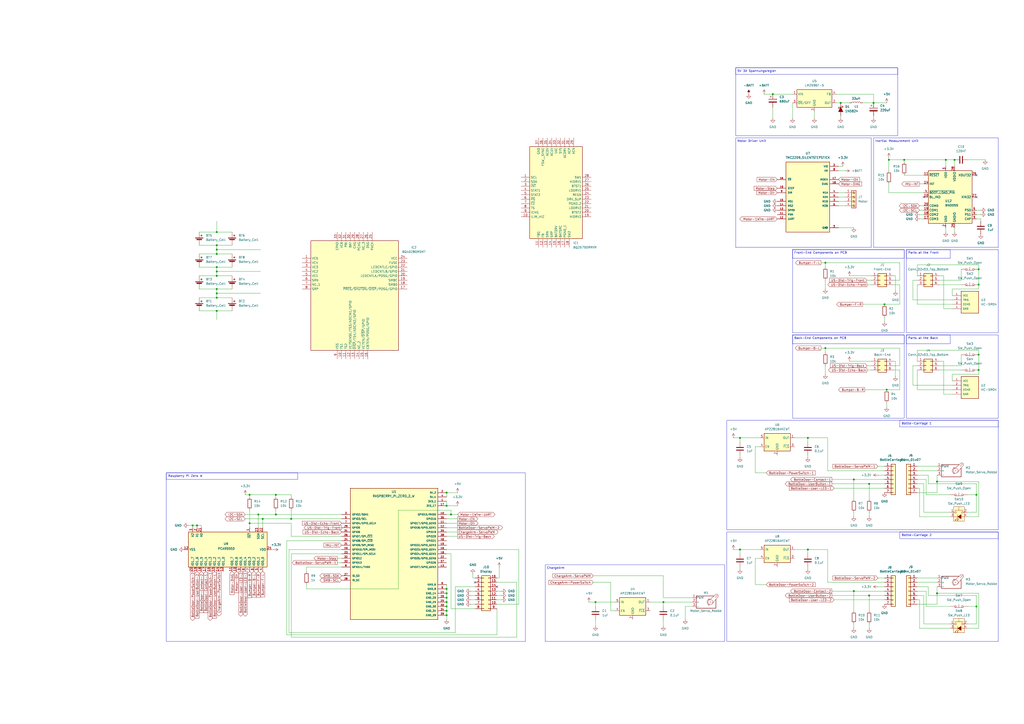
<source format=kicad_sch>
(kicad_sch
	(version 20231120)
	(generator "eeschema")
	(generator_version "8.0")
	(uuid "10e9ed1f-81fe-4a04-a219-cef72219a4ee")
	(paper "A2")
	(lib_symbols
		(symbol "Connector:Screw_Terminal_01x04"
			(pin_names
				(offset 1.016) hide)
			(exclude_from_sim no)
			(in_bom yes)
			(on_board yes)
			(property "Reference" "J"
				(at 0 5.08 0)
				(effects
					(font
						(size 1.27 1.27)
					)
				)
			)
			(property "Value" "Screw_Terminal_01x04"
				(at 0 -7.62 0)
				(effects
					(font
						(size 1.27 1.27)
					)
				)
			)
			(property "Footprint" ""
				(at 0 0 0)
				(effects
					(font
						(size 1.27 1.27)
					)
					(hide yes)
				)
			)
			(property "Datasheet" "~"
				(at 0 0 0)
				(effects
					(font
						(size 1.27 1.27)
					)
					(hide yes)
				)
			)
			(property "Description" "Generic screw terminal, single row, 01x04, script generated (kicad-library-utils/schlib/autogen/connector/)"
				(at 0 0 0)
				(effects
					(font
						(size 1.27 1.27)
					)
					(hide yes)
				)
			)
			(property "ki_keywords" "screw terminal"
				(at 0 0 0)
				(effects
					(font
						(size 1.27 1.27)
					)
					(hide yes)
				)
			)
			(property "ki_fp_filters" "TerminalBlock*:*"
				(at 0 0 0)
				(effects
					(font
						(size 1.27 1.27)
					)
					(hide yes)
				)
			)
			(symbol "Screw_Terminal_01x04_1_1"
				(rectangle
					(start -1.27 3.81)
					(end 1.27 -6.35)
					(stroke
						(width 0.254)
						(type default)
					)
					(fill
						(type background)
					)
				)
				(circle
					(center 0 -5.08)
					(radius 0.635)
					(stroke
						(width 0.1524)
						(type default)
					)
					(fill
						(type none)
					)
				)
				(circle
					(center 0 -2.54)
					(radius 0.635)
					(stroke
						(width 0.1524)
						(type default)
					)
					(fill
						(type none)
					)
				)
				(polyline
					(pts
						(xy -0.5334 -4.7498) (xy 0.3302 -5.588)
					)
					(stroke
						(width 0.1524)
						(type default)
					)
					(fill
						(type none)
					)
				)
				(polyline
					(pts
						(xy -0.5334 -2.2098) (xy 0.3302 -3.048)
					)
					(stroke
						(width 0.1524)
						(type default)
					)
					(fill
						(type none)
					)
				)
				(polyline
					(pts
						(xy -0.5334 0.3302) (xy 0.3302 -0.508)
					)
					(stroke
						(width 0.1524)
						(type default)
					)
					(fill
						(type none)
					)
				)
				(polyline
					(pts
						(xy -0.5334 2.8702) (xy 0.3302 2.032)
					)
					(stroke
						(width 0.1524)
						(type default)
					)
					(fill
						(type none)
					)
				)
				(polyline
					(pts
						(xy -0.3556 -4.572) (xy 0.508 -5.4102)
					)
					(stroke
						(width 0.1524)
						(type default)
					)
					(fill
						(type none)
					)
				)
				(polyline
					(pts
						(xy -0.3556 -2.032) (xy 0.508 -2.8702)
					)
					(stroke
						(width 0.1524)
						(type default)
					)
					(fill
						(type none)
					)
				)
				(polyline
					(pts
						(xy -0.3556 0.508) (xy 0.508 -0.3302)
					)
					(stroke
						(width 0.1524)
						(type default)
					)
					(fill
						(type none)
					)
				)
				(polyline
					(pts
						(xy -0.3556 3.048) (xy 0.508 2.2098)
					)
					(stroke
						(width 0.1524)
						(type default)
					)
					(fill
						(type none)
					)
				)
				(circle
					(center 0 0)
					(radius 0.635)
					(stroke
						(width 0.1524)
						(type default)
					)
					(fill
						(type none)
					)
				)
				(circle
					(center 0 2.54)
					(radius 0.635)
					(stroke
						(width 0.1524)
						(type default)
					)
					(fill
						(type none)
					)
				)
				(pin passive line
					(at -5.08 2.54 0)
					(length 3.81)
					(name "Pin_1"
						(effects
							(font
								(size 1.27 1.27)
							)
						)
					)
					(number "1"
						(effects
							(font
								(size 1.27 1.27)
							)
						)
					)
				)
				(pin passive line
					(at -5.08 0 0)
					(length 3.81)
					(name "Pin_2"
						(effects
							(font
								(size 1.27 1.27)
							)
						)
					)
					(number "2"
						(effects
							(font
								(size 1.27 1.27)
							)
						)
					)
				)
				(pin passive line
					(at -5.08 -2.54 0)
					(length 3.81)
					(name "Pin_3"
						(effects
							(font
								(size 1.27 1.27)
							)
						)
					)
					(number "3"
						(effects
							(font
								(size 1.27 1.27)
							)
						)
					)
				)
				(pin passive line
					(at -5.08 -5.08 0)
					(length 3.81)
					(name "Pin_4"
						(effects
							(font
								(size 1.27 1.27)
							)
						)
					)
					(number "4"
						(effects
							(font
								(size 1.27 1.27)
							)
						)
					)
				)
			)
		)
		(symbol "Connector_Generic:Conn_01x07"
			(pin_names
				(offset 1.016) hide)
			(exclude_from_sim no)
			(in_bom yes)
			(on_board yes)
			(property "Reference" "J"
				(at 0 10.16 0)
				(effects
					(font
						(size 1.27 1.27)
					)
				)
			)
			(property "Value" "Conn_01x07"
				(at 0 -10.16 0)
				(effects
					(font
						(size 1.27 1.27)
					)
				)
			)
			(property "Footprint" ""
				(at 0 0 0)
				(effects
					(font
						(size 1.27 1.27)
					)
					(hide yes)
				)
			)
			(property "Datasheet" "~"
				(at 0 0 0)
				(effects
					(font
						(size 1.27 1.27)
					)
					(hide yes)
				)
			)
			(property "Description" "Generic connector, single row, 01x07, script generated (kicad-library-utils/schlib/autogen/connector/)"
				(at 0 0 0)
				(effects
					(font
						(size 1.27 1.27)
					)
					(hide yes)
				)
			)
			(property "ki_keywords" "connector"
				(at 0 0 0)
				(effects
					(font
						(size 1.27 1.27)
					)
					(hide yes)
				)
			)
			(property "ki_fp_filters" "Connector*:*_1x??_*"
				(at 0 0 0)
				(effects
					(font
						(size 1.27 1.27)
					)
					(hide yes)
				)
			)
			(symbol "Conn_01x07_1_1"
				(rectangle
					(start -1.27 -7.493)
					(end 0 -7.747)
					(stroke
						(width 0.1524)
						(type default)
					)
					(fill
						(type none)
					)
				)
				(rectangle
					(start -1.27 -4.953)
					(end 0 -5.207)
					(stroke
						(width 0.1524)
						(type default)
					)
					(fill
						(type none)
					)
				)
				(rectangle
					(start -1.27 -2.413)
					(end 0 -2.667)
					(stroke
						(width 0.1524)
						(type default)
					)
					(fill
						(type none)
					)
				)
				(rectangle
					(start -1.27 0.127)
					(end 0 -0.127)
					(stroke
						(width 0.1524)
						(type default)
					)
					(fill
						(type none)
					)
				)
				(rectangle
					(start -1.27 2.667)
					(end 0 2.413)
					(stroke
						(width 0.1524)
						(type default)
					)
					(fill
						(type none)
					)
				)
				(rectangle
					(start -1.27 5.207)
					(end 0 4.953)
					(stroke
						(width 0.1524)
						(type default)
					)
					(fill
						(type none)
					)
				)
				(rectangle
					(start -1.27 7.747)
					(end 0 7.493)
					(stroke
						(width 0.1524)
						(type default)
					)
					(fill
						(type none)
					)
				)
				(rectangle
					(start -1.27 8.89)
					(end 1.27 -8.89)
					(stroke
						(width 0.254)
						(type default)
					)
					(fill
						(type background)
					)
				)
				(pin passive line
					(at -5.08 7.62 0)
					(length 3.81)
					(name "Pin_1"
						(effects
							(font
								(size 1.27 1.27)
							)
						)
					)
					(number "1"
						(effects
							(font
								(size 1.27 1.27)
							)
						)
					)
				)
				(pin passive line
					(at -5.08 5.08 0)
					(length 3.81)
					(name "Pin_2"
						(effects
							(font
								(size 1.27 1.27)
							)
						)
					)
					(number "2"
						(effects
							(font
								(size 1.27 1.27)
							)
						)
					)
				)
				(pin passive line
					(at -5.08 2.54 0)
					(length 3.81)
					(name "Pin_3"
						(effects
							(font
								(size 1.27 1.27)
							)
						)
					)
					(number "3"
						(effects
							(font
								(size 1.27 1.27)
							)
						)
					)
				)
				(pin passive line
					(at -5.08 0 0)
					(length 3.81)
					(name "Pin_4"
						(effects
							(font
								(size 1.27 1.27)
							)
						)
					)
					(number "4"
						(effects
							(font
								(size 1.27 1.27)
							)
						)
					)
				)
				(pin passive line
					(at -5.08 -2.54 0)
					(length 3.81)
					(name "Pin_5"
						(effects
							(font
								(size 1.27 1.27)
							)
						)
					)
					(number "5"
						(effects
							(font
								(size 1.27 1.27)
							)
						)
					)
				)
				(pin passive line
					(at -5.08 -5.08 0)
					(length 3.81)
					(name "Pin_6"
						(effects
							(font
								(size 1.27 1.27)
							)
						)
					)
					(number "6"
						(effects
							(font
								(size 1.27 1.27)
							)
						)
					)
				)
				(pin passive line
					(at -5.08 -7.62 0)
					(length 3.81)
					(name "Pin_7"
						(effects
							(font
								(size 1.27 1.27)
							)
						)
					)
					(number "7"
						(effects
							(font
								(size 1.27 1.27)
							)
						)
					)
				)
			)
		)
		(symbol "Connector_Generic:Conn_02x03_Top_Bottom"
			(pin_names
				(offset 1.016) hide)
			(exclude_from_sim no)
			(in_bom yes)
			(on_board yes)
			(property "Reference" "J"
				(at 1.27 5.08 0)
				(effects
					(font
						(size 1.27 1.27)
					)
				)
			)
			(property "Value" "Conn_02x03_Top_Bottom"
				(at 1.27 -5.08 0)
				(effects
					(font
						(size 1.27 1.27)
					)
				)
			)
			(property "Footprint" ""
				(at 0 0 0)
				(effects
					(font
						(size 1.27 1.27)
					)
					(hide yes)
				)
			)
			(property "Datasheet" "~"
				(at 0 0 0)
				(effects
					(font
						(size 1.27 1.27)
					)
					(hide yes)
				)
			)
			(property "Description" "Generic connector, double row, 02x03, top/bottom pin numbering scheme (row 1: 1...pins_per_row, row2: pins_per_row+1 ... num_pins), script generated (kicad-library-utils/schlib/autogen/connector/)"
				(at 0 0 0)
				(effects
					(font
						(size 1.27 1.27)
					)
					(hide yes)
				)
			)
			(property "ki_keywords" "connector"
				(at 0 0 0)
				(effects
					(font
						(size 1.27 1.27)
					)
					(hide yes)
				)
			)
			(property "ki_fp_filters" "Connector*:*_2x??_*"
				(at 0 0 0)
				(effects
					(font
						(size 1.27 1.27)
					)
					(hide yes)
				)
			)
			(symbol "Conn_02x03_Top_Bottom_1_1"
				(rectangle
					(start -1.27 -2.413)
					(end 0 -2.667)
					(stroke
						(width 0.1524)
						(type default)
					)
					(fill
						(type none)
					)
				)
				(rectangle
					(start -1.27 0.127)
					(end 0 -0.127)
					(stroke
						(width 0.1524)
						(type default)
					)
					(fill
						(type none)
					)
				)
				(rectangle
					(start -1.27 2.667)
					(end 0 2.413)
					(stroke
						(width 0.1524)
						(type default)
					)
					(fill
						(type none)
					)
				)
				(rectangle
					(start -1.27 3.81)
					(end 3.81 -3.81)
					(stroke
						(width 0.254)
						(type default)
					)
					(fill
						(type background)
					)
				)
				(rectangle
					(start 3.81 -2.413)
					(end 2.54 -2.667)
					(stroke
						(width 0.1524)
						(type default)
					)
					(fill
						(type none)
					)
				)
				(rectangle
					(start 3.81 0.127)
					(end 2.54 -0.127)
					(stroke
						(width 0.1524)
						(type default)
					)
					(fill
						(type none)
					)
				)
				(rectangle
					(start 3.81 2.667)
					(end 2.54 2.413)
					(stroke
						(width 0.1524)
						(type default)
					)
					(fill
						(type none)
					)
				)
				(pin passive line
					(at -5.08 2.54 0)
					(length 3.81)
					(name "Pin_1"
						(effects
							(font
								(size 1.27 1.27)
							)
						)
					)
					(number "1"
						(effects
							(font
								(size 1.27 1.27)
							)
						)
					)
				)
				(pin passive line
					(at -5.08 0 0)
					(length 3.81)
					(name "Pin_2"
						(effects
							(font
								(size 1.27 1.27)
							)
						)
					)
					(number "2"
						(effects
							(font
								(size 1.27 1.27)
							)
						)
					)
				)
				(pin passive line
					(at -5.08 -2.54 0)
					(length 3.81)
					(name "Pin_3"
						(effects
							(font
								(size 1.27 1.27)
							)
						)
					)
					(number "3"
						(effects
							(font
								(size 1.27 1.27)
							)
						)
					)
				)
				(pin passive line
					(at 7.62 2.54 180)
					(length 3.81)
					(name "Pin_4"
						(effects
							(font
								(size 1.27 1.27)
							)
						)
					)
					(number "4"
						(effects
							(font
								(size 1.27 1.27)
							)
						)
					)
				)
				(pin passive line
					(at 7.62 0 180)
					(length 3.81)
					(name "Pin_5"
						(effects
							(font
								(size 1.27 1.27)
							)
						)
					)
					(number "5"
						(effects
							(font
								(size 1.27 1.27)
							)
						)
					)
				)
				(pin passive line
					(at 7.62 -2.54 180)
					(length 3.81)
					(name "Pin_6"
						(effects
							(font
								(size 1.27 1.27)
							)
						)
					)
					(number "6"
						(effects
							(font
								(size 1.27 1.27)
							)
						)
					)
				)
			)
		)
		(symbol "Connector_Generic:Conn_02x08_Counter_Clockwise"
			(pin_names
				(offset 1.016) hide)
			(exclude_from_sim no)
			(in_bom yes)
			(on_board yes)
			(property "Reference" "J"
				(at 1.27 10.16 0)
				(effects
					(font
						(size 1.27 1.27)
					)
				)
			)
			(property "Value" "Conn_02x08_Counter_Clockwise"
				(at 1.27 -12.7 0)
				(effects
					(font
						(size 1.27 1.27)
					)
				)
			)
			(property "Footprint" ""
				(at 0 0 0)
				(effects
					(font
						(size 1.27 1.27)
					)
					(hide yes)
				)
			)
			(property "Datasheet" "~"
				(at 0 0 0)
				(effects
					(font
						(size 1.27 1.27)
					)
					(hide yes)
				)
			)
			(property "Description" "Generic connector, double row, 02x08, counter clockwise pin numbering scheme (similar to DIP package numbering), script generated (kicad-library-utils/schlib/autogen/connector/)"
				(at 0 0 0)
				(effects
					(font
						(size 1.27 1.27)
					)
					(hide yes)
				)
			)
			(property "ki_keywords" "connector"
				(at 0 0 0)
				(effects
					(font
						(size 1.27 1.27)
					)
					(hide yes)
				)
			)
			(property "ki_fp_filters" "Connector*:*_2x??_*"
				(at 0 0 0)
				(effects
					(font
						(size 1.27 1.27)
					)
					(hide yes)
				)
			)
			(symbol "Conn_02x08_Counter_Clockwise_1_1"
				(rectangle
					(start -1.27 -10.033)
					(end 0 -10.287)
					(stroke
						(width 0.1524)
						(type default)
					)
					(fill
						(type none)
					)
				)
				(rectangle
					(start -1.27 -7.493)
					(end 0 -7.747)
					(stroke
						(width 0.1524)
						(type default)
					)
					(fill
						(type none)
					)
				)
				(rectangle
					(start -1.27 -4.953)
					(end 0 -5.207)
					(stroke
						(width 0.1524)
						(type default)
					)
					(fill
						(type none)
					)
				)
				(rectangle
					(start -1.27 -2.413)
					(end 0 -2.667)
					(stroke
						(width 0.1524)
						(type default)
					)
					(fill
						(type none)
					)
				)
				(rectangle
					(start -1.27 0.127)
					(end 0 -0.127)
					(stroke
						(width 0.1524)
						(type default)
					)
					(fill
						(type none)
					)
				)
				(rectangle
					(start -1.27 2.667)
					(end 0 2.413)
					(stroke
						(width 0.1524)
						(type default)
					)
					(fill
						(type none)
					)
				)
				(rectangle
					(start -1.27 5.207)
					(end 0 4.953)
					(stroke
						(width 0.1524)
						(type default)
					)
					(fill
						(type none)
					)
				)
				(rectangle
					(start -1.27 7.747)
					(end 0 7.493)
					(stroke
						(width 0.1524)
						(type default)
					)
					(fill
						(type none)
					)
				)
				(rectangle
					(start -1.27 8.89)
					(end 3.81 -11.43)
					(stroke
						(width 0.254)
						(type default)
					)
					(fill
						(type background)
					)
				)
				(rectangle
					(start 3.81 -10.033)
					(end 2.54 -10.287)
					(stroke
						(width 0.1524)
						(type default)
					)
					(fill
						(type none)
					)
				)
				(rectangle
					(start 3.81 -7.493)
					(end 2.54 -7.747)
					(stroke
						(width 0.1524)
						(type default)
					)
					(fill
						(type none)
					)
				)
				(rectangle
					(start 3.81 -4.953)
					(end 2.54 -5.207)
					(stroke
						(width 0.1524)
						(type default)
					)
					(fill
						(type none)
					)
				)
				(rectangle
					(start 3.81 -2.413)
					(end 2.54 -2.667)
					(stroke
						(width 0.1524)
						(type default)
					)
					(fill
						(type none)
					)
				)
				(rectangle
					(start 3.81 0.127)
					(end 2.54 -0.127)
					(stroke
						(width 0.1524)
						(type default)
					)
					(fill
						(type none)
					)
				)
				(rectangle
					(start 3.81 2.667)
					(end 2.54 2.413)
					(stroke
						(width 0.1524)
						(type default)
					)
					(fill
						(type none)
					)
				)
				(rectangle
					(start 3.81 5.207)
					(end 2.54 4.953)
					(stroke
						(width 0.1524)
						(type default)
					)
					(fill
						(type none)
					)
				)
				(rectangle
					(start 3.81 7.747)
					(end 2.54 7.493)
					(stroke
						(width 0.1524)
						(type default)
					)
					(fill
						(type none)
					)
				)
				(pin passive line
					(at -5.08 7.62 0)
					(length 3.81)
					(name "Pin_1"
						(effects
							(font
								(size 1.27 1.27)
							)
						)
					)
					(number "1"
						(effects
							(font
								(size 1.27 1.27)
							)
						)
					)
				)
				(pin passive line
					(at 7.62 -7.62 180)
					(length 3.81)
					(name "Pin_10"
						(effects
							(font
								(size 1.27 1.27)
							)
						)
					)
					(number "10"
						(effects
							(font
								(size 1.27 1.27)
							)
						)
					)
				)
				(pin passive line
					(at 7.62 -5.08 180)
					(length 3.81)
					(name "Pin_11"
						(effects
							(font
								(size 1.27 1.27)
							)
						)
					)
					(number "11"
						(effects
							(font
								(size 1.27 1.27)
							)
						)
					)
				)
				(pin passive line
					(at 7.62 -2.54 180)
					(length 3.81)
					(name "Pin_12"
						(effects
							(font
								(size 1.27 1.27)
							)
						)
					)
					(number "12"
						(effects
							(font
								(size 1.27 1.27)
							)
						)
					)
				)
				(pin passive line
					(at 7.62 0 180)
					(length 3.81)
					(name "Pin_13"
						(effects
							(font
								(size 1.27 1.27)
							)
						)
					)
					(number "13"
						(effects
							(font
								(size 1.27 1.27)
							)
						)
					)
				)
				(pin passive line
					(at 7.62 2.54 180)
					(length 3.81)
					(name "Pin_14"
						(effects
							(font
								(size 1.27 1.27)
							)
						)
					)
					(number "14"
						(effects
							(font
								(size 1.27 1.27)
							)
						)
					)
				)
				(pin passive line
					(at 7.62 5.08 180)
					(length 3.81)
					(name "Pin_15"
						(effects
							(font
								(size 1.27 1.27)
							)
						)
					)
					(number "15"
						(effects
							(font
								(size 1.27 1.27)
							)
						)
					)
				)
				(pin passive line
					(at 7.62 7.62 180)
					(length 3.81)
					(name "Pin_16"
						(effects
							(font
								(size 1.27 1.27)
							)
						)
					)
					(number "16"
						(effects
							(font
								(size 1.27 1.27)
							)
						)
					)
				)
				(pin passive line
					(at -5.08 5.08 0)
					(length 3.81)
					(name "Pin_2"
						(effects
							(font
								(size 1.27 1.27)
							)
						)
					)
					(number "2"
						(effects
							(font
								(size 1.27 1.27)
							)
						)
					)
				)
				(pin passive line
					(at -5.08 2.54 0)
					(length 3.81)
					(name "Pin_3"
						(effects
							(font
								(size 1.27 1.27)
							)
						)
					)
					(number "3"
						(effects
							(font
								(size 1.27 1.27)
							)
						)
					)
				)
				(pin passive line
					(at -5.08 0 0)
					(length 3.81)
					(name "Pin_4"
						(effects
							(font
								(size 1.27 1.27)
							)
						)
					)
					(number "4"
						(effects
							(font
								(size 1.27 1.27)
							)
						)
					)
				)
				(pin passive line
					(at -5.08 -2.54 0)
					(length 3.81)
					(name "Pin_5"
						(effects
							(font
								(size 1.27 1.27)
							)
						)
					)
					(number "5"
						(effects
							(font
								(size 1.27 1.27)
							)
						)
					)
				)
				(pin passive line
					(at -5.08 -5.08 0)
					(length 3.81)
					(name "Pin_6"
						(effects
							(font
								(size 1.27 1.27)
							)
						)
					)
					(number "6"
						(effects
							(font
								(size 1.27 1.27)
							)
						)
					)
				)
				(pin passive line
					(at -5.08 -7.62 0)
					(length 3.81)
					(name "Pin_7"
						(effects
							(font
								(size 1.27 1.27)
							)
						)
					)
					(number "7"
						(effects
							(font
								(size 1.27 1.27)
							)
						)
					)
				)
				(pin passive line
					(at -5.08 -10.16 0)
					(length 3.81)
					(name "Pin_8"
						(effects
							(font
								(size 1.27 1.27)
							)
						)
					)
					(number "8"
						(effects
							(font
								(size 1.27 1.27)
							)
						)
					)
				)
				(pin passive line
					(at 7.62 -10.16 180)
					(length 3.81)
					(name "Pin_9"
						(effects
							(font
								(size 1.27 1.27)
							)
						)
					)
					(number "9"
						(effects
							(font
								(size 1.27 1.27)
							)
						)
					)
				)
			)
		)
		(symbol "Device:Battery_Cell"
			(pin_numbers hide)
			(pin_names
				(offset 0) hide)
			(exclude_from_sim no)
			(in_bom yes)
			(on_board yes)
			(property "Reference" "BT"
				(at 2.54 2.54 0)
				(effects
					(font
						(size 1.27 1.27)
					)
					(justify left)
				)
			)
			(property "Value" "Battery_Cell"
				(at 2.54 0 0)
				(effects
					(font
						(size 1.27 1.27)
					)
					(justify left)
				)
			)
			(property "Footprint" ""
				(at 0 1.524 90)
				(effects
					(font
						(size 1.27 1.27)
					)
					(hide yes)
				)
			)
			(property "Datasheet" "~"
				(at 0 1.524 90)
				(effects
					(font
						(size 1.27 1.27)
					)
					(hide yes)
				)
			)
			(property "Description" "Single-cell battery"
				(at 0 0 0)
				(effects
					(font
						(size 1.27 1.27)
					)
					(hide yes)
				)
			)
			(property "ki_keywords" "battery cell"
				(at 0 0 0)
				(effects
					(font
						(size 1.27 1.27)
					)
					(hide yes)
				)
			)
			(symbol "Battery_Cell_0_1"
				(rectangle
					(start -2.286 1.778)
					(end 2.286 1.524)
					(stroke
						(width 0)
						(type default)
					)
					(fill
						(type outline)
					)
				)
				(rectangle
					(start -1.524 1.016)
					(end 1.524 0.508)
					(stroke
						(width 0)
						(type default)
					)
					(fill
						(type outline)
					)
				)
				(polyline
					(pts
						(xy 0 0.762) (xy 0 0)
					)
					(stroke
						(width 0)
						(type default)
					)
					(fill
						(type none)
					)
				)
				(polyline
					(pts
						(xy 0 1.778) (xy 0 2.54)
					)
					(stroke
						(width 0)
						(type default)
					)
					(fill
						(type none)
					)
				)
				(polyline
					(pts
						(xy 0.762 3.048) (xy 1.778 3.048)
					)
					(stroke
						(width 0.254)
						(type default)
					)
					(fill
						(type none)
					)
				)
				(polyline
					(pts
						(xy 1.27 3.556) (xy 1.27 2.54)
					)
					(stroke
						(width 0.254)
						(type default)
					)
					(fill
						(type none)
					)
				)
			)
			(symbol "Battery_Cell_1_1"
				(pin passive line
					(at 0 5.08 270)
					(length 2.54)
					(name "+"
						(effects
							(font
								(size 1.27 1.27)
							)
						)
					)
					(number "1"
						(effects
							(font
								(size 1.27 1.27)
							)
						)
					)
				)
				(pin passive line
					(at 0 -2.54 90)
					(length 2.54)
					(name "-"
						(effects
							(font
								(size 1.27 1.27)
							)
						)
					)
					(number "2"
						(effects
							(font
								(size 1.27 1.27)
							)
						)
					)
				)
			)
		)
		(symbol "Device:C"
			(pin_numbers hide)
			(pin_names
				(offset 0.254)
			)
			(exclude_from_sim no)
			(in_bom yes)
			(on_board yes)
			(property "Reference" "C"
				(at 0.635 2.54 0)
				(effects
					(font
						(size 1.27 1.27)
					)
					(justify left)
				)
			)
			(property "Value" "C"
				(at 0.635 -2.54 0)
				(effects
					(font
						(size 1.27 1.27)
					)
					(justify left)
				)
			)
			(property "Footprint" ""
				(at 0.9652 -3.81 0)
				(effects
					(font
						(size 1.27 1.27)
					)
					(hide yes)
				)
			)
			(property "Datasheet" "~"
				(at 0 0 0)
				(effects
					(font
						(size 1.27 1.27)
					)
					(hide yes)
				)
			)
			(property "Description" "Unpolarized capacitor"
				(at 0 0 0)
				(effects
					(font
						(size 1.27 1.27)
					)
					(hide yes)
				)
			)
			(property "ki_keywords" "cap capacitor"
				(at 0 0 0)
				(effects
					(font
						(size 1.27 1.27)
					)
					(hide yes)
				)
			)
			(property "ki_fp_filters" "C_*"
				(at 0 0 0)
				(effects
					(font
						(size 1.27 1.27)
					)
					(hide yes)
				)
			)
			(symbol "C_0_1"
				(polyline
					(pts
						(xy -2.032 -0.762) (xy 2.032 -0.762)
					)
					(stroke
						(width 0.508)
						(type default)
					)
					(fill
						(type none)
					)
				)
				(polyline
					(pts
						(xy -2.032 0.762) (xy 2.032 0.762)
					)
					(stroke
						(width 0.508)
						(type default)
					)
					(fill
						(type none)
					)
				)
			)
			(symbol "C_1_1"
				(pin passive line
					(at 0 3.81 270)
					(length 2.794)
					(name "~"
						(effects
							(font
								(size 1.27 1.27)
							)
						)
					)
					(number "1"
						(effects
							(font
								(size 1.27 1.27)
							)
						)
					)
				)
				(pin passive line
					(at 0 -3.81 90)
					(length 2.794)
					(name "~"
						(effects
							(font
								(size 1.27 1.27)
							)
						)
					)
					(number "2"
						(effects
							(font
								(size 1.27 1.27)
							)
						)
					)
				)
			)
		)
		(symbol "Device:C_Polarized"
			(pin_numbers hide)
			(pin_names
				(offset 0.254)
			)
			(exclude_from_sim no)
			(in_bom yes)
			(on_board yes)
			(property "Reference" "C"
				(at 0.635 2.54 0)
				(effects
					(font
						(size 1.27 1.27)
					)
					(justify left)
				)
			)
			(property "Value" "C_Polarized"
				(at 0.635 -2.54 0)
				(effects
					(font
						(size 1.27 1.27)
					)
					(justify left)
				)
			)
			(property "Footprint" ""
				(at 0.9652 -3.81 0)
				(effects
					(font
						(size 1.27 1.27)
					)
					(hide yes)
				)
			)
			(property "Datasheet" "~"
				(at 0 0 0)
				(effects
					(font
						(size 1.27 1.27)
					)
					(hide yes)
				)
			)
			(property "Description" "Polarized capacitor"
				(at 0 0 0)
				(effects
					(font
						(size 1.27 1.27)
					)
					(hide yes)
				)
			)
			(property "ki_keywords" "cap capacitor"
				(at 0 0 0)
				(effects
					(font
						(size 1.27 1.27)
					)
					(hide yes)
				)
			)
			(property "ki_fp_filters" "CP_*"
				(at 0 0 0)
				(effects
					(font
						(size 1.27 1.27)
					)
					(hide yes)
				)
			)
			(symbol "C_Polarized_0_1"
				(rectangle
					(start -2.286 0.508)
					(end 2.286 1.016)
					(stroke
						(width 0)
						(type default)
					)
					(fill
						(type none)
					)
				)
				(polyline
					(pts
						(xy -1.778 2.286) (xy -0.762 2.286)
					)
					(stroke
						(width 0)
						(type default)
					)
					(fill
						(type none)
					)
				)
				(polyline
					(pts
						(xy -1.27 2.794) (xy -1.27 1.778)
					)
					(stroke
						(width 0)
						(type default)
					)
					(fill
						(type none)
					)
				)
				(rectangle
					(start 2.286 -0.508)
					(end -2.286 -1.016)
					(stroke
						(width 0)
						(type default)
					)
					(fill
						(type outline)
					)
				)
			)
			(symbol "C_Polarized_1_1"
				(pin passive line
					(at 0 3.81 270)
					(length 2.794)
					(name "~"
						(effects
							(font
								(size 1.27 1.27)
							)
						)
					)
					(number "1"
						(effects
							(font
								(size 1.27 1.27)
							)
						)
					)
				)
				(pin passive line
					(at 0 -3.81 90)
					(length 2.794)
					(name "~"
						(effects
							(font
								(size 1.27 1.27)
							)
						)
					)
					(number "2"
						(effects
							(font
								(size 1.27 1.27)
							)
						)
					)
				)
			)
		)
		(symbol "Device:D_Schottky_Filled"
			(pin_numbers hide)
			(pin_names
				(offset 1.016) hide)
			(exclude_from_sim no)
			(in_bom yes)
			(on_board yes)
			(property "Reference" "D"
				(at 0 2.54 0)
				(effects
					(font
						(size 1.27 1.27)
					)
				)
			)
			(property "Value" "D_Schottky_Filled"
				(at 0 -2.54 0)
				(effects
					(font
						(size 1.27 1.27)
					)
				)
			)
			(property "Footprint" ""
				(at 0 0 0)
				(effects
					(font
						(size 1.27 1.27)
					)
					(hide yes)
				)
			)
			(property "Datasheet" "~"
				(at 0 0 0)
				(effects
					(font
						(size 1.27 1.27)
					)
					(hide yes)
				)
			)
			(property "Description" "Schottky diode, filled shape"
				(at 0 0 0)
				(effects
					(font
						(size 1.27 1.27)
					)
					(hide yes)
				)
			)
			(property "ki_keywords" "diode Schottky"
				(at 0 0 0)
				(effects
					(font
						(size 1.27 1.27)
					)
					(hide yes)
				)
			)
			(property "ki_fp_filters" "TO-???* *_Diode_* *SingleDiode* D_*"
				(at 0 0 0)
				(effects
					(font
						(size 1.27 1.27)
					)
					(hide yes)
				)
			)
			(symbol "D_Schottky_Filled_0_1"
				(polyline
					(pts
						(xy 1.27 0) (xy -1.27 0)
					)
					(stroke
						(width 0)
						(type default)
					)
					(fill
						(type none)
					)
				)
				(polyline
					(pts
						(xy 1.27 1.27) (xy 1.27 -1.27) (xy -1.27 0) (xy 1.27 1.27)
					)
					(stroke
						(width 0.254)
						(type default)
					)
					(fill
						(type outline)
					)
				)
				(polyline
					(pts
						(xy -1.905 0.635) (xy -1.905 1.27) (xy -1.27 1.27) (xy -1.27 -1.27) (xy -0.635 -1.27) (xy -0.635 -0.635)
					)
					(stroke
						(width 0.254)
						(type default)
					)
					(fill
						(type none)
					)
				)
			)
			(symbol "D_Schottky_Filled_1_1"
				(pin passive line
					(at -3.81 0 0)
					(length 2.54)
					(name "K"
						(effects
							(font
								(size 1.27 1.27)
							)
						)
					)
					(number "1"
						(effects
							(font
								(size 1.27 1.27)
							)
						)
					)
				)
				(pin passive line
					(at 3.81 0 180)
					(length 2.54)
					(name "A"
						(effects
							(font
								(size 1.27 1.27)
							)
						)
					)
					(number "2"
						(effects
							(font
								(size 1.27 1.27)
							)
						)
					)
				)
			)
		)
		(symbol "Device:L"
			(pin_numbers hide)
			(pin_names
				(offset 1.016) hide)
			(exclude_from_sim no)
			(in_bom yes)
			(on_board yes)
			(property "Reference" "L"
				(at -1.27 0 90)
				(effects
					(font
						(size 1.27 1.27)
					)
				)
			)
			(property "Value" "L"
				(at 1.905 0 90)
				(effects
					(font
						(size 1.27 1.27)
					)
				)
			)
			(property "Footprint" ""
				(at 0 0 0)
				(effects
					(font
						(size 1.27 1.27)
					)
					(hide yes)
				)
			)
			(property "Datasheet" "~"
				(at 0 0 0)
				(effects
					(font
						(size 1.27 1.27)
					)
					(hide yes)
				)
			)
			(property "Description" "Inductor"
				(at 0 0 0)
				(effects
					(font
						(size 1.27 1.27)
					)
					(hide yes)
				)
			)
			(property "ki_keywords" "inductor choke coil reactor magnetic"
				(at 0 0 0)
				(effects
					(font
						(size 1.27 1.27)
					)
					(hide yes)
				)
			)
			(property "ki_fp_filters" "Choke_* *Coil* Inductor_* L_*"
				(at 0 0 0)
				(effects
					(font
						(size 1.27 1.27)
					)
					(hide yes)
				)
			)
			(symbol "L_0_1"
				(arc
					(start 0 -2.54)
					(mid 0.6323 -1.905)
					(end 0 -1.27)
					(stroke
						(width 0)
						(type default)
					)
					(fill
						(type none)
					)
				)
				(arc
					(start 0 -1.27)
					(mid 0.6323 -0.635)
					(end 0 0)
					(stroke
						(width 0)
						(type default)
					)
					(fill
						(type none)
					)
				)
				(arc
					(start 0 0)
					(mid 0.6323 0.635)
					(end 0 1.27)
					(stroke
						(width 0)
						(type default)
					)
					(fill
						(type none)
					)
				)
				(arc
					(start 0 1.27)
					(mid 0.6323 1.905)
					(end 0 2.54)
					(stroke
						(width 0)
						(type default)
					)
					(fill
						(type none)
					)
				)
			)
			(symbol "L_1_1"
				(pin passive line
					(at 0 3.81 270)
					(length 1.27)
					(name "1"
						(effects
							(font
								(size 1.27 1.27)
							)
						)
					)
					(number "1"
						(effects
							(font
								(size 1.27 1.27)
							)
						)
					)
				)
				(pin passive line
					(at 0 -3.81 90)
					(length 1.27)
					(name "2"
						(effects
							(font
								(size 1.27 1.27)
							)
						)
					)
					(number "2"
						(effects
							(font
								(size 1.27 1.27)
							)
						)
					)
				)
			)
		)
		(symbol "Device:R"
			(pin_numbers hide)
			(pin_names
				(offset 0)
			)
			(exclude_from_sim no)
			(in_bom yes)
			(on_board yes)
			(property "Reference" "R"
				(at 2.032 0 90)
				(effects
					(font
						(size 1.27 1.27)
					)
				)
			)
			(property "Value" "R"
				(at 0 0 90)
				(effects
					(font
						(size 1.27 1.27)
					)
				)
			)
			(property "Footprint" ""
				(at -1.778 0 90)
				(effects
					(font
						(size 1.27 1.27)
					)
					(hide yes)
				)
			)
			(property "Datasheet" "~"
				(at 0 0 0)
				(effects
					(font
						(size 1.27 1.27)
					)
					(hide yes)
				)
			)
			(property "Description" "Resistor"
				(at 0 0 0)
				(effects
					(font
						(size 1.27 1.27)
					)
					(hide yes)
				)
			)
			(property "ki_keywords" "R res resistor"
				(at 0 0 0)
				(effects
					(font
						(size 1.27 1.27)
					)
					(hide yes)
				)
			)
			(property "ki_fp_filters" "R_*"
				(at 0 0 0)
				(effects
					(font
						(size 1.27 1.27)
					)
					(hide yes)
				)
			)
			(symbol "R_0_1"
				(rectangle
					(start -1.016 -2.54)
					(end 1.016 2.54)
					(stroke
						(width 0.254)
						(type default)
					)
					(fill
						(type none)
					)
				)
			)
			(symbol "R_1_1"
				(pin passive line
					(at 0 3.81 270)
					(length 1.27)
					(name "~"
						(effects
							(font
								(size 1.27 1.27)
							)
						)
					)
					(number "1"
						(effects
							(font
								(size 1.27 1.27)
							)
						)
					)
				)
				(pin passive line
					(at 0 -3.81 90)
					(length 1.27)
					(name "~"
						(effects
							(font
								(size 1.27 1.27)
							)
						)
					)
					(number "2"
						(effects
							(font
								(size 1.27 1.27)
							)
						)
					)
				)
			)
		)
		(symbol "HC-SR04:HC-SR04"
			(pin_names
				(offset 1.016)
			)
			(exclude_from_sim no)
			(in_bom yes)
			(on_board yes)
			(property "Reference" "U"
				(at 0 5.0813 0)
				(effects
					(font
						(size 1.27 1.27)
					)
					(justify left bottom)
				)
			)
			(property "Value" "HC-SR04"
				(at 0 -10.163 0)
				(effects
					(font
						(size 1.27 1.27)
					)
					(justify left bottom)
				)
			)
			(property "Footprint" "HC-SR04:XCVR_HC-SR04"
				(at 0 0 0)
				(effects
					(font
						(size 1.27 1.27)
					)
					(justify bottom)
					(hide yes)
				)
			)
			(property "Datasheet" ""
				(at 0 0 0)
				(effects
					(font
						(size 1.27 1.27)
					)
					(hide yes)
				)
			)
			(property "Description" ""
				(at 0 0 0)
				(effects
					(font
						(size 1.27 1.27)
					)
					(hide yes)
				)
			)
			(property "MF" "SparkFun Electronics"
				(at 0 0 0)
				(effects
					(font
						(size 1.27 1.27)
					)
					(justify bottom)
					(hide yes)
				)
			)
			(property "Description_1" "\n                        \n                            HC-SR04 Ultrasonic Sensor Qwiic Platform Evaluation Expansion Board\n                        \n"
				(at 0 0 0)
				(effects
					(font
						(size 1.27 1.27)
					)
					(justify bottom)
					(hide yes)
				)
			)
			(property "Package" "None"
				(at 0 0 0)
				(effects
					(font
						(size 1.27 1.27)
					)
					(justify bottom)
					(hide yes)
				)
			)
			(property "Price" "None"
				(at 0 0 0)
				(effects
					(font
						(size 1.27 1.27)
					)
					(justify bottom)
					(hide yes)
				)
			)
			(property "Check_prices" "https://www.snapeda.com/parts/HC-SR04/SparkFun/view-part/?ref=eda"
				(at 0 0 0)
				(effects
					(font
						(size 1.27 1.27)
					)
					(justify bottom)
					(hide yes)
				)
			)
			(property "SnapEDA_Link" "https://www.snapeda.com/parts/HC-SR04/SparkFun/view-part/?ref=snap"
				(at 0 0 0)
				(effects
					(font
						(size 1.27 1.27)
					)
					(justify bottom)
					(hide yes)
				)
			)
			(property "MP" "HC-SR04"
				(at 0 0 0)
				(effects
					(font
						(size 1.27 1.27)
					)
					(justify bottom)
					(hide yes)
				)
			)
			(property "Availability" "Not in stock"
				(at 0 0 0)
				(effects
					(font
						(size 1.27 1.27)
					)
					(justify bottom)
					(hide yes)
				)
			)
			(property "MANUFACTURER" "Osepp"
				(at 0 0 0)
				(effects
					(font
						(size 1.27 1.27)
					)
					(justify bottom)
					(hide yes)
				)
			)
			(symbol "HC-SR04_0_0"
				(rectangle
					(start 0 -7.62)
					(end 10.16 5.08)
					(stroke
						(width 0.254)
						(type default)
					)
					(fill
						(type background)
					)
				)
				(pin power_in line
					(at -5.08 2.54 0)
					(length 5.08)
					(name "VCC"
						(effects
							(font
								(size 1.016 1.016)
							)
						)
					)
					(number "1"
						(effects
							(font
								(size 1.016 1.016)
							)
						)
					)
				)
				(pin bidirectional line
					(at -5.08 0 0)
					(length 5.08)
					(name "TRIG"
						(effects
							(font
								(size 1.016 1.016)
							)
						)
					)
					(number "2"
						(effects
							(font
								(size 1.016 1.016)
							)
						)
					)
				)
				(pin bidirectional line
					(at -5.08 -2.54 0)
					(length 5.08)
					(name "ECHO"
						(effects
							(font
								(size 1.016 1.016)
							)
						)
					)
					(number "3"
						(effects
							(font
								(size 1.016 1.016)
							)
						)
					)
				)
				(pin power_in line
					(at -5.08 -5.08 0)
					(length 5.08)
					(name "GND"
						(effects
							(font
								(size 1.016 1.016)
							)
						)
					)
					(number "4"
						(effects
							(font
								(size 1.016 1.016)
							)
						)
					)
				)
			)
		)
		(symbol "Interface_Expansion:PCA9555D"
			(exclude_from_sim no)
			(in_bom yes)
			(on_board yes)
			(property "Reference" "U"
				(at -8.89 24.13 0)
				(effects
					(font
						(size 1.27 1.27)
					)
				)
			)
			(property "Value" "PCA9555D"
				(at 6.35 24.13 0)
				(effects
					(font
						(size 1.27 1.27)
					)
				)
			)
			(property "Footprint" "Package_SO:SOIC-24W_7.5x15.4mm_P1.27mm"
				(at 24.13 -25.4 0)
				(effects
					(font
						(size 1.27 1.27)
					)
					(hide yes)
				)
			)
			(property "Datasheet" "https://www.nxp.com/docs/en/data-sheet/PCA9555.pdf"
				(at 0 0 0)
				(effects
					(font
						(size 1.27 1.27)
					)
					(hide yes)
				)
			)
			(property "Description" "IO expander 16 GPIO, I2C 400kHz, Interrupt, 2.3 - 5.5V, SOIC-24"
				(at 0 0 0)
				(effects
					(font
						(size 1.27 1.27)
					)
					(hide yes)
				)
			)
			(property "ki_keywords" "I2C TWI IO expander"
				(at 0 0 0)
				(effects
					(font
						(size 1.27 1.27)
					)
					(hide yes)
				)
			)
			(property "ki_fp_filters" "SOIC*7.5x15.4mm*P1.27mm*"
				(at 0 0 0)
				(effects
					(font
						(size 1.27 1.27)
					)
					(hide yes)
				)
			)
			(symbol "PCA9555D_0_1"
				(rectangle
					(start -10.16 22.86)
					(end 10.16 -22.86)
					(stroke
						(width 0.254)
						(type default)
					)
					(fill
						(type background)
					)
				)
			)
			(symbol "PCA9555D_1_1"
				(pin open_collector line
					(at -12.7 12.7 0)
					(length 2.54)
					(name "~{INT}"
						(effects
							(font
								(size 1.27 1.27)
							)
						)
					)
					(number "1"
						(effects
							(font
								(size 1.27 1.27)
							)
						)
					)
				)
				(pin bidirectional line
					(at 12.7 5.08 180)
					(length 2.54)
					(name "IO0_6"
						(effects
							(font
								(size 1.27 1.27)
							)
						)
					)
					(number "10"
						(effects
							(font
								(size 1.27 1.27)
							)
						)
					)
				)
				(pin bidirectional line
					(at 12.7 2.54 180)
					(length 2.54)
					(name "IO0_7"
						(effects
							(font
								(size 1.27 1.27)
							)
						)
					)
					(number "11"
						(effects
							(font
								(size 1.27 1.27)
							)
						)
					)
				)
				(pin power_in line
					(at 0 -25.4 90)
					(length 2.54)
					(name "VSS"
						(effects
							(font
								(size 1.27 1.27)
							)
						)
					)
					(number "12"
						(effects
							(font
								(size 1.27 1.27)
							)
						)
					)
				)
				(pin bidirectional line
					(at 12.7 -2.54 180)
					(length 2.54)
					(name "IO1_0"
						(effects
							(font
								(size 1.27 1.27)
							)
						)
					)
					(number "13"
						(effects
							(font
								(size 1.27 1.27)
							)
						)
					)
				)
				(pin bidirectional line
					(at 12.7 -5.08 180)
					(length 2.54)
					(name "IO1_1"
						(effects
							(font
								(size 1.27 1.27)
							)
						)
					)
					(number "14"
						(effects
							(font
								(size 1.27 1.27)
							)
						)
					)
				)
				(pin bidirectional line
					(at 12.7 -7.62 180)
					(length 2.54)
					(name "IO1_2"
						(effects
							(font
								(size 1.27 1.27)
							)
						)
					)
					(number "15"
						(effects
							(font
								(size 1.27 1.27)
							)
						)
					)
				)
				(pin bidirectional line
					(at 12.7 -10.16 180)
					(length 2.54)
					(name "IO1_3"
						(effects
							(font
								(size 1.27 1.27)
							)
						)
					)
					(number "16"
						(effects
							(font
								(size 1.27 1.27)
							)
						)
					)
				)
				(pin bidirectional line
					(at 12.7 -12.7 180)
					(length 2.54)
					(name "IO1_4"
						(effects
							(font
								(size 1.27 1.27)
							)
						)
					)
					(number "17"
						(effects
							(font
								(size 1.27 1.27)
							)
						)
					)
				)
				(pin bidirectional line
					(at 12.7 -15.24 180)
					(length 2.54)
					(name "IO1_5"
						(effects
							(font
								(size 1.27 1.27)
							)
						)
					)
					(number "18"
						(effects
							(font
								(size 1.27 1.27)
							)
						)
					)
				)
				(pin bidirectional line
					(at 12.7 -17.78 180)
					(length 2.54)
					(name "IO1_6"
						(effects
							(font
								(size 1.27 1.27)
							)
						)
					)
					(number "19"
						(effects
							(font
								(size 1.27 1.27)
							)
						)
					)
				)
				(pin input line
					(at -12.7 -17.78 0)
					(length 2.54)
					(name "A1"
						(effects
							(font
								(size 1.27 1.27)
							)
						)
					)
					(number "2"
						(effects
							(font
								(size 1.27 1.27)
							)
						)
					)
				)
				(pin bidirectional line
					(at 12.7 -20.32 180)
					(length 2.54)
					(name "IO1_7"
						(effects
							(font
								(size 1.27 1.27)
							)
						)
					)
					(number "20"
						(effects
							(font
								(size 1.27 1.27)
							)
						)
					)
				)
				(pin input line
					(at -12.7 -15.24 0)
					(length 2.54)
					(name "A0"
						(effects
							(font
								(size 1.27 1.27)
							)
						)
					)
					(number "21"
						(effects
							(font
								(size 1.27 1.27)
							)
						)
					)
				)
				(pin input line
					(at -12.7 20.32 0)
					(length 2.54)
					(name "SCL"
						(effects
							(font
								(size 1.27 1.27)
							)
						)
					)
					(number "22"
						(effects
							(font
								(size 1.27 1.27)
							)
						)
					)
				)
				(pin bidirectional line
					(at -12.7 17.78 0)
					(length 2.54)
					(name "SDA"
						(effects
							(font
								(size 1.27 1.27)
							)
						)
					)
					(number "23"
						(effects
							(font
								(size 1.27 1.27)
							)
						)
					)
				)
				(pin power_in line
					(at 0 25.4 270)
					(length 2.54)
					(name "VDD"
						(effects
							(font
								(size 1.27 1.27)
							)
						)
					)
					(number "24"
						(effects
							(font
								(size 1.27 1.27)
							)
						)
					)
				)
				(pin input line
					(at -12.7 -20.32 0)
					(length 2.54)
					(name "A2"
						(effects
							(font
								(size 1.27 1.27)
							)
						)
					)
					(number "3"
						(effects
							(font
								(size 1.27 1.27)
							)
						)
					)
				)
				(pin bidirectional line
					(at 12.7 20.32 180)
					(length 2.54)
					(name "IO0_0"
						(effects
							(font
								(size 1.27 1.27)
							)
						)
					)
					(number "4"
						(effects
							(font
								(size 1.27 1.27)
							)
						)
					)
				)
				(pin bidirectional line
					(at 12.7 17.78 180)
					(length 2.54)
					(name "IO0_1"
						(effects
							(font
								(size 1.27 1.27)
							)
						)
					)
					(number "5"
						(effects
							(font
								(size 1.27 1.27)
							)
						)
					)
				)
				(pin bidirectional line
					(at 12.7 15.24 180)
					(length 2.54)
					(name "IO0_2"
						(effects
							(font
								(size 1.27 1.27)
							)
						)
					)
					(number "6"
						(effects
							(font
								(size 1.27 1.27)
							)
						)
					)
				)
				(pin bidirectional line
					(at 12.7 12.7 180)
					(length 2.54)
					(name "IO0_3"
						(effects
							(font
								(size 1.27 1.27)
							)
						)
					)
					(number "7"
						(effects
							(font
								(size 1.27 1.27)
							)
						)
					)
				)
				(pin bidirectional line
					(at 12.7 10.16 180)
					(length 2.54)
					(name "IO0_4"
						(effects
							(font
								(size 1.27 1.27)
							)
						)
					)
					(number "8"
						(effects
							(font
								(size 1.27 1.27)
							)
						)
					)
				)
				(pin bidirectional line
					(at 12.7 7.62 180)
					(length 2.54)
					(name "IO0_5"
						(effects
							(font
								(size 1.27 1.27)
							)
						)
					)
					(number "9"
						(effects
							(font
								(size 1.27 1.27)
							)
						)
					)
				)
			)
		)
		(symbol "Motor:Motor_Servo_Robbe"
			(pin_names
				(offset 0.0254)
			)
			(exclude_from_sim no)
			(in_bom yes)
			(on_board yes)
			(property "Reference" "M"
				(at -5.08 4.445 0)
				(effects
					(font
						(size 1.27 1.27)
					)
					(justify left)
				)
			)
			(property "Value" "Motor_Servo_Robbe"
				(at -5.08 -4.064 0)
				(effects
					(font
						(size 1.27 1.27)
					)
					(justify left top)
				)
			)
			(property "Footprint" ""
				(at 0 -4.826 0)
				(effects
					(font
						(size 1.27 1.27)
					)
					(hide yes)
				)
			)
			(property "Datasheet" "http://forums.parallax.com/uploads/attachments/46831/74481.png"
				(at 0 -4.826 0)
				(effects
					(font
						(size 1.27 1.27)
					)
					(hide yes)
				)
			)
			(property "Description" "Servo Motor (Robbe connector)"
				(at 0 0 0)
				(effects
					(font
						(size 1.27 1.27)
					)
					(hide yes)
				)
			)
			(property "ki_keywords" "Servo Motor"
				(at 0 0 0)
				(effects
					(font
						(size 1.27 1.27)
					)
					(hide yes)
				)
			)
			(property "ki_fp_filters" "PinHeader*P2.54mm*"
				(at 0 0 0)
				(effects
					(font
						(size 1.27 1.27)
					)
					(hide yes)
				)
			)
			(symbol "Motor_Servo_Robbe_0_1"
				(polyline
					(pts
						(xy 2.413 -1.778) (xy 2.032 -1.778)
					)
					(stroke
						(width 0)
						(type default)
					)
					(fill
						(type none)
					)
				)
				(polyline
					(pts
						(xy 2.413 -1.778) (xy 2.286 -1.397)
					)
					(stroke
						(width 0)
						(type default)
					)
					(fill
						(type none)
					)
				)
				(polyline
					(pts
						(xy 2.413 1.778) (xy 1.905 1.778)
					)
					(stroke
						(width 0)
						(type default)
					)
					(fill
						(type none)
					)
				)
				(polyline
					(pts
						(xy 2.413 1.778) (xy 2.286 1.397)
					)
					(stroke
						(width 0)
						(type default)
					)
					(fill
						(type none)
					)
				)
				(polyline
					(pts
						(xy 6.35 4.445) (xy 2.54 1.27)
					)
					(stroke
						(width 0)
						(type default)
					)
					(fill
						(type none)
					)
				)
				(polyline
					(pts
						(xy 7.62 3.175) (xy 4.191 -1.016)
					)
					(stroke
						(width 0)
						(type default)
					)
					(fill
						(type none)
					)
				)
				(polyline
					(pts
						(xy 5.08 3.556) (xy -5.08 3.556) (xy -5.08 -3.556) (xy 6.35 -3.556) (xy 6.35 1.524)
					)
					(stroke
						(width 0.254)
						(type default)
					)
					(fill
						(type none)
					)
				)
				(arc
					(start 2.413 1.778)
					(mid 1.2406 0)
					(end 2.413 -1.778)
					(stroke
						(width 0)
						(type default)
					)
					(fill
						(type none)
					)
				)
				(circle
					(center 3.175 0)
					(radius 0.1778)
					(stroke
						(width 0)
						(type default)
					)
					(fill
						(type none)
					)
				)
				(circle
					(center 3.175 0)
					(radius 1.4224)
					(stroke
						(width 0)
						(type default)
					)
					(fill
						(type none)
					)
				)
				(circle
					(center 5.969 2.794)
					(radius 0.127)
					(stroke
						(width 0)
						(type default)
					)
					(fill
						(type none)
					)
				)
				(circle
					(center 6.477 3.302)
					(radius 0.127)
					(stroke
						(width 0)
						(type default)
					)
					(fill
						(type none)
					)
				)
				(circle
					(center 6.985 3.81)
					(radius 0.127)
					(stroke
						(width 0)
						(type default)
					)
					(fill
						(type none)
					)
				)
				(arc
					(start 7.62 3.175)
					(mid 7.4485 4.2735)
					(end 6.35 4.445)
					(stroke
						(width 0)
						(type default)
					)
					(fill
						(type none)
					)
				)
			)
			(symbol "Motor_Servo_Robbe_1_1"
				(pin passive line
					(at -7.62 2.54 0)
					(length 2.54)
					(name "PWM"
						(effects
							(font
								(size 1.27 1.27)
							)
						)
					)
					(number "1"
						(effects
							(font
								(size 1.27 1.27)
							)
						)
					)
				)
				(pin passive line
					(at -7.62 0 0)
					(length 2.54)
					(name "+"
						(effects
							(font
								(size 1.27 1.27)
							)
						)
					)
					(number "2"
						(effects
							(font
								(size 1.27 1.27)
							)
						)
					)
				)
				(pin passive line
					(at -7.62 -2.54 0)
					(length 2.54)
					(name "-"
						(effects
							(font
								(size 1.27 1.27)
							)
						)
					)
					(number "3"
						(effects
							(font
								(size 1.27 1.27)
							)
						)
					)
				)
			)
		)
		(symbol "Power_Management:AP22816AKEWT"
			(exclude_from_sim no)
			(in_bom yes)
			(on_board yes)
			(property "Reference" "U"
				(at -7.62 -6.35 0)
				(effects
					(font
						(size 1.27 1.27)
					)
					(justify left)
				)
			)
			(property "Value" "AP22816AKEWT"
				(at -7.62 6.35 0)
				(effects
					(font
						(size 1.27 1.27)
					)
					(justify left)
				)
			)
			(property "Footprint" "Package_TO_SOT_SMD:SOT-23-5"
				(at 0 -10.16 0)
				(effects
					(font
						(size 1.27 1.27)
					)
					(hide yes)
				)
			)
			(property "Datasheet" "https://www.diodes.com/assets/Datasheets/AP22816_17_18.pdf"
				(at 0 1.27 0)
				(effects
					(font
						(size 1.27 1.27)
					)
					(hide yes)
				)
			)
			(property "Description" "Current limited 1A power switch, single channel, SOT-23-5"
				(at 0 0 0)
				(effects
					(font
						(size 1.27 1.27)
					)
					(hide yes)
				)
			)
			(property "ki_keywords" "Limit USB Active High"
				(at 0 0 0)
				(effects
					(font
						(size 1.27 1.27)
					)
					(hide yes)
				)
			)
			(property "ki_fp_filters" "SOT?23*"
				(at 0 0 0)
				(effects
					(font
						(size 1.27 1.27)
					)
					(hide yes)
				)
			)
			(symbol "AP22816AKEWT_0_1"
				(rectangle
					(start -7.62 5.08)
					(end 7.62 -5.08)
					(stroke
						(width 0.254)
						(type default)
					)
					(fill
						(type background)
					)
				)
			)
			(symbol "AP22816AKEWT_1_1"
				(pin power_out line
					(at 10.16 2.54 180)
					(length 2.54)
					(name "OUT"
						(effects
							(font
								(size 1.27 1.27)
							)
						)
					)
					(number "1"
						(effects
							(font
								(size 1.27 1.27)
							)
						)
					)
				)
				(pin power_in line
					(at 0 -7.62 90)
					(length 2.54)
					(name "GND"
						(effects
							(font
								(size 1.27 1.27)
							)
						)
					)
					(number "2"
						(effects
							(font
								(size 1.27 1.27)
							)
						)
					)
				)
				(pin open_collector line
					(at 10.16 -2.54 180)
					(length 2.54)
					(name "~{FLG}"
						(effects
							(font
								(size 1.27 1.27)
							)
						)
					)
					(number "3"
						(effects
							(font
								(size 1.27 1.27)
							)
						)
					)
				)
				(pin input line
					(at -10.16 -2.54 0)
					(length 2.54)
					(name "EN"
						(effects
							(font
								(size 1.27 1.27)
							)
						)
					)
					(number "4"
						(effects
							(font
								(size 1.27 1.27)
							)
						)
					)
				)
				(pin power_in line
					(at -10.16 2.54 0)
					(length 2.54)
					(name "IN"
						(effects
							(font
								(size 1.27 1.27)
							)
						)
					)
					(number "5"
						(effects
							(font
								(size 1.27 1.27)
							)
						)
					)
				)
			)
		)
		(symbol "RASPBERRY_PI_ZERO_2_W:RASPBERRY_PI_ZERO_2_W"
			(pin_names
				(offset 1.016)
			)
			(exclude_from_sim no)
			(in_bom yes)
			(on_board yes)
			(property "Reference" "U"
				(at -25.42 39.3962 0)
				(effects
					(font
						(size 1.27 1.27)
					)
					(justify left bottom)
				)
			)
			(property "Value" "RASPBERRY_PI_ZERO_2_W"
				(at -25.4191 -40.6687 0)
				(effects
					(font
						(size 1.27 1.27)
					)
					(justify left bottom)
				)
			)
			(property "Footprint" "RASPBERRY_PI_ZERO_2_W:MODULE_RASPBERRY_PI_ZERO_2_W"
				(at 0 0 0)
				(effects
					(font
						(size 1.27 1.27)
					)
					(justify bottom)
					(hide yes)
				)
			)
			(property "Datasheet" ""
				(at 0 0 0)
				(effects
					(font
						(size 1.27 1.27)
					)
					(hide yes)
				)
			)
			(property "Description" ""
				(at 0 0 0)
				(effects
					(font
						(size 1.27 1.27)
					)
					(hide yes)
				)
			)
			(property "MF" "Raspberry Pi"
				(at 0 0 0)
				(effects
					(font
						(size 1.27 1.27)
					)
					(justify bottom)
					(hide yes)
				)
			)
			(property "Description_1" "\n                        \n                            At the heart of Raspberry Pi Zero 2 W is RP3A0, a custom-built system-in-package designed by Raspberry Pi in the UK.\n                        \n"
				(at 0 0 0)
				(effects
					(font
						(size 1.27 1.27)
					)
					(justify bottom)
					(hide yes)
				)
			)
			(property "Package" "None"
				(at 0 0 0)
				(effects
					(font
						(size 1.27 1.27)
					)
					(justify bottom)
					(hide yes)
				)
			)
			(property "Price" "None"
				(at 0 0 0)
				(effects
					(font
						(size 1.27 1.27)
					)
					(justify bottom)
					(hide yes)
				)
			)
			(property "Check_prices" "https://www.snapeda.com/parts/RASPBERRY%20PI%20ZERO%202%20W/Raspberry+Pi/view-part/?ref=eda"
				(at 0 0 0)
				(effects
					(font
						(size 1.27 1.27)
					)
					(justify bottom)
					(hide yes)
				)
			)
			(property "STANDARD" "Manufacturer Recommendations"
				(at 0 0 0)
				(effects
					(font
						(size 1.27 1.27)
					)
					(justify bottom)
					(hide yes)
				)
			)
			(property "PARTREV" "April 2024"
				(at 0 0 0)
				(effects
					(font
						(size 1.27 1.27)
					)
					(justify bottom)
					(hide yes)
				)
			)
			(property "SnapEDA_Link" "https://www.snapeda.com/parts/RASPBERRY%20PI%20ZERO%202%20W/Raspberry+Pi/view-part/?ref=snap"
				(at 0 0 0)
				(effects
					(font
						(size 1.27 1.27)
					)
					(justify bottom)
					(hide yes)
				)
			)
			(property "MP" "RASPBERRY PI ZERO 2 W"
				(at 0 0 0)
				(effects
					(font
						(size 1.27 1.27)
					)
					(justify bottom)
					(hide yes)
				)
			)
			(property "Availability" "In Stock"
				(at 0 0 0)
				(effects
					(font
						(size 1.27 1.27)
					)
					(justify bottom)
					(hide yes)
				)
			)
			(property "MANUFACTURER" "Raspberry Pi"
				(at 0 0 0)
				(effects
					(font
						(size 1.27 1.27)
					)
					(justify bottom)
					(hide yes)
				)
			)
			(symbol "RASPBERRY_PI_ZERO_2_W_0_0"
				(rectangle
					(start -25.4 -38.1)
					(end 25.4 38.1)
					(stroke
						(width 0.254)
						(type default)
					)
					(fill
						(type background)
					)
				)
				(pin power_in line
					(at 30.48 30.48 180)
					(length 5.08)
					(name "3V3_1"
						(effects
							(font
								(size 1.016 1.016)
							)
						)
					)
					(number "1"
						(effects
							(font
								(size 1.016 1.016)
							)
						)
					)
				)
				(pin bidirectional line
					(at 30.48 22.86 180)
					(length 5.08)
					(name "GPIO15/RXD0"
						(effects
							(font
								(size 1.016 1.016)
							)
						)
					)
					(number "10"
						(effects
							(font
								(size 1.016 1.016)
							)
						)
					)
				)
				(pin bidirectional line
					(at 30.48 17.78 180)
					(length 5.08)
					(name "GPIO17/GPIO_GEN0"
						(effects
							(font
								(size 1.016 1.016)
							)
						)
					)
					(number "11"
						(effects
							(font
								(size 1.016 1.016)
							)
						)
					)
				)
				(pin bidirectional line
					(at 30.48 15.24 180)
					(length 5.08)
					(name "GPIO18/GPIO_GEN1"
						(effects
							(font
								(size 1.016 1.016)
							)
						)
					)
					(number "12"
						(effects
							(font
								(size 1.016 1.016)
							)
						)
					)
				)
				(pin bidirectional line
					(at 30.48 -7.62 180)
					(length 5.08)
					(name "GPIO27/GPIO_GEN2"
						(effects
							(font
								(size 1.016 1.016)
							)
						)
					)
					(number "13"
						(effects
							(font
								(size 1.016 1.016)
							)
						)
					)
				)
				(pin power_in line
					(at 30.48 -22.86 180)
					(length 5.08)
					(name "GND_14"
						(effects
							(font
								(size 1.016 1.016)
							)
						)
					)
					(number "14"
						(effects
							(font
								(size 1.016 1.016)
							)
						)
					)
				)
				(pin bidirectional line
					(at 30.48 5.08 180)
					(length 5.08)
					(name "GPIO22/GPIO_GEN3"
						(effects
							(font
								(size 1.016 1.016)
							)
						)
					)
					(number "15"
						(effects
							(font
								(size 1.016 1.016)
							)
						)
					)
				)
				(pin bidirectional line
					(at 30.48 2.54 180)
					(length 5.08)
					(name "GPIO23/GPIO_GEN4"
						(effects
							(font
								(size 1.016 1.016)
							)
						)
					)
					(number "16"
						(effects
							(font
								(size 1.016 1.016)
							)
						)
					)
				)
				(pin power_in line
					(at 30.48 27.94 180)
					(length 5.08)
					(name "3V3_17"
						(effects
							(font
								(size 1.016 1.016)
							)
						)
					)
					(number "17"
						(effects
							(font
								(size 1.016 1.016)
							)
						)
					)
				)
				(pin bidirectional line
					(at 30.48 0 180)
					(length 5.08)
					(name "GPIO24/GPIO_GEN5"
						(effects
							(font
								(size 1.016 1.016)
							)
						)
					)
					(number "18"
						(effects
							(font
								(size 1.016 1.016)
							)
						)
					)
				)
				(pin bidirectional line
					(at -30.48 2.54 0)
					(length 5.08)
					(name "GPIO10/SPI_MOSI"
						(effects
							(font
								(size 1.016 1.016)
							)
						)
					)
					(number "19"
						(effects
							(font
								(size 1.016 1.016)
							)
						)
					)
				)
				(pin power_in line
					(at 30.48 35.56 180)
					(length 5.08)
					(name "5V_2"
						(effects
							(font
								(size 1.016 1.016)
							)
						)
					)
					(number "2"
						(effects
							(font
								(size 1.016 1.016)
							)
						)
					)
				)
				(pin power_in line
					(at 30.48 -25.4 180)
					(length 5.08)
					(name "GND_20"
						(effects
							(font
								(size 1.016 1.016)
							)
						)
					)
					(number "20"
						(effects
							(font
								(size 1.016 1.016)
							)
						)
					)
				)
				(pin bidirectional line
					(at -30.48 5.08 0)
					(length 5.08)
					(name "GPIO9/SPI_MISO"
						(effects
							(font
								(size 1.016 1.016)
							)
						)
					)
					(number "21"
						(effects
							(font
								(size 1.016 1.016)
							)
						)
					)
				)
				(pin bidirectional line
					(at 30.48 -2.54 180)
					(length 5.08)
					(name "GPIO25/GPIO_GEN6"
						(effects
							(font
								(size 1.016 1.016)
							)
						)
					)
					(number "22"
						(effects
							(font
								(size 1.016 1.016)
							)
						)
					)
				)
				(pin bidirectional line
					(at -30.48 0 0)
					(length 5.08)
					(name "GPIO11/SPI_SCLK"
						(effects
							(font
								(size 1.016 1.016)
							)
						)
					)
					(number "23"
						(effects
							(font
								(size 1.016 1.016)
							)
						)
					)
				)
				(pin bidirectional line
					(at -30.48 7.62 0)
					(length 5.08)
					(name "GPIO8/SPI_~{CE0}"
						(effects
							(font
								(size 1.016 1.016)
							)
						)
					)
					(number "24"
						(effects
							(font
								(size 1.016 1.016)
							)
						)
					)
				)
				(pin power_in line
					(at 30.48 -27.94 180)
					(length 5.08)
					(name "GND_25"
						(effects
							(font
								(size 1.016 1.016)
							)
						)
					)
					(number "25"
						(effects
							(font
								(size 1.016 1.016)
							)
						)
					)
				)
				(pin bidirectional line
					(at -30.48 10.16 0)
					(length 5.08)
					(name "GPIO7/SPI_~{CE1}"
						(effects
							(font
								(size 1.016 1.016)
							)
						)
					)
					(number "26"
						(effects
							(font
								(size 1.016 1.016)
							)
						)
					)
				)
				(pin bidirectional line
					(at -30.48 -12.7 0)
					(length 5.08)
					(name "ID_SD"
						(effects
							(font
								(size 1.016 1.016)
							)
						)
					)
					(number "27"
						(effects
							(font
								(size 1.016 1.016)
							)
						)
					)
				)
				(pin bidirectional line
					(at -30.48 -15.24 0)
					(length 5.08)
					(name "ID_SC"
						(effects
							(font
								(size 1.016 1.016)
							)
						)
					)
					(number "28"
						(effects
							(font
								(size 1.016 1.016)
							)
						)
					)
				)
				(pin bidirectional line
					(at -30.48 15.24 0)
					(length 5.08)
					(name "GPIO5"
						(effects
							(font
								(size 1.016 1.016)
							)
						)
					)
					(number "29"
						(effects
							(font
								(size 1.016 1.016)
							)
						)
					)
				)
				(pin bidirectional line
					(at -30.48 22.86 0)
					(length 5.08)
					(name "GPIO2/SDA1"
						(effects
							(font
								(size 1.016 1.016)
							)
						)
					)
					(number "3"
						(effects
							(font
								(size 1.016 1.016)
							)
						)
					)
				)
				(pin power_in line
					(at 30.48 -30.48 180)
					(length 5.08)
					(name "GND_30"
						(effects
							(font
								(size 1.016 1.016)
							)
						)
					)
					(number "30"
						(effects
							(font
								(size 1.016 1.016)
							)
						)
					)
				)
				(pin bidirectional line
					(at -30.48 12.7 0)
					(length 5.08)
					(name "GPIO6"
						(effects
							(font
								(size 1.016 1.016)
							)
						)
					)
					(number "31"
						(effects
							(font
								(size 1.016 1.016)
							)
						)
					)
				)
				(pin bidirectional line
					(at -30.48 -2.54 0)
					(length 5.08)
					(name "GPIO12"
						(effects
							(font
								(size 1.016 1.016)
							)
						)
					)
					(number "32"
						(effects
							(font
								(size 1.016 1.016)
							)
						)
					)
				)
				(pin bidirectional line
					(at -30.48 -5.08 0)
					(length 5.08)
					(name "GPIO13"
						(effects
							(font
								(size 1.016 1.016)
							)
						)
					)
					(number "33"
						(effects
							(font
								(size 1.016 1.016)
							)
						)
					)
				)
				(pin power_in line
					(at 30.48 -33.02 180)
					(length 5.08)
					(name "GND_34"
						(effects
							(font
								(size 1.016 1.016)
							)
						)
					)
					(number "34"
						(effects
							(font
								(size 1.016 1.016)
							)
						)
					)
				)
				(pin bidirectional line
					(at 30.48 12.7 180)
					(length 5.08)
					(name "GPIO19"
						(effects
							(font
								(size 1.016 1.016)
							)
						)
					)
					(number "35"
						(effects
							(font
								(size 1.016 1.016)
							)
						)
					)
				)
				(pin bidirectional line
					(at 30.48 20.32 180)
					(length 5.08)
					(name "GPIO16"
						(effects
							(font
								(size 1.016 1.016)
							)
						)
					)
					(number "36"
						(effects
							(font
								(size 1.016 1.016)
							)
						)
					)
				)
				(pin bidirectional line
					(at 30.48 -5.08 180)
					(length 5.08)
					(name "GPIO26"
						(effects
							(font
								(size 1.016 1.016)
							)
						)
					)
					(number "37"
						(effects
							(font
								(size 1.016 1.016)
							)
						)
					)
				)
				(pin bidirectional line
					(at 30.48 10.16 180)
					(length 5.08)
					(name "GPIO20"
						(effects
							(font
								(size 1.016 1.016)
							)
						)
					)
					(number "38"
						(effects
							(font
								(size 1.016 1.016)
							)
						)
					)
				)
				(pin power_in line
					(at 30.48 -35.56 180)
					(length 5.08)
					(name "GND_39"
						(effects
							(font
								(size 1.016 1.016)
							)
						)
					)
					(number "39"
						(effects
							(font
								(size 1.016 1.016)
							)
						)
					)
				)
				(pin power_in line
					(at 30.48 33.02 180)
					(length 5.08)
					(name "5V_4"
						(effects
							(font
								(size 1.016 1.016)
							)
						)
					)
					(number "4"
						(effects
							(font
								(size 1.016 1.016)
							)
						)
					)
				)
				(pin bidirectional line
					(at 30.48 7.62 180)
					(length 5.08)
					(name "GPIO21"
						(effects
							(font
								(size 1.016 1.016)
							)
						)
					)
					(number "40"
						(effects
							(font
								(size 1.016 1.016)
							)
						)
					)
				)
				(pin bidirectional line
					(at -30.48 20.32 0)
					(length 5.08)
					(name "GPIO3/SCL"
						(effects
							(font
								(size 1.016 1.016)
							)
						)
					)
					(number "5"
						(effects
							(font
								(size 1.016 1.016)
							)
						)
					)
				)
				(pin power_in line
					(at 30.48 -17.78 180)
					(length 5.08)
					(name "GND_6"
						(effects
							(font
								(size 1.016 1.016)
							)
						)
					)
					(number "6"
						(effects
							(font
								(size 1.016 1.016)
							)
						)
					)
				)
				(pin bidirectional line
					(at -30.48 17.78 0)
					(length 5.08)
					(name "GPIO4/GPIO_GCLK"
						(effects
							(font
								(size 1.016 1.016)
							)
						)
					)
					(number "7"
						(effects
							(font
								(size 1.016 1.016)
							)
						)
					)
				)
				(pin bidirectional line
					(at -30.48 -7.62 0)
					(length 5.08)
					(name "GPIO14/TXD0"
						(effects
							(font
								(size 1.016 1.016)
							)
						)
					)
					(number "8"
						(effects
							(font
								(size 1.016 1.016)
							)
						)
					)
				)
				(pin power_in line
					(at 30.48 -20.32 180)
					(length 5.08)
					(name "GND_9"
						(effects
							(font
								(size 1.016 1.016)
							)
						)
					)
					(number "9"
						(effects
							(font
								(size 1.016 1.016)
							)
						)
					)
				)
			)
		)
		(symbol "Regulator_Switching:LM2596T-5"
			(exclude_from_sim no)
			(in_bom yes)
			(on_board yes)
			(property "Reference" "U"
				(at -10.16 6.35 0)
				(effects
					(font
						(size 1.27 1.27)
					)
					(justify left)
				)
			)
			(property "Value" "LM2596T-5"
				(at 0 6.35 0)
				(effects
					(font
						(size 1.27 1.27)
					)
					(justify left)
				)
			)
			(property "Footprint" "Package_TO_SOT_THT:TO-220-5_P3.4x3.7mm_StaggerOdd_Lead3.8mm_Vertical"
				(at 1.27 -6.35 0)
				(effects
					(font
						(size 1.27 1.27)
						(italic yes)
					)
					(justify left)
					(hide yes)
				)
			)
			(property "Datasheet" "http://www.ti.com/lit/ds/symlink/lm2596.pdf"
				(at 0 0 0)
				(effects
					(font
						(size 1.27 1.27)
					)
					(hide yes)
				)
			)
			(property "Description" "5V 3A 150kHz Step-Down Voltage Regulator, TO-220"
				(at 0 0 0)
				(effects
					(font
						(size 1.27 1.27)
					)
					(hide yes)
				)
			)
			(property "ki_keywords" "Step-Down Voltage Regulator 5V 3A"
				(at 0 0 0)
				(effects
					(font
						(size 1.27 1.27)
					)
					(hide yes)
				)
			)
			(property "ki_fp_filters" "TO?220*"
				(at 0 0 0)
				(effects
					(font
						(size 1.27 1.27)
					)
					(hide yes)
				)
			)
			(symbol "LM2596T-5_0_1"
				(rectangle
					(start -10.16 5.08)
					(end 10.16 -5.08)
					(stroke
						(width 0.254)
						(type default)
					)
					(fill
						(type background)
					)
				)
			)
			(symbol "LM2596T-5_1_1"
				(pin power_in line
					(at -12.7 2.54 0)
					(length 2.54)
					(name "VIN"
						(effects
							(font
								(size 1.27 1.27)
							)
						)
					)
					(number "1"
						(effects
							(font
								(size 1.27 1.27)
							)
						)
					)
				)
				(pin output line
					(at 12.7 -2.54 180)
					(length 2.54)
					(name "OUT"
						(effects
							(font
								(size 1.27 1.27)
							)
						)
					)
					(number "2"
						(effects
							(font
								(size 1.27 1.27)
							)
						)
					)
				)
				(pin power_in line
					(at 0 -7.62 90)
					(length 2.54)
					(name "GND"
						(effects
							(font
								(size 1.27 1.27)
							)
						)
					)
					(number "3"
						(effects
							(font
								(size 1.27 1.27)
							)
						)
					)
				)
				(pin input line
					(at 12.7 2.54 180)
					(length 2.54)
					(name "FB"
						(effects
							(font
								(size 1.27 1.27)
							)
						)
					)
					(number "4"
						(effects
							(font
								(size 1.27 1.27)
							)
						)
					)
				)
				(pin input line
					(at -12.7 -2.54 0)
					(length 2.54)
					(name "~{ON}/OFF"
						(effects
							(font
								(size 1.27 1.27)
							)
						)
					)
					(number "5"
						(effects
							(font
								(size 1.27 1.27)
							)
						)
					)
				)
			)
		)
		(symbol "SamacSys_Parts:BQ25750RRVR"
			(exclude_from_sim no)
			(in_bom yes)
			(on_board yes)
			(property "Reference" "IC"
				(at 36.83 22.86 0)
				(effects
					(font
						(size 1.27 1.27)
					)
					(justify left top)
				)
			)
			(property "Value" "BQ25750RRVR"
				(at 36.83 20.32 0)
				(effects
					(font
						(size 1.27 1.27)
					)
					(justify left top)
				)
			)
			(property "Footprint" "QFN50P600X500X100-37N-D"
				(at 36.83 -79.68 0)
				(effects
					(font
						(size 1.27 1.27)
					)
					(justify left top)
					(hide yes)
				)
			)
			(property "Datasheet" "https://www.ti.com/lit/ds/symlink/bq25750.pdf?ts=1706776852121&ref_url=https%253A%252F%252Fwww.ti.com%252Fproduct%252FBQ25750"
				(at 36.83 -179.68 0)
				(effects
					(font
						(size 1.27 1.27)
					)
					(justify left top)
					(hide yes)
				)
			)
			(property "Description" "Battery Management BQ25750RRVR"
				(at 0 0 0)
				(effects
					(font
						(size 1.27 1.27)
					)
					(hide yes)
				)
			)
			(property "Height" "1"
				(at 36.83 -379.68 0)
				(effects
					(font
						(size 1.27 1.27)
					)
					(justify left top)
					(hide yes)
				)
			)
			(property "Mouser Part Number" "595-BQ25750RRVR"
				(at 36.83 -479.68 0)
				(effects
					(font
						(size 1.27 1.27)
					)
					(justify left top)
					(hide yes)
				)
			)
			(property "Mouser Price/Stock" "https://www.mouser.co.uk/ProductDetail/Texas-Instruments/BQ25750RRVR?qs=mELouGlnn3eHQxcPQTl5Pg%3D%3D"
				(at 36.83 -579.68 0)
				(effects
					(font
						(size 1.27 1.27)
					)
					(justify left top)
					(hide yes)
				)
			)
			(property "Manufacturer_Name" "Texas Instruments"
				(at 36.83 -679.68 0)
				(effects
					(font
						(size 1.27 1.27)
					)
					(justify left top)
					(hide yes)
				)
			)
			(property "Manufacturer_Part_Number" "BQ25750RRVR"
				(at 36.83 -779.68 0)
				(effects
					(font
						(size 1.27 1.27)
					)
					(justify left top)
					(hide yes)
				)
			)
			(symbol "BQ25750RRVR_1_1"
				(rectangle
					(start 5.08 17.78)
					(end 35.56 -35.56)
					(stroke
						(width 0.254)
						(type default)
					)
					(fill
						(type background)
					)
				)
				(pin passive line
					(at 0 0 0)
					(length 5.08)
					(name "SCL"
						(effects
							(font
								(size 1.27 1.27)
							)
						)
					)
					(number "1"
						(effects
							(font
								(size 1.27 1.27)
							)
						)
					)
				)
				(pin passive line
					(at 0 -22.86 0)
					(length 5.08)
					(name "ILIM_HIZ"
						(effects
							(font
								(size 1.27 1.27)
							)
						)
					)
					(number "10"
						(effects
							(font
								(size 1.27 1.27)
							)
						)
					)
				)
				(pin passive line
					(at 10.16 -40.64 90)
					(length 5.08)
					(name "FBG"
						(effects
							(font
								(size 1.27 1.27)
							)
						)
					)
					(number "11"
						(effects
							(font
								(size 1.27 1.27)
							)
						)
					)
				)
				(pin passive line
					(at 12.7 -40.64 90)
					(length 5.08)
					(name "FB"
						(effects
							(font
								(size 1.27 1.27)
							)
						)
					)
					(number "12"
						(effects
							(font
								(size 1.27 1.27)
							)
						)
					)
				)
				(pin passive line
					(at 15.24 -40.64 90)
					(length 5.08)
					(name "SRN"
						(effects
							(font
								(size 1.27 1.27)
							)
						)
					)
					(number "13"
						(effects
							(font
								(size 1.27 1.27)
							)
						)
					)
				)
				(pin passive line
					(at 17.78 -40.64 90)
					(length 5.08)
					(name "SRP"
						(effects
							(font
								(size 1.27 1.27)
							)
						)
					)
					(number "14"
						(effects
							(font
								(size 1.27 1.27)
							)
						)
					)
				)
				(pin passive line
					(at 20.32 -40.64 90)
					(length 5.08)
					(name "BATDRV"
						(effects
							(font
								(size 1.27 1.27)
							)
						)
					)
					(number "15"
						(effects
							(font
								(size 1.27 1.27)
							)
						)
					)
				)
				(pin passive line
					(at 22.86 -40.64 90)
					(length 5.08)
					(name "BATSRC"
						(effects
							(font
								(size 1.27 1.27)
							)
						)
					)
					(number "16"
						(effects
							(font
								(size 1.27 1.27)
							)
						)
					)
				)
				(pin passive line
					(at 25.4 -40.64 90)
					(length 5.08)
					(name "PGND_1"
						(effects
							(font
								(size 1.27 1.27)
							)
						)
					)
					(number "17"
						(effects
							(font
								(size 1.27 1.27)
							)
						)
					)
				)
				(pin passive line
					(at 27.94 -40.64 90)
					(length 5.08)
					(name "SW2"
						(effects
							(font
								(size 1.27 1.27)
							)
						)
					)
					(number "18"
						(effects
							(font
								(size 1.27 1.27)
							)
						)
					)
				)
				(pin passive line
					(at 40.64 -22.86 180)
					(length 5.08)
					(name "HIDRV2"
						(effects
							(font
								(size 1.27 1.27)
							)
						)
					)
					(number "19"
						(effects
							(font
								(size 1.27 1.27)
							)
						)
					)
				)
				(pin passive line
					(at 0 -2.54 0)
					(length 5.08)
					(name "SDA"
						(effects
							(font
								(size 1.27 1.27)
							)
						)
					)
					(number "2"
						(effects
							(font
								(size 1.27 1.27)
							)
						)
					)
				)
				(pin passive line
					(at 40.64 -20.32 180)
					(length 5.08)
					(name "BTST2"
						(effects
							(font
								(size 1.27 1.27)
							)
						)
					)
					(number "20"
						(effects
							(font
								(size 1.27 1.27)
							)
						)
					)
				)
				(pin passive line
					(at 40.64 -17.78 180)
					(length 5.08)
					(name "LODRV2"
						(effects
							(font
								(size 1.27 1.27)
							)
						)
					)
					(number "21"
						(effects
							(font
								(size 1.27 1.27)
							)
						)
					)
				)
				(pin passive line
					(at 40.64 -15.24 180)
					(length 5.08)
					(name "PGND_2"
						(effects
							(font
								(size 1.27 1.27)
							)
						)
					)
					(number "22"
						(effects
							(font
								(size 1.27 1.27)
							)
						)
					)
				)
				(pin passive line
					(at 40.64 -12.7 180)
					(length 5.08)
					(name "DRV_SUP"
						(effects
							(font
								(size 1.27 1.27)
							)
						)
					)
					(number "23"
						(effects
							(font
								(size 1.27 1.27)
							)
						)
					)
				)
				(pin passive line
					(at 40.64 -10.16 180)
					(length 5.08)
					(name "REGN"
						(effects
							(font
								(size 1.27 1.27)
							)
						)
					)
					(number "24"
						(effects
							(font
								(size 1.27 1.27)
							)
						)
					)
				)
				(pin passive line
					(at 40.64 -7.62 180)
					(length 5.08)
					(name "LODRV1"
						(effects
							(font
								(size 1.27 1.27)
							)
						)
					)
					(number "25"
						(effects
							(font
								(size 1.27 1.27)
							)
						)
					)
				)
				(pin passive line
					(at 40.64 -5.08 180)
					(length 5.08)
					(name "BTST1"
						(effects
							(font
								(size 1.27 1.27)
							)
						)
					)
					(number "26"
						(effects
							(font
								(size 1.27 1.27)
							)
						)
					)
				)
				(pin passive line
					(at 40.64 -2.54 180)
					(length 5.08)
					(name "HIDRV1"
						(effects
							(font
								(size 1.27 1.27)
							)
						)
					)
					(number "27"
						(effects
							(font
								(size 1.27 1.27)
							)
						)
					)
				)
				(pin passive line
					(at 40.64 0 180)
					(length 5.08)
					(name "SW1"
						(effects
							(font
								(size 1.27 1.27)
							)
						)
					)
					(number "28"
						(effects
							(font
								(size 1.27 1.27)
							)
						)
					)
				)
				(pin passive line
					(at 30.48 22.86 270)
					(length 5.08)
					(name "ACN"
						(effects
							(font
								(size 1.27 1.27)
							)
						)
					)
					(number "29"
						(effects
							(font
								(size 1.27 1.27)
							)
						)
					)
				)
				(pin passive line
					(at 0 -5.08 0)
					(length 5.08)
					(name "~{INT}"
						(effects
							(font
								(size 1.27 1.27)
							)
						)
					)
					(number "3"
						(effects
							(font
								(size 1.27 1.27)
							)
						)
					)
				)
				(pin passive line
					(at 27.94 22.86 270)
					(length 5.08)
					(name "ACP"
						(effects
							(font
								(size 1.27 1.27)
							)
						)
					)
					(number "30"
						(effects
							(font
								(size 1.27 1.27)
							)
						)
					)
				)
				(pin passive line
					(at 25.4 22.86 270)
					(length 5.08)
					(name "ACDRV"
						(effects
							(font
								(size 1.27 1.27)
							)
						)
					)
					(number "31"
						(effects
							(font
								(size 1.27 1.27)
							)
						)
					)
				)
				(pin passive line
					(at 22.86 22.86 270)
					(length 5.08)
					(name "SYS"
						(effects
							(font
								(size 1.27 1.27)
							)
						)
					)
					(number "32"
						(effects
							(font
								(size 1.27 1.27)
							)
						)
					)
				)
				(pin passive line
					(at 20.32 22.86 270)
					(length 5.08)
					(name "VAC"
						(effects
							(font
								(size 1.27 1.27)
							)
						)
					)
					(number "33"
						(effects
							(font
								(size 1.27 1.27)
							)
						)
					)
				)
				(pin passive line
					(at 17.78 22.86 270)
					(length 5.08)
					(name "ACUV"
						(effects
							(font
								(size 1.27 1.27)
							)
						)
					)
					(number "34"
						(effects
							(font
								(size 1.27 1.27)
							)
						)
					)
				)
				(pin passive line
					(at 15.24 22.86 270)
					(length 5.08)
					(name "ACOV"
						(effects
							(font
								(size 1.27 1.27)
							)
						)
					)
					(number "35"
						(effects
							(font
								(size 1.27 1.27)
							)
						)
					)
				)
				(pin passive line
					(at 12.7 22.86 270)
					(length 5.08)
					(name "FSW__SYNC"
						(effects
							(font
								(size 1.27 1.27)
							)
						)
					)
					(number "36"
						(effects
							(font
								(size 1.27 1.27)
							)
						)
					)
				)
				(pin passive line
					(at 10.16 22.86 270)
					(length 5.08)
					(name "GND"
						(effects
							(font
								(size 1.27 1.27)
							)
						)
					)
					(number "37"
						(effects
							(font
								(size 1.27 1.27)
							)
						)
					)
				)
				(pin passive line
					(at 0 -7.62 0)
					(length 5.08)
					(name "STAT1"
						(effects
							(font
								(size 1.27 1.27)
							)
						)
					)
					(number "4"
						(effects
							(font
								(size 1.27 1.27)
							)
						)
					)
				)
				(pin passive line
					(at 0 -10.16 0)
					(length 5.08)
					(name "STAT2"
						(effects
							(font
								(size 1.27 1.27)
							)
						)
					)
					(number "5"
						(effects
							(font
								(size 1.27 1.27)
							)
						)
					)
				)
				(pin passive line
					(at 0 -12.7 0)
					(length 5.08)
					(name "~{PG}"
						(effects
							(font
								(size 1.27 1.27)
							)
						)
					)
					(number "6"
						(effects
							(font
								(size 1.27 1.27)
							)
						)
					)
				)
				(pin passive line
					(at 0 -15.24 0)
					(length 5.08)
					(name "~{CE}"
						(effects
							(font
								(size 1.27 1.27)
							)
						)
					)
					(number "7"
						(effects
							(font
								(size 1.27 1.27)
							)
						)
					)
				)
				(pin passive line
					(at 0 -17.78 0)
					(length 5.08)
					(name "TS"
						(effects
							(font
								(size 1.27 1.27)
							)
						)
					)
					(number "8"
						(effects
							(font
								(size 1.27 1.27)
							)
						)
					)
				)
				(pin passive line
					(at 0 -20.32 0)
					(length 5.08)
					(name "ICHG"
						(effects
							(font
								(size 1.27 1.27)
							)
						)
					)
					(number "9"
						(effects
							(font
								(size 1.27 1.27)
							)
						)
					)
				)
			)
		)
		(symbol "SamacSys_Parts:BQ40Z80RSMT"
			(exclude_from_sim no)
			(in_bom yes)
			(on_board yes)
			(property "Reference" "IC"
				(at 57.15 15.24 0)
				(effects
					(font
						(size 1.27 1.27)
					)
					(justify left top)
				)
			)
			(property "Value" "BQ40Z80RSMT"
				(at 57.15 12.7 0)
				(effects
					(font
						(size 1.27 1.27)
					)
					(justify left top)
				)
			)
			(property "Footprint" "QFN40P400X400X100-33N-D"
				(at 57.15 -87.3 0)
				(effects
					(font
						(size 1.27 1.27)
					)
					(justify left top)
					(hide yes)
				)
			)
			(property "Datasheet" "http://www.ti.com/lit/gpn/BQ40Z80"
				(at 57.15 -187.3 0)
				(effects
					(font
						(size 1.27 1.27)
					)
					(justify left top)
					(hide yes)
				)
			)
			(property "Description" "2-Series to 7-Series Battery Pack Manager with Impedance Track Gas Gauging"
				(at 0 0 0)
				(effects
					(font
						(size 1.27 1.27)
					)
					(hide yes)
				)
			)
			(property "Height" "1"
				(at 57.15 -387.3 0)
				(effects
					(font
						(size 1.27 1.27)
					)
					(justify left top)
					(hide yes)
				)
			)
			(property "Mouser Part Number" "595-BQ40Z80RSMT"
				(at 57.15 -487.3 0)
				(effects
					(font
						(size 1.27 1.27)
					)
					(justify left top)
					(hide yes)
				)
			)
			(property "Mouser Price/Stock" "https://www.mouser.co.uk/ProductDetail/Texas-Instruments/BQ40Z80RSMT?qs=%252BEew9%252B0nqrDHO6amwB5XZw%3D%3D"
				(at 57.15 -587.3 0)
				(effects
					(font
						(size 1.27 1.27)
					)
					(justify left top)
					(hide yes)
				)
			)
			(property "Manufacturer_Name" "Texas Instruments"
				(at 57.15 -687.3 0)
				(effects
					(font
						(size 1.27 1.27)
					)
					(justify left top)
					(hide yes)
				)
			)
			(property "Manufacturer_Part_Number" "BQ40Z80RSMT"
				(at 57.15 -787.3 0)
				(effects
					(font
						(size 1.27 1.27)
					)
					(justify left top)
					(hide yes)
				)
			)
			(symbol "BQ40Z80RSMT_1_1"
				(rectangle
					(start 5.08 10.16)
					(end 55.88 -53.34)
					(stroke
						(width 0.254)
						(type default)
					)
					(fill
						(type background)
					)
				)
				(pin passive line
					(at 0 0 0)
					(length 5.08)
					(name "VC5"
						(effects
							(font
								(size 1.27 1.27)
							)
						)
					)
					(number "1"
						(effects
							(font
								(size 1.27 1.27)
							)
						)
					)
				)
				(pin passive line
					(at 22.86 -58.42 90)
					(length 5.08)
					(name "TS1"
						(effects
							(font
								(size 1.27 1.27)
							)
						)
					)
					(number "10"
						(effects
							(font
								(size 1.27 1.27)
							)
						)
					)
				)
				(pin passive line
					(at 25.4 -58.42 90)
					(length 5.08)
					(name "TS2"
						(effects
							(font
								(size 1.27 1.27)
							)
						)
					)
					(number "11"
						(effects
							(font
								(size 1.27 1.27)
							)
						)
					)
				)
				(pin passive line
					(at 27.94 -58.42 90)
					(length 5.08)
					(name "VC7SENSE/TS3/ADCIN1/GPIO"
						(effects
							(font
								(size 1.27 1.27)
							)
						)
					)
					(number "12"
						(effects
							(font
								(size 1.27 1.27)
							)
						)
					)
				)
				(pin passive line
					(at 30.48 -58.42 90)
					(length 5.08)
					(name "~{DISP}/TS4/ADCIN2/GPIO"
						(effects
							(font
								(size 1.27 1.27)
							)
						)
					)
					(number "13"
						(effects
							(font
								(size 1.27 1.27)
							)
						)
					)
				)
				(pin passive line
					(at 33.02 -58.42 90)
					(length 5.08)
					(name "NC_2"
						(effects
							(font
								(size 1.27 1.27)
							)
						)
					)
					(number "14"
						(effects
							(font
								(size 1.27 1.27)
							)
						)
					)
				)
				(pin passive line
					(at 35.56 -58.42 90)
					(length 5.08)
					(name "VC7EN/~{DISP}/GPIO"
						(effects
							(font
								(size 1.27 1.27)
							)
						)
					)
					(number "15"
						(effects
							(font
								(size 1.27 1.27)
							)
						)
					)
				)
				(pin passive line
					(at 38.1 -58.42 90)
					(length 5.08)
					(name "CB7EN/PDSG/GPIO"
						(effects
							(font
								(size 1.27 1.27)
							)
						)
					)
					(number "16"
						(effects
							(font
								(size 1.27 1.27)
							)
						)
					)
				)
				(pin passive line
					(at 60.96 -17.78 180)
					(length 5.08)
					(name "~{PRES}/~{SHUTDN}/~{DISP}/PDSG/GPIO"
						(effects
							(font
								(size 1.27 1.27)
							)
						)
					)
					(number "17"
						(effects
							(font
								(size 1.27 1.27)
							)
						)
					)
				)
				(pin passive line
					(at 60.96 -15.24 180)
					(length 5.08)
					(name "SMBD"
						(effects
							(font
								(size 1.27 1.27)
							)
						)
					)
					(number "18"
						(effects
							(font
								(size 1.27 1.27)
							)
						)
					)
				)
				(pin passive line
					(at 60.96 -12.7 180)
					(length 5.08)
					(name "SMBC"
						(effects
							(font
								(size 1.27 1.27)
							)
						)
					)
					(number "19"
						(effects
							(font
								(size 1.27 1.27)
							)
						)
					)
				)
				(pin passive line
					(at 0 -2.54 0)
					(length 5.08)
					(name "VC4"
						(effects
							(font
								(size 1.27 1.27)
							)
						)
					)
					(number "2"
						(effects
							(font
								(size 1.27 1.27)
							)
						)
					)
				)
				(pin passive line
					(at 60.96 -10.16 180)
					(length 5.08)
					(name "LEDCNTLA/PDSG/GPIO"
						(effects
							(font
								(size 1.27 1.27)
							)
						)
					)
					(number "20"
						(effects
							(font
								(size 1.27 1.27)
							)
						)
					)
				)
				(pin passive line
					(at 60.96 -7.62 180)
					(length 5.08)
					(name "LEDCNTLB/GPIO"
						(effects
							(font
								(size 1.27 1.27)
							)
						)
					)
					(number "21"
						(effects
							(font
								(size 1.27 1.27)
							)
						)
					)
				)
				(pin passive line
					(at 60.96 -5.08 180)
					(length 5.08)
					(name "LEDCNTLC/GPIO"
						(effects
							(font
								(size 1.27 1.27)
							)
						)
					)
					(number "22"
						(effects
							(font
								(size 1.27 1.27)
							)
						)
					)
				)
				(pin passive line
					(at 60.96 -2.54 180)
					(length 5.08)
					(name "FUSE"
						(effects
							(font
								(size 1.27 1.27)
							)
						)
					)
					(number "23"
						(effects
							(font
								(size 1.27 1.27)
							)
						)
					)
				)
				(pin passive line
					(at 60.96 0 180)
					(length 5.08)
					(name "VCC"
						(effects
							(font
								(size 1.27 1.27)
							)
						)
					)
					(number "24"
						(effects
							(font
								(size 1.27 1.27)
							)
						)
					)
				)
				(pin passive line
					(at 40.64 15.24 270)
					(length 5.08)
					(name "PACK"
						(effects
							(font
								(size 1.27 1.27)
							)
						)
					)
					(number "25"
						(effects
							(font
								(size 1.27 1.27)
							)
						)
					)
				)
				(pin passive line
					(at 38.1 15.24 270)
					(length 5.08)
					(name "DSG"
						(effects
							(font
								(size 1.27 1.27)
							)
						)
					)
					(number "26"
						(effects
							(font
								(size 1.27 1.27)
							)
						)
					)
				)
				(pin passive line
					(at 35.56 15.24 270)
					(length 5.08)
					(name "NC_3"
						(effects
							(font
								(size 1.27 1.27)
							)
						)
					)
					(number "27"
						(effects
							(font
								(size 1.27 1.27)
							)
						)
					)
				)
				(pin passive line
					(at 33.02 15.24 270)
					(length 5.08)
					(name "PCHG"
						(effects
							(font
								(size 1.27 1.27)
							)
						)
					)
					(number "28"
						(effects
							(font
								(size 1.27 1.27)
							)
						)
					)
				)
				(pin passive line
					(at 30.48 15.24 270)
					(length 5.08)
					(name "CHG"
						(effects
							(font
								(size 1.27 1.27)
							)
						)
					)
					(number "29"
						(effects
							(font
								(size 1.27 1.27)
							)
						)
					)
				)
				(pin passive line
					(at 0 -5.08 0)
					(length 5.08)
					(name "VC3"
						(effects
							(font
								(size 1.27 1.27)
							)
						)
					)
					(number "3"
						(effects
							(font
								(size 1.27 1.27)
							)
						)
					)
				)
				(pin passive line
					(at 27.94 15.24 270)
					(length 5.08)
					(name "BAT"
						(effects
							(font
								(size 1.27 1.27)
							)
						)
					)
					(number "30"
						(effects
							(font
								(size 1.27 1.27)
							)
						)
					)
				)
				(pin passive line
					(at 25.4 15.24 270)
					(length 5.08)
					(name "PBI"
						(effects
							(font
								(size 1.27 1.27)
							)
						)
					)
					(number "31"
						(effects
							(font
								(size 1.27 1.27)
							)
						)
					)
				)
				(pin passive line
					(at 22.86 15.24 270)
					(length 5.08)
					(name "VC6"
						(effects
							(font
								(size 1.27 1.27)
							)
						)
					)
					(number "32"
						(effects
							(font
								(size 1.27 1.27)
							)
						)
					)
				)
				(pin passive line
					(at 20.32 15.24 270)
					(length 5.08)
					(name "EPAD"
						(effects
							(font
								(size 1.27 1.27)
							)
						)
					)
					(number "33"
						(effects
							(font
								(size 1.27 1.27)
							)
						)
					)
				)
				(pin passive line
					(at 0 -7.62 0)
					(length 5.08)
					(name "VC2"
						(effects
							(font
								(size 1.27 1.27)
							)
						)
					)
					(number "4"
						(effects
							(font
								(size 1.27 1.27)
							)
						)
					)
				)
				(pin passive line
					(at 0 -10.16 0)
					(length 5.08)
					(name "VC1"
						(effects
							(font
								(size 1.27 1.27)
							)
						)
					)
					(number "5"
						(effects
							(font
								(size 1.27 1.27)
							)
						)
					)
				)
				(pin passive line
					(at 0 -12.7 0)
					(length 5.08)
					(name "SRN"
						(effects
							(font
								(size 1.27 1.27)
							)
						)
					)
					(number "6"
						(effects
							(font
								(size 1.27 1.27)
							)
						)
					)
				)
				(pin passive line
					(at 0 -15.24 0)
					(length 5.08)
					(name "NC_1"
						(effects
							(font
								(size 1.27 1.27)
							)
						)
					)
					(number "7"
						(effects
							(font
								(size 1.27 1.27)
							)
						)
					)
				)
				(pin passive line
					(at 0 -17.78 0)
					(length 5.08)
					(name "SRP"
						(effects
							(font
								(size 1.27 1.27)
							)
						)
					)
					(number "8"
						(effects
							(font
								(size 1.27 1.27)
							)
						)
					)
				)
				(pin passive line
					(at 20.32 -58.42 90)
					(length 5.08)
					(name "VSS"
						(effects
							(font
								(size 1.27 1.27)
							)
						)
					)
					(number "9"
						(effects
							(font
								(size 1.27 1.27)
							)
						)
					)
				)
			)
		)
		(symbol "Sensor_Motion:BNO055"
			(exclude_from_sim no)
			(in_bom yes)
			(on_board yes)
			(property "Reference" "U"
				(at -11.43 16.51 0)
				(effects
					(font
						(size 1.27 1.27)
					)
					(justify right)
				)
			)
			(property "Value" "BNO055"
				(at 12.7 16.51 0)
				(effects
					(font
						(size 1.27 1.27)
					)
					(justify right)
				)
			)
			(property "Footprint" "Package_LGA:LGA-28_5.2x3.8mm_P0.5mm"
				(at 6.35 -16.51 0)
				(effects
					(font
						(size 1.27 1.27)
					)
					(justify left)
					(hide yes)
				)
			)
			(property "Datasheet" "https://www.bosch-sensortec.com/media/boschsensortec/downloads/datasheets/bst-bno055-ds000.pdf"
				(at 0 5.08 0)
				(effects
					(font
						(size 1.27 1.27)
					)
					(hide yes)
				)
			)
			(property "Description" "Intelligent 9-axis absolute orientation sensor, LGA-28"
				(at 0 0 0)
				(effects
					(font
						(size 1.27 1.27)
					)
					(hide yes)
				)
			)
			(property "ki_keywords" "IMU Fusion I2C UART"
				(at 0 0 0)
				(effects
					(font
						(size 1.27 1.27)
					)
					(hide yes)
				)
			)
			(property "ki_fp_filters" "LGA*5.2x3.8mm*P0.5mm*"
				(at 0 0 0)
				(effects
					(font
						(size 1.27 1.27)
					)
					(hide yes)
				)
			)
			(symbol "BNO055_0_1"
				(rectangle
					(start -12.7 15.24)
					(end 12.7 -15.24)
					(stroke
						(width 0.254)
						(type default)
					)
					(fill
						(type background)
					)
				)
			)
			(symbol "BNO055_1_1"
				(pin no_connect line
					(at -12.7 10.16 0)
					(length 2.54) hide
					(name "PIN1"
						(effects
							(font
								(size 1.27 1.27)
							)
						)
					)
					(number "1"
						(effects
							(font
								(size 1.27 1.27)
							)
						)
					)
				)
				(pin output line
					(at -15.24 0 0)
					(length 2.54)
					(name "BL_IND"
						(effects
							(font
								(size 1.27 1.27)
							)
						)
					)
					(number "10"
						(effects
							(font
								(size 1.27 1.27)
							)
						)
					)
				)
				(pin input line
					(at -15.24 12.7 0)
					(length 2.54)
					(name "~{RESET}"
						(effects
							(font
								(size 1.27 1.27)
							)
						)
					)
					(number "11"
						(effects
							(font
								(size 1.27 1.27)
							)
						)
					)
				)
				(pin no_connect line
					(at 12.7 10.16 180)
					(length 2.54) hide
					(name "PIN12"
						(effects
							(font
								(size 1.27 1.27)
							)
						)
					)
					(number "12"
						(effects
							(font
								(size 1.27 1.27)
							)
						)
					)
				)
				(pin no_connect line
					(at 12.7 7.62 180)
					(length 2.54) hide
					(name "PIN13"
						(effects
							(font
								(size 1.27 1.27)
							)
						)
					)
					(number "13"
						(effects
							(font
								(size 1.27 1.27)
							)
						)
					)
				)
				(pin output line
					(at -15.24 7.62 0)
					(length 2.54)
					(name "INT"
						(effects
							(font
								(size 1.27 1.27)
							)
						)
					)
					(number "14"
						(effects
							(font
								(size 1.27 1.27)
							)
						)
					)
				)
				(pin no_connect line
					(at 5.08 -15.24 90)
					(length 2.54) hide
					(name "PIN15"
						(effects
							(font
								(size 1.27 1.27)
							)
						)
					)
					(number "15"
						(effects
							(font
								(size 1.27 1.27)
							)
						)
					)
				)
				(pin no_connect line
					(at 7.62 -15.24 90)
					(length 2.54) hide
					(name "PIN16"
						(effects
							(font
								(size 1.27 1.27)
							)
						)
					)
					(number "16"
						(effects
							(font
								(size 1.27 1.27)
							)
						)
					)
				)
				(pin input line
					(at -15.24 -12.7 0)
					(length 2.54)
					(name "COM3"
						(effects
							(font
								(size 1.27 1.27)
							)
						)
					)
					(number "17"
						(effects
							(font
								(size 1.27 1.27)
							)
						)
					)
				)
				(pin passive line
					(at -15.24 -10.16 0)
					(length 2.54)
					(name "COM2"
						(effects
							(font
								(size 1.27 1.27)
							)
						)
					)
					(number "18"
						(effects
							(font
								(size 1.27 1.27)
							)
						)
					)
				)
				(pin bidirectional line
					(at -15.24 -7.62 0)
					(length 2.54)
					(name "COM1"
						(effects
							(font
								(size 1.27 1.27)
							)
						)
					)
					(number "19"
						(effects
							(font
								(size 1.27 1.27)
							)
						)
					)
				)
				(pin power_in line
					(at -2.54 -17.78 90)
					(length 2.54)
					(name "GND"
						(effects
							(font
								(size 1.27 1.27)
							)
						)
					)
					(number "2"
						(effects
							(font
								(size 1.27 1.27)
							)
						)
					)
				)
				(pin bidirectional line
					(at -15.24 -5.08 0)
					(length 2.54)
					(name "COM0"
						(effects
							(font
								(size 1.27 1.27)
							)
						)
					)
					(number "20"
						(effects
							(font
								(size 1.27 1.27)
							)
						)
					)
				)
				(pin no_connect line
					(at 12.7 5.08 180)
					(length 2.54) hide
					(name "PIN21"
						(effects
							(font
								(size 1.27 1.27)
							)
						)
					)
					(number "21"
						(effects
							(font
								(size 1.27 1.27)
							)
						)
					)
				)
				(pin no_connect line
					(at 12.7 2.54 180)
					(length 2.54) hide
					(name "PIN22"
						(effects
							(font
								(size 1.27 1.27)
							)
						)
					)
					(number "22"
						(effects
							(font
								(size 1.27 1.27)
							)
						)
					)
				)
				(pin no_connect line
					(at 12.7 -2.54 180)
					(length 2.54) hide
					(name "PIN23"
						(effects
							(font
								(size 1.27 1.27)
							)
						)
					)
					(number "23"
						(effects
							(font
								(size 1.27 1.27)
							)
						)
					)
				)
				(pin no_connect line
					(at 12.7 -5.08 180)
					(length 2.54) hide
					(name "PIN24"
						(effects
							(font
								(size 1.27 1.27)
							)
						)
					)
					(number "24"
						(effects
							(font
								(size 1.27 1.27)
							)
						)
					)
				)
				(pin power_in line
					(at 2.54 -17.78 90)
					(length 2.54)
					(name "GNDIO"
						(effects
							(font
								(size 1.27 1.27)
							)
						)
					)
					(number "25"
						(effects
							(font
								(size 1.27 1.27)
							)
						)
					)
				)
				(pin output line
					(at 15.24 12.7 180)
					(length 2.54)
					(name "XOUT32"
						(effects
							(font
								(size 1.27 1.27)
							)
						)
					)
					(number "26"
						(effects
							(font
								(size 1.27 1.27)
							)
						)
					)
				)
				(pin input line
					(at 15.24 0 180)
					(length 2.54)
					(name "XIN32"
						(effects
							(font
								(size 1.27 1.27)
							)
						)
					)
					(number "27"
						(effects
							(font
								(size 1.27 1.27)
							)
						)
					)
				)
				(pin power_in line
					(at 2.54 17.78 270)
					(length 2.54)
					(name "VDDIO"
						(effects
							(font
								(size 1.27 1.27)
							)
						)
					)
					(number "28"
						(effects
							(font
								(size 1.27 1.27)
							)
						)
					)
				)
				(pin power_in line
					(at -2.54 17.78 270)
					(length 2.54)
					(name "VDD"
						(effects
							(font
								(size 1.27 1.27)
							)
						)
					)
					(number "3"
						(effects
							(font
								(size 1.27 1.27)
							)
						)
					)
				)
				(pin input line
					(at -15.24 2.54 0)
					(length 2.54)
					(name "~{BOOT_LOAD_PIN}"
						(effects
							(font
								(size 1.27 1.27)
							)
						)
					)
					(number "4"
						(effects
							(font
								(size 1.27 1.27)
							)
						)
					)
				)
				(pin input line
					(at 15.24 -10.16 180)
					(length 2.54)
					(name "PS1"
						(effects
							(font
								(size 1.27 1.27)
							)
						)
					)
					(number "5"
						(effects
							(font
								(size 1.27 1.27)
							)
						)
					)
				)
				(pin input line
					(at 15.24 -7.62 180)
					(length 2.54)
					(name "PS0"
						(effects
							(font
								(size 1.27 1.27)
							)
						)
					)
					(number "6"
						(effects
							(font
								(size 1.27 1.27)
							)
						)
					)
				)
				(pin no_connect line
					(at -12.7 5.08 0)
					(length 2.54) hide
					(name "PIN7"
						(effects
							(font
								(size 1.27 1.27)
							)
						)
					)
					(number "7"
						(effects
							(font
								(size 1.27 1.27)
							)
						)
					)
				)
				(pin no_connect line
					(at -12.7 -2.54 0)
					(length 2.54) hide
					(name "PIN8"
						(effects
							(font
								(size 1.27 1.27)
							)
						)
					)
					(number "8"
						(effects
							(font
								(size 1.27 1.27)
							)
						)
					)
				)
				(pin passive line
					(at 15.24 -12.7 180)
					(length 2.54)
					(name "CAP"
						(effects
							(font
								(size 1.27 1.27)
							)
						)
					)
					(number "9"
						(effects
							(font
								(size 1.27 1.27)
							)
						)
					)
				)
			)
		)
		(symbol "Switch:SW_Push_LED"
			(pin_names
				(offset 1.016) hide)
			(exclude_from_sim no)
			(in_bom yes)
			(on_board yes)
			(property "Reference" "SW"
				(at 0 7.62 0)
				(effects
					(font
						(size 1.27 1.27)
					)
				)
			)
			(property "Value" "SW_Push_LED"
				(at 0 -3.81 0)
				(effects
					(font
						(size 1.27 1.27)
					)
				)
			)
			(property "Footprint" ""
				(at 0 7.62 0)
				(effects
					(font
						(size 1.27 1.27)
					)
					(hide yes)
				)
			)
			(property "Datasheet" "~"
				(at 0 7.62 0)
				(effects
					(font
						(size 1.27 1.27)
					)
					(hide yes)
				)
			)
			(property "Description" "Push button switch with LED, generic"
				(at 0 0 0)
				(effects
					(font
						(size 1.27 1.27)
					)
					(hide yes)
				)
			)
			(property "ki_keywords" "switch normally-open pushbutton push-button LED"
				(at 0 0 0)
				(effects
					(font
						(size 1.27 1.27)
					)
					(hide yes)
				)
			)
			(symbol "SW_Push_LED_0_0"
				(polyline
					(pts
						(xy -2.54 0) (xy 2.54 0)
					)
					(stroke
						(width 0)
						(type default)
					)
					(fill
						(type none)
					)
				)
				(polyline
					(pts
						(xy -2.286 -2.159) (xy -1.016 -0.889)
					)
					(stroke
						(width 0)
						(type default)
					)
					(fill
						(type none)
					)
				)
				(polyline
					(pts
						(xy -1.016 -2.159) (xy 0.254 -0.889)
					)
					(stroke
						(width 0)
						(type default)
					)
					(fill
						(type none)
					)
				)
				(polyline
					(pts
						(xy -0.635 1.27) (xy -0.635 -1.27)
					)
					(stroke
						(width 0)
						(type default)
					)
					(fill
						(type none)
					)
				)
				(polyline
					(pts
						(xy -2.286 -1.524) (xy -2.286 -2.159) (xy -1.651 -2.159)
					)
					(stroke
						(width 0)
						(type default)
					)
					(fill
						(type none)
					)
				)
				(polyline
					(pts
						(xy -1.016 -1.524) (xy -1.016 -2.159) (xy -0.381 -2.159)
					)
					(stroke
						(width 0)
						(type default)
					)
					(fill
						(type none)
					)
				)
				(polyline
					(pts
						(xy -0.635 0) (xy 1.27 1.27) (xy 1.27 -1.27) (xy -0.635 0)
					)
					(stroke
						(width 0)
						(type default)
					)
					(fill
						(type outline)
					)
				)
			)
			(symbol "SW_Push_LED_0_1"
				(circle
					(center -2.032 2.54)
					(radius 0.508)
					(stroke
						(width 0)
						(type default)
					)
					(fill
						(type none)
					)
				)
				(polyline
					(pts
						(xy 0 3.81) (xy 0 5.588)
					)
					(stroke
						(width 0)
						(type default)
					)
					(fill
						(type none)
					)
				)
				(polyline
					(pts
						(xy 2.54 3.81) (xy -2.54 3.81)
					)
					(stroke
						(width 0)
						(type default)
					)
					(fill
						(type none)
					)
				)
				(circle
					(center 2.032 2.54)
					(radius 0.508)
					(stroke
						(width 0)
						(type default)
					)
					(fill
						(type none)
					)
				)
				(pin passive line
					(at -5.08 2.54 0)
					(length 2.54)
					(name "1"
						(effects
							(font
								(size 1.27 1.27)
							)
						)
					)
					(number "1"
						(effects
							(font
								(size 1.27 1.27)
							)
						)
					)
				)
				(pin passive line
					(at 5.08 2.54 180)
					(length 2.54)
					(name "2"
						(effects
							(font
								(size 1.27 1.27)
							)
						)
					)
					(number "2"
						(effects
							(font
								(size 1.27 1.27)
							)
						)
					)
				)
				(pin passive line
					(at -5.08 0 0)
					(length 2.54)
					(name "K"
						(effects
							(font
								(size 1.27 1.27)
							)
						)
					)
					(number "3"
						(effects
							(font
								(size 1.27 1.27)
							)
						)
					)
				)
				(pin passive line
					(at 5.08 0 180)
					(length 2.54)
					(name "A"
						(effects
							(font
								(size 1.27 1.27)
							)
						)
					)
					(number "4"
						(effects
							(font
								(size 1.27 1.27)
							)
						)
					)
				)
			)
			(symbol "SW_Push_LED_1_1"
				(rectangle
					(start -3.175 5.715)
					(end 3.175 -2.54)
					(stroke
						(width 0)
						(type default)
					)
					(fill
						(type background)
					)
				)
			)
		)
		(symbol "Switch:SW_Push_Open"
			(pin_numbers hide)
			(pin_names
				(offset 1.016) hide)
			(exclude_from_sim no)
			(in_bom yes)
			(on_board yes)
			(property "Reference" "SW"
				(at 0 2.54 0)
				(effects
					(font
						(size 1.27 1.27)
					)
				)
			)
			(property "Value" "SW_Push_Open"
				(at 0 -1.905 0)
				(effects
					(font
						(size 1.27 1.27)
					)
				)
			)
			(property "Footprint" ""
				(at 0 5.08 0)
				(effects
					(font
						(size 1.27 1.27)
					)
					(hide yes)
				)
			)
			(property "Datasheet" "~"
				(at 0 5.08 0)
				(effects
					(font
						(size 1.27 1.27)
					)
					(hide yes)
				)
			)
			(property "Description" "Push button switch, push-to-open, generic, two pins"
				(at 0 0 0)
				(effects
					(font
						(size 1.27 1.27)
					)
					(hide yes)
				)
			)
			(property "ki_keywords" "switch normally-closed pushbutton push-button"
				(at 0 0 0)
				(effects
					(font
						(size 1.27 1.27)
					)
					(hide yes)
				)
			)
			(symbol "SW_Push_Open_0_1"
				(circle
					(center -2.032 0)
					(radius 0.508)
					(stroke
						(width 0)
						(type default)
					)
					(fill
						(type none)
					)
				)
				(polyline
					(pts
						(xy -2.54 -0.635) (xy 2.54 -0.635)
					)
					(stroke
						(width 0)
						(type default)
					)
					(fill
						(type none)
					)
				)
				(polyline
					(pts
						(xy 0 -0.635) (xy 0 1.27)
					)
					(stroke
						(width 0)
						(type default)
					)
					(fill
						(type none)
					)
				)
				(circle
					(center 2.032 0)
					(radius 0.508)
					(stroke
						(width 0)
						(type default)
					)
					(fill
						(type none)
					)
				)
				(pin passive line
					(at -5.08 0 0)
					(length 2.54)
					(name "A"
						(effects
							(font
								(size 1.27 1.27)
							)
						)
					)
					(number "1"
						(effects
							(font
								(size 1.27 1.27)
							)
						)
					)
				)
			)
			(symbol "SW_Push_Open_1_1"
				(pin passive line
					(at 5.08 0 180)
					(length 2.54)
					(name "B"
						(effects
							(font
								(size 1.27 1.27)
							)
						)
					)
					(number "2"
						(effects
							(font
								(size 1.27 1.27)
							)
						)
					)
				)
			)
		)
		(symbol "TMC2209_SILENTSTEPSTICK:TMC2209_SILENTSTEPSTICK"
			(pin_names
				(offset 1.016)
			)
			(exclude_from_sim no)
			(in_bom yes)
			(on_board yes)
			(property "Reference" "U"
				(at -12.7 22.86 0)
				(effects
					(font
						(size 1.27 1.27)
					)
					(justify left top)
				)
			)
			(property "Value" "TMC2209_SILENTSTEPSTICK"
				(at -12.7 -22.86 0)
				(effects
					(font
						(size 1.27 1.27)
					)
					(justify left bottom)
				)
			)
			(property "Footprint" "TMC2209_SILENTSTEPSTICK:MODULE_TMC2209_SILENTSTEPSTICK"
				(at 0 0 0)
				(effects
					(font
						(size 1.27 1.27)
					)
					(justify bottom)
					(hide yes)
				)
			)
			(property "Datasheet" ""
				(at 0 0 0)
				(effects
					(font
						(size 1.27 1.27)
					)
					(hide yes)
				)
			)
			(property "Description" ""
				(at 0 0 0)
				(effects
					(font
						(size 1.27 1.27)
					)
					(hide yes)
				)
			)
			(property "MF" "Trinamic Motion Control GmbH"
				(at 0 0 0)
				(effects
					(font
						(size 1.27 1.27)
					)
					(justify bottom)
					(hide yes)
				)
			)
			(property "Description_1" "\n                        \n                            TMC2209 Motor Controller/Driver Power Management Evaluation Board\n                        \n"
				(at 0 0 0)
				(effects
					(font
						(size 1.27 1.27)
					)
					(justify bottom)
					(hide yes)
				)
			)
			(property "Package" "None"
				(at 0 0 0)
				(effects
					(font
						(size 1.27 1.27)
					)
					(justify bottom)
					(hide yes)
				)
			)
			(property "Price" "None"
				(at 0 0 0)
				(effects
					(font
						(size 1.27 1.27)
					)
					(justify bottom)
					(hide yes)
				)
			)
			(property "Check_prices" "https://www.snapeda.com/parts/TMC2209%20SILENTSTEPSTICK/Trinamic/view-part/?ref=eda"
				(at 0 0 0)
				(effects
					(font
						(size 1.27 1.27)
					)
					(justify bottom)
					(hide yes)
				)
			)
			(property "STANDARD" "Manufacturer Recommendations"
				(at 0 0 0)
				(effects
					(font
						(size 1.27 1.27)
					)
					(justify bottom)
					(hide yes)
				)
			)
			(property "PARTREV" "1.20"
				(at 0 0 0)
				(effects
					(font
						(size 1.27 1.27)
					)
					(justify bottom)
					(hide yes)
				)
			)
			(property "SnapEDA_Link" "https://www.snapeda.com/parts/TMC2209%20SILENTSTEPSTICK/Trinamic/view-part/?ref=snap"
				(at 0 0 0)
				(effects
					(font
						(size 1.27 1.27)
					)
					(justify bottom)
					(hide yes)
				)
			)
			(property "MP" "TMC2209 SILENTSTEPSTICK"
				(at 0 0 0)
				(effects
					(font
						(size 1.27 1.27)
					)
					(justify bottom)
					(hide yes)
				)
			)
			(property "MANUFACTURER" "Trinamic Motion Control GmbH"
				(at 0 0 0)
				(effects
					(font
						(size 1.27 1.27)
					)
					(justify bottom)
					(hide yes)
				)
			)
			(property "Availability" "Not in stock"
				(at 0 0 0)
				(effects
					(font
						(size 1.27 1.27)
					)
					(justify bottom)
					(hide yes)
				)
			)
			(property "SNAPEDA_PN" "TMC2209 SILENTSTEPSTICK"
				(at 0 0 0)
				(effects
					(font
						(size 1.27 1.27)
					)
					(justify bottom)
					(hide yes)
				)
			)
			(symbol "TMC2209_SILENTSTEPSTICK_0_0"
				(rectangle
					(start -12.7 -20.32)
					(end 12.7 20.32)
					(stroke
						(width 0.254)
						(type default)
					)
					(fill
						(type background)
					)
				)
				(pin power_in line
					(at 17.78 -17.78 180)
					(length 5.08)
					(name "GND"
						(effects
							(font
								(size 1.016 1.016)
							)
						)
					)
					(number "1"
						(effects
							(font
								(size 1.016 1.016)
							)
						)
					)
				)
				(pin input line
					(at -17.78 5.08 0)
					(length 5.08)
					(name "STEP"
						(effects
							(font
								(size 1.016 1.016)
							)
						)
					)
					(number "10"
						(effects
							(font
								(size 1.016 1.016)
							)
						)
					)
				)
				(pin bidirectional line
					(at -17.78 -10.16 0)
					(length 5.08)
					(name "PDN"
						(effects
							(font
								(size 1.016 1.016)
							)
						)
					)
					(number "11"
						(effects
							(font
								(size 1.016 1.016)
							)
						)
					)
				)
				(pin bidirectional line
					(at -17.78 -12.7 0)
					(length 5.08)
					(name "UART"
						(effects
							(font
								(size 1.016 1.016)
							)
						)
					)
					(number "12"
						(effects
							(font
								(size 1.016 1.016)
							)
						)
					)
				)
				(pin input line
					(at -17.78 -7.62 0)
					(length 5.08)
					(name "SPRD"
						(effects
							(font
								(size 1.016 1.016)
							)
						)
					)
					(number "13"
						(effects
							(font
								(size 1.016 1.016)
							)
						)
					)
				)
				(pin input line
					(at -17.78 -5.08 0)
					(length 5.08)
					(name "MS2"
						(effects
							(font
								(size 1.016 1.016)
							)
						)
					)
					(number "14"
						(effects
							(font
								(size 1.016 1.016)
							)
						)
					)
				)
				(pin input line
					(at -17.78 -2.54 0)
					(length 5.08)
					(name "MS1"
						(effects
							(font
								(size 1.016 1.016)
							)
						)
					)
					(number "15"
						(effects
							(font
								(size 1.016 1.016)
							)
						)
					)
				)
				(pin input line
					(at -17.78 10.16 0)
					(length 5.08)
					(name "~{EN}"
						(effects
							(font
								(size 1.016 1.016)
							)
						)
					)
					(number "16"
						(effects
							(font
								(size 1.016 1.016)
							)
						)
					)
				)
				(pin output line
					(at 17.78 10.16 180)
					(length 5.08)
					(name "INDEX"
						(effects
							(font
								(size 1.016 1.016)
							)
						)
					)
					(number "17"
						(effects
							(font
								(size 1.016 1.016)
							)
						)
					)
				)
				(pin output line
					(at 17.78 7.62 180)
					(length 5.08)
					(name "DIAG"
						(effects
							(font
								(size 1.016 1.016)
							)
						)
					)
					(number "18"
						(effects
							(font
								(size 1.016 1.016)
							)
						)
					)
				)
				(pin power_in line
					(at 17.78 17.78 180)
					(length 5.08)
					(name "VIO"
						(effects
							(font
								(size 1.016 1.016)
							)
						)
					)
					(number "2"
						(effects
							(font
								(size 1.016 1.016)
							)
						)
					)
				)
				(pin output line
					(at 17.78 -2.54 180)
					(length 5.08)
					(name "M1B"
						(effects
							(font
								(size 1.016 1.016)
							)
						)
					)
					(number "3"
						(effects
							(font
								(size 1.016 1.016)
							)
						)
					)
				)
				(pin output line
					(at 17.78 2.54 180)
					(length 5.08)
					(name "M1A"
						(effects
							(font
								(size 1.016 1.016)
							)
						)
					)
					(number "4"
						(effects
							(font
								(size 1.016 1.016)
							)
						)
					)
				)
				(pin output line
					(at 17.78 0 180)
					(length 5.08)
					(name "M2A"
						(effects
							(font
								(size 1.016 1.016)
							)
						)
					)
					(number "5"
						(effects
							(font
								(size 1.016 1.016)
							)
						)
					)
				)
				(pin output line
					(at 17.78 -5.08 180)
					(length 5.08)
					(name "M2B"
						(effects
							(font
								(size 1.016 1.016)
							)
						)
					)
					(number "6"
						(effects
							(font
								(size 1.016 1.016)
							)
						)
					)
				)
				(pin power_in line
					(at 17.78 -17.78 180)
					(length 5.08)
					(name "GND"
						(effects
							(font
								(size 1.016 1.016)
							)
						)
					)
					(number "7"
						(effects
							(font
								(size 1.016 1.016)
							)
						)
					)
				)
				(pin power_in line
					(at 17.78 15.24 180)
					(length 5.08)
					(name "VM"
						(effects
							(font
								(size 1.016 1.016)
							)
						)
					)
					(number "8"
						(effects
							(font
								(size 1.016 1.016)
							)
						)
					)
				)
				(pin input line
					(at -17.78 2.54 0)
					(length 5.08)
					(name "DIR"
						(effects
							(font
								(size 1.016 1.016)
							)
						)
					)
					(number "9"
						(effects
							(font
								(size 1.016 1.016)
							)
						)
					)
				)
			)
		)
		(symbol "power:+3.3V"
			(power)
			(pin_numbers hide)
			(pin_names
				(offset 0) hide)
			(exclude_from_sim no)
			(in_bom yes)
			(on_board yes)
			(property "Reference" "#PWR"
				(at 0 -3.81 0)
				(effects
					(font
						(size 1.27 1.27)
					)
					(hide yes)
				)
			)
			(property "Value" "+3.3V"
				(at 0 3.556 0)
				(effects
					(font
						(size 1.27 1.27)
					)
				)
			)
			(property "Footprint" ""
				(at 0 0 0)
				(effects
					(font
						(size 1.27 1.27)
					)
					(hide yes)
				)
			)
			(property "Datasheet" ""
				(at 0 0 0)
				(effects
					(font
						(size 1.27 1.27)
					)
					(hide yes)
				)
			)
			(property "Description" "Power symbol creates a global label with name \"+3.3V\""
				(at 0 0 0)
				(effects
					(font
						(size 1.27 1.27)
					)
					(hide yes)
				)
			)
			(property "ki_keywords" "global power"
				(at 0 0 0)
				(effects
					(font
						(size 1.27 1.27)
					)
					(hide yes)
				)
			)
			(symbol "+3.3V_0_1"
				(polyline
					(pts
						(xy -0.762 1.27) (xy 0 2.54)
					)
					(stroke
						(width 0)
						(type default)
					)
					(fill
						(type none)
					)
				)
				(polyline
					(pts
						(xy 0 0) (xy 0 2.54)
					)
					(stroke
						(width 0)
						(type default)
					)
					(fill
						(type none)
					)
				)
				(polyline
					(pts
						(xy 0 2.54) (xy 0.762 1.27)
					)
					(stroke
						(width 0)
						(type default)
					)
					(fill
						(type none)
					)
				)
			)
			(symbol "+3.3V_1_1"
				(pin power_in line
					(at 0 0 90)
					(length 0)
					(name "~"
						(effects
							(font
								(size 1.27 1.27)
							)
						)
					)
					(number "1"
						(effects
							(font
								(size 1.27 1.27)
							)
						)
					)
				)
			)
		)
		(symbol "power:+5V"
			(power)
			(pin_numbers hide)
			(pin_names
				(offset 0) hide)
			(exclude_from_sim no)
			(in_bom yes)
			(on_board yes)
			(property "Reference" "#PWR"
				(at 0 -3.81 0)
				(effects
					(font
						(size 1.27 1.27)
					)
					(hide yes)
				)
			)
			(property "Value" "+5V"
				(at 0 3.556 0)
				(effects
					(font
						(size 1.27 1.27)
					)
				)
			)
			(property "Footprint" ""
				(at 0 0 0)
				(effects
					(font
						(size 1.27 1.27)
					)
					(hide yes)
				)
			)
			(property "Datasheet" ""
				(at 0 0 0)
				(effects
					(font
						(size 1.27 1.27)
					)
					(hide yes)
				)
			)
			(property "Description" "Power symbol creates a global label with name \"+5V\""
				(at 0 0 0)
				(effects
					(font
						(size 1.27 1.27)
					)
					(hide yes)
				)
			)
			(property "ki_keywords" "global power"
				(at 0 0 0)
				(effects
					(font
						(size 1.27 1.27)
					)
					(hide yes)
				)
			)
			(symbol "+5V_0_1"
				(polyline
					(pts
						(xy -0.762 1.27) (xy 0 2.54)
					)
					(stroke
						(width 0)
						(type default)
					)
					(fill
						(type none)
					)
				)
				(polyline
					(pts
						(xy 0 0) (xy 0 2.54)
					)
					(stroke
						(width 0)
						(type default)
					)
					(fill
						(type none)
					)
				)
				(polyline
					(pts
						(xy 0 2.54) (xy 0.762 1.27)
					)
					(stroke
						(width 0)
						(type default)
					)
					(fill
						(type none)
					)
				)
			)
			(symbol "+5V_1_1"
				(pin power_in line
					(at 0 0 90)
					(length 0)
					(name "~"
						(effects
							(font
								(size 1.27 1.27)
							)
						)
					)
					(number "1"
						(effects
							(font
								(size 1.27 1.27)
							)
						)
					)
				)
			)
		)
		(symbol "power:+BATT"
			(power)
			(pin_numbers hide)
			(pin_names
				(offset 0) hide)
			(exclude_from_sim no)
			(in_bom yes)
			(on_board yes)
			(property "Reference" "#PWR"
				(at 0 -3.81 0)
				(effects
					(font
						(size 1.27 1.27)
					)
					(hide yes)
				)
			)
			(property "Value" "+BATT"
				(at 0 3.556 0)
				(effects
					(font
						(size 1.27 1.27)
					)
				)
			)
			(property "Footprint" ""
				(at 0 0 0)
				(effects
					(font
						(size 1.27 1.27)
					)
					(hide yes)
				)
			)
			(property "Datasheet" ""
				(at 0 0 0)
				(effects
					(font
						(size 1.27 1.27)
					)
					(hide yes)
				)
			)
			(property "Description" "Power symbol creates a global label with name \"+BATT\""
				(at 0 0 0)
				(effects
					(font
						(size 1.27 1.27)
					)
					(hide yes)
				)
			)
			(property "ki_keywords" "global power battery"
				(at 0 0 0)
				(effects
					(font
						(size 1.27 1.27)
					)
					(hide yes)
				)
			)
			(symbol "+BATT_0_1"
				(polyline
					(pts
						(xy -0.762 1.27) (xy 0 2.54)
					)
					(stroke
						(width 0)
						(type default)
					)
					(fill
						(type none)
					)
				)
				(polyline
					(pts
						(xy 0 0) (xy 0 2.54)
					)
					(stroke
						(width 0)
						(type default)
					)
					(fill
						(type none)
					)
				)
				(polyline
					(pts
						(xy 0 2.54) (xy 0.762 1.27)
					)
					(stroke
						(width 0)
						(type default)
					)
					(fill
						(type none)
					)
				)
			)
			(symbol "+BATT_1_1"
				(pin power_in line
					(at 0 0 90)
					(length 0)
					(name "~"
						(effects
							(font
								(size 1.27 1.27)
							)
						)
					)
					(number "1"
						(effects
							(font
								(size 1.27 1.27)
							)
						)
					)
				)
			)
		)
		(symbol "power:-BATT"
			(power)
			(pin_numbers hide)
			(pin_names
				(offset 0) hide)
			(exclude_from_sim no)
			(in_bom yes)
			(on_board yes)
			(property "Reference" "#PWR"
				(at 0 -3.81 0)
				(effects
					(font
						(size 1.27 1.27)
					)
					(hide yes)
				)
			)
			(property "Value" "-BATT"
				(at 0 3.556 0)
				(effects
					(font
						(size 1.27 1.27)
					)
				)
			)
			(property "Footprint" ""
				(at 0 0 0)
				(effects
					(font
						(size 1.27 1.27)
					)
					(hide yes)
				)
			)
			(property "Datasheet" ""
				(at 0 0 0)
				(effects
					(font
						(size 1.27 1.27)
					)
					(hide yes)
				)
			)
			(property "Description" "Power symbol creates a global label with name \"-BATT\""
				(at 0 0 0)
				(effects
					(font
						(size 1.27 1.27)
					)
					(hide yes)
				)
			)
			(property "ki_keywords" "global power battery"
				(at 0 0 0)
				(effects
					(font
						(size 1.27 1.27)
					)
					(hide yes)
				)
			)
			(symbol "-BATT_0_1"
				(polyline
					(pts
						(xy 0 0) (xy 0 2.54)
					)
					(stroke
						(width 0)
						(type default)
					)
					(fill
						(type none)
					)
				)
				(polyline
					(pts
						(xy 0.762 1.27) (xy -0.762 1.27) (xy 0 2.54) (xy 0.762 1.27)
					)
					(stroke
						(width 0)
						(type default)
					)
					(fill
						(type outline)
					)
				)
			)
			(symbol "-BATT_1_1"
				(pin power_in line
					(at 0 0 90)
					(length 0)
					(name "~"
						(effects
							(font
								(size 1.27 1.27)
							)
						)
					)
					(number "1"
						(effects
							(font
								(size 1.27 1.27)
							)
						)
					)
				)
			)
		)
		(symbol "power:GND"
			(power)
			(pin_numbers hide)
			(pin_names
				(offset 0) hide)
			(exclude_from_sim no)
			(in_bom yes)
			(on_board yes)
			(property "Reference" "#PWR"
				(at 0 -6.35 0)
				(effects
					(font
						(size 1.27 1.27)
					)
					(hide yes)
				)
			)
			(property "Value" "GND"
				(at 0 -3.81 0)
				(effects
					(font
						(size 1.27 1.27)
					)
				)
			)
			(property "Footprint" ""
				(at 0 0 0)
				(effects
					(font
						(size 1.27 1.27)
					)
					(hide yes)
				)
			)
			(property "Datasheet" ""
				(at 0 0 0)
				(effects
					(font
						(size 1.27 1.27)
					)
					(hide yes)
				)
			)
			(property "Description" "Power symbol creates a global label with name \"GND\" , ground"
				(at 0 0 0)
				(effects
					(font
						(size 1.27 1.27)
					)
					(hide yes)
				)
			)
			(property "ki_keywords" "global power"
				(at 0 0 0)
				(effects
					(font
						(size 1.27 1.27)
					)
					(hide yes)
				)
			)
			(symbol "GND_0_1"
				(polyline
					(pts
						(xy 0 0) (xy 0 -1.27) (xy 1.27 -1.27) (xy 0 -2.54) (xy -1.27 -1.27) (xy 0 -1.27)
					)
					(stroke
						(width 0)
						(type default)
					)
					(fill
						(type none)
					)
				)
			)
			(symbol "GND_1_1"
				(pin power_in line
					(at 0 0 270)
					(length 0)
					(name "~"
						(effects
							(font
								(size 1.27 1.27)
							)
						)
					)
					(number "1"
						(effects
							(font
								(size 1.27 1.27)
							)
						)
					)
				)
			)
		)
	)
	(junction
		(at 429.26 318.77)
		(diameter 0)
		(color 0 0 0 0)
		(uuid "03268f60-248c-430f-9a48-def6cb6c976e")
	)
	(junction
		(at 125.73 154.94)
		(diameter 0)
		(color 0 0 0 0)
		(uuid "083aae67-81c3-4ec2-bf4a-336ec22f72e9")
	)
	(junction
		(at 567.69 156.21)
		(diameter 0)
		(color 0 0 0 0)
		(uuid "0a9bdb1e-9b3a-41f4-835f-eeec191ae320")
	)
	(junction
		(at 514.35 226.06)
		(diameter 0)
		(color 0 0 0 0)
		(uuid "1164d9f6-d69f-4765-bfe4-5ec41bb5ffc7")
	)
	(junction
		(at 261.62 298.45)
		(diameter 0)
		(color 0 0 0 0)
		(uuid "13de0ea6-788e-492a-a420-ee5168fca5f5")
	)
	(junction
		(at 259.08 341.63)
		(diameter 0)
		(color 0 0 0 0)
		(uuid "149011f7-d5d3-441a-ba3e-7ed9355c2b5b")
	)
	(junction
		(at 125.73 172.72)
		(diameter 0)
		(color 0 0 0 0)
		(uuid "2421b6f1-9351-4b09-9d81-3293799c07ca")
	)
	(junction
		(at 543.56 279.4)
		(diameter 0)
		(color 0 0 0 0)
		(uuid "25fc08dd-dbcb-4986-8d99-a9d615e74609")
	)
	(junction
		(at 125.73 134.62)
		(diameter 0)
		(color 0 0 0 0)
		(uuid "265fbd34-c236-4afc-b472-ab5f7b1865f2")
	)
	(junction
		(at 144.78 303.53)
		(diameter 0)
		(color 0 0 0 0)
		(uuid "277e0764-7927-4216-849d-6bc3b8e09a44")
	)
	(junction
		(at 679.45 92.71)
		(diameter 0)
		(color 0 0 0 0)
		(uuid "290f6adc-1d18-48a0-ae4f-2df0fc2aa20a")
	)
	(junction
		(at 259.08 354.33)
		(diameter 0)
		(color 0 0 0 0)
		(uuid "291e7389-95bb-42f3-a267-086ca554b0f9")
	)
	(junction
		(at 125.73 147.32)
		(diameter 0)
		(color 0 0 0 0)
		(uuid "29b5096b-a417-4d8d-8959-38c8fd1009d5")
	)
	(junction
		(at 679.45 74.93)
		(diameter 0)
		(color 0 0 0 0)
		(uuid "2cdb6047-56a1-4447-982a-5a4d4f53b834")
	)
	(junction
		(at 125.73 180.34)
		(diameter 0)
		(color 0 0 0 0)
		(uuid "2d1447b9-e1f8-416e-9e68-2f3a93be7887")
	)
	(junction
		(at 160.02 298.45)
		(diameter 0)
		(color 0 0 0 0)
		(uuid "40866857-0033-43c7-97db-b2aa647c2150")
	)
	(junction
		(at 513.08 176.53)
		(diameter 0)
		(color 0 0 0 0)
		(uuid "46e71d5b-0486-4156-82c5-6cd1b8ff00c5")
	)
	(junction
		(at 160.02 287.02)
		(diameter 0)
		(color 0 0 0 0)
		(uuid "4fafc432-26d7-4c70-844e-cbe5d393e13c")
	)
	(junction
		(at 506.73 59.69)
		(diameter 0)
		(color 0 0 0 0)
		(uuid "55e24700-a976-46b6-9a5e-322947c19269")
	)
	(junction
		(at 504.19 345.44)
		(diameter 0)
		(color 0 0 0 0)
		(uuid "57161dd7-66d7-4a82-9a79-eaa5c269842f")
	)
	(junction
		(at 567.69 214.63)
		(diameter 0)
		(color 0 0 0 0)
		(uuid "594cf67e-7a44-4414-8f11-a3da63be89bc")
	)
	(junction
		(at 168.91 300.99)
		(diameter 0)
		(color 0 0 0 0)
		(uuid "5d878d65-7a6b-473d-94ef-95ee09e18759")
	)
	(junction
		(at 548.64 92.71)
		(diameter 0)
		(color 0 0 0 0)
		(uuid "5eef07a4-476c-4d20-ab85-4e2f6966be7d")
	)
	(junction
		(at 567.69 205.74)
		(diameter 0)
		(color 0 0 0 0)
		(uuid "6a3dc16e-cbd1-4799-aa60-2efd10351d35")
	)
	(junction
		(at 125.73 170.18)
		(diameter 0)
		(color 0 0 0 0)
		(uuid "6f780dc5-431b-4107-8aa6-7a7b80f485db")
	)
	(junction
		(at 495.3 278.13)
		(diameter 0)
		(color 0 0 0 0)
		(uuid "75888cbd-2c9c-44cc-a124-d721d5a43a54")
	)
	(junction
		(at 703.58 74.93)
		(diameter 0)
		(color 0 0 0 0)
		(uuid "7797fd4e-75c5-4a9e-aee6-875c0317d33d")
	)
	(junction
		(at 125.73 144.78)
		(diameter 0)
		(color 0 0 0 0)
		(uuid "7b5e014f-6d02-49ab-956c-429ce09c3d2b")
	)
	(junction
		(at 566.42 351.79)
		(diameter 0)
		(color 0 0 0 0)
		(uuid "7cb410a2-cd21-4a99-a0fc-9cfba2c05cfa")
	)
	(junction
		(at 543.56 344.17)
		(diameter 0)
		(color 0 0 0 0)
		(uuid "80f79bba-cc7f-4b8e-9517-8f247a51f6a4")
	)
	(junction
		(at 504.19 280.67)
		(diameter 0)
		(color 0 0 0 0)
		(uuid "8521d5a2-40ba-4a5d-a5c4-2e6ef9471c28")
	)
	(junction
		(at 125.73 157.48)
		(diameter 0)
		(color 0 0 0 0)
		(uuid "87f4a9f5-047d-4055-84ef-ce082379ddb6")
	)
	(junction
		(at 478.79 201.93)
		(diameter 0)
		(color 0 0 0 0)
		(uuid "88a18d9a-46e4-498d-9d39-2906a2038335")
	)
	(junction
		(at 259.08 346.71)
		(diameter 0)
		(color 0 0 0 0)
		(uuid "9018715e-6786-4b03-8bcd-58b2fbea42cd")
	)
	(junction
		(at 259.08 356.87)
		(diameter 0)
		(color 0 0 0 0)
		(uuid "9114e733-a3a6-4fe4-bf72-fd3ad74715d0")
	)
	(junction
		(at 345.44 349.25)
		(diameter 0)
		(color 0 0 0 0)
		(uuid "9339e47f-85f5-408a-b36c-b27fd8430462")
	)
	(junction
		(at 495.3 342.9)
		(diameter 0)
		(color 0 0 0 0)
		(uuid "95c38d03-b4bc-4d18-b7ec-e184e5f2b0d1")
	)
	(junction
		(at 515.62 92.71)
		(diameter 0)
		(color 0 0 0 0)
		(uuid "99315baa-d1fc-4dc4-bcfc-637bd899f1ef")
	)
	(junction
		(at 487.68 59.69)
		(diameter 0)
		(color 0 0 0 0)
		(uuid "99af6a2b-938f-4a05-a868-2edc7d4b2aed")
	)
	(junction
		(at 152.4 300.99)
		(diameter 0)
		(color 0 0 0 0)
		(uuid "9a382fe7-2567-41bd-b706-8a429acfe147")
	)
	(junction
		(at 125.73 160.02)
		(diameter 0)
		(color 0 0 0 0)
		(uuid "a042a7b2-81e2-4dbc-9fc4-79a7c6613bb5")
	)
	(junction
		(at 566.42 287.02)
		(diameter 0)
		(color 0 0 0 0)
		(uuid "b783d9c8-d090-495a-83a1-e580f2c25178")
	)
	(junction
		(at 468.63 318.77)
		(diameter 0)
		(color 0 0 0 0)
		(uuid "bbc22500-7889-4288-be0d-cfd80288ac5c")
	)
	(junction
		(at 384.81 349.25)
		(diameter 0)
		(color 0 0 0 0)
		(uuid "bc4e959e-e2ad-4122-b784-10f1fe12ed65")
	)
	(junction
		(at 259.08 351.79)
		(diameter 0)
		(color 0 0 0 0)
		(uuid "bd12072a-f5e7-47ba-ac4f-1b4176a9438d")
	)
	(junction
		(at 259.08 293.37)
		(diameter 0)
		(color 0 0 0 0)
		(uuid "bd7dd381-837f-4cc1-be7b-f4ac24fa16cd")
	)
	(junction
		(at 259.08 349.25)
		(diameter 0)
		(color 0 0 0 0)
		(uuid "c0507041-b05d-411e-8d71-01096e17c544")
	)
	(junction
		(at 144.78 287.02)
		(diameter 0)
		(color 0 0 0 0)
		(uuid "c5a02223-bddc-4462-98b4-b63f3acdf809")
	)
	(junction
		(at 553.72 92.71)
		(diameter 0)
		(color 0 0 0 0)
		(uuid "c85e723b-7570-4cf5-84ad-b61532129048")
	)
	(junction
		(at 149.86 298.45)
		(diameter 0)
		(color 0 0 0 0)
		(uuid "c9829d1e-e068-4d7b-979c-0567ec83b092")
	)
	(junction
		(at 125.73 142.24)
		(diameter 0)
		(color 0 0 0 0)
		(uuid "d460fc4e-116b-461c-9aad-963e945b1fdb")
	)
	(junction
		(at 111.76 304.8)
		(diameter 0)
		(color 0 0 0 0)
		(uuid "d7cc7e0e-4b77-4814-a0d4-6785824da040")
	)
	(junction
		(at 478.79 152.4)
		(diameter 0)
		(color 0 0 0 0)
		(uuid "dc30a080-afb7-48a1-9348-3fa78b8193e0")
	)
	(junction
		(at 429.26 254)
		(diameter 0)
		(color 0 0 0 0)
		(uuid "e643f0fc-a1a1-4012-a5b0-69948705cd8f")
	)
	(junction
		(at 468.63 254)
		(diameter 0)
		(color 0 0 0 0)
		(uuid "efd94e32-e0ba-4970-b1bf-8fd3aa6a1536")
	)
	(junction
		(at 524.51 92.71)
		(diameter 0)
		(color 0 0 0 0)
		(uuid "f1ea72bd-ddab-4c9c-bc3e-94b9ac135f23")
	)
	(junction
		(at 114.3 304.8)
		(diameter 0)
		(color 0 0 0 0)
		(uuid "f2ce2bf7-3045-45bb-b7fc-f2ad386e880f")
	)
	(junction
		(at 259.08 344.17)
		(diameter 0)
		(color 0 0 0 0)
		(uuid "f566d66f-2a48-4eab-811d-b798c17d9d4f")
	)
	(junction
		(at 259.08 285.75)
		(diameter 0)
		(color 0 0 0 0)
		(uuid "f5de1a27-b371-4aca-9290-025ec935a11b")
	)
	(junction
		(at 567.69 165.1)
		(diameter 0)
		(color 0 0 0 0)
		(uuid "f809335f-7b79-4149-8b15-3c5482826fa5")
	)
	(junction
		(at 448.31 54.61)
		(diameter 0)
		(color 0 0 0 0)
		(uuid "f91e5096-4f67-48ae-a66f-f4215968b35a")
	)
	(junction
		(at 125.73 167.64)
		(diameter 0)
		(color 0 0 0 0)
		(uuid "fe282bc1-f285-4dcb-aaf1-eb1ddb5ceb2f")
	)
	(no_connect
		(at 535.94 114.3)
		(uuid "0dbbdef1-cd64-4ae0-a69d-69f0c468be48")
	)
	(no_connect
		(at 566.42 101.6)
		(uuid "384be073-ba93-4b1b-904d-552e784c8b00")
	)
	(no_connect
		(at 288.29 340.36)
		(uuid "4b40c3af-bf17-4bab-9bb5-2510a50a4ec9")
	)
	(no_connect
		(at 275.59 337.82)
		(uuid "7bd2e65b-56d9-420c-a018-2a5d5a02554e")
	)
	(no_connect
		(at 566.42 114.3)
		(uuid "dbf644f0-5284-44a5-8de9-ca76d961beec")
	)
	(wire
		(pts
			(xy 567.69 203.2) (xy 532.13 203.2)
		)
		(stroke
			(width 0)
			(type default)
		)
		(uuid "010455f5-cb6a-4251-87f5-60e736b25ecb")
	)
	(wire
		(pts
			(xy 142.24 298.45) (xy 149.86 298.45)
		)
		(stroke
			(width 0)
			(type default)
		)
		(uuid "020e7bd2-975d-483f-8535-d66b8332c03a")
	)
	(wire
		(pts
			(xy 521.97 214.63) (xy 518.16 214.63)
		)
		(stroke
			(width 0)
			(type default)
		)
		(uuid "02694717-9285-40e8-852d-4a4b6d6acde5")
	)
	(wire
		(pts
			(xy 500.38 176.53) (xy 513.08 176.53)
		)
		(stroke
			(width 0)
			(type default)
		)
		(uuid "026df141-edee-4563-b366-9389b7745b89")
	)
	(wire
		(pts
			(xy 490.22 114.3) (xy 486.41 114.3)
		)
		(stroke
			(width 0)
			(type default)
		)
		(uuid "02b7188a-3b50-4bb1-b815-4dd64aeb1ff5")
	)
	(wire
		(pts
			(xy 504.19 354.33) (xy 504.19 345.44)
		)
		(stroke
			(width 0)
			(type default)
		)
		(uuid "02db2914-8822-456d-9c6f-fd12122a370b")
	)
	(wire
		(pts
			(xy 478.79 201.93) (xy 521.97 201.93)
		)
		(stroke
			(width 0)
			(type default)
		)
		(uuid "044831d4-03cf-4a62-8912-d2bdba5522ce")
	)
	(wire
		(pts
			(xy 459.74 68.58) (xy 459.74 59.69)
		)
		(stroke
			(width 0)
			(type default)
		)
		(uuid "048bb947-f301-4b5c-ad0f-8ed3c611c4ac")
	)
	(wire
		(pts
			(xy 444.5 339.09) (xy 438.15 339.09)
		)
		(stroke
			(width 0)
			(type default)
		)
		(uuid "06a93dd4-98a6-4286-abe5-50bc9d21607c")
	)
	(wire
		(pts
			(xy 125.73 144.78) (xy 151.13 144.78)
		)
		(stroke
			(width 0)
			(type default)
		)
		(uuid "07f65511-514b-40e6-bece-50eb6771ef28")
	)
	(wire
		(pts
			(xy 461.01 254) (xy 468.63 254)
		)
		(stroke
			(width 0)
			(type default)
		)
		(uuid "096359c0-aaa2-4c39-b067-d620e5f29e71")
	)
	(wire
		(pts
			(xy 198.12 300.99) (xy 168.91 300.99)
		)
		(stroke
			(width 0)
			(type default)
		)
		(uuid "0994b26a-e994-4861-bfc1-b794ad4535a2")
	)
	(wire
		(pts
			(xy 521.97 212.09) (xy 521.97 201.93)
		)
		(stroke
			(width 0)
			(type default)
		)
		(uuid "09d34397-eb92-416e-b25c-6435a5e714c2")
	)
	(wire
		(pts
			(xy 425.45 318.77) (xy 429.26 318.77)
		)
		(stroke
			(width 0)
			(type default)
		)
		(uuid "0a2741bb-38e7-42f8-87f7-37dc083a517d")
	)
	(wire
		(pts
			(xy 259.08 300.99) (xy 265.43 300.99)
		)
		(stroke
			(width 0)
			(type default)
		)
		(uuid "0ac8c4b0-3ec3-4879-b2c9-5cdde99c0d61")
	)
	(wire
		(pts
			(xy 115.57 142.24) (xy 125.73 142.24)
		)
		(stroke
			(width 0)
			(type default)
		)
		(uuid "0b012abe-f767-49a7-8fcc-20a3eb6879c1")
	)
	(wire
		(pts
			(xy 259.08 341.63) (xy 259.08 344.17)
		)
		(stroke
			(width 0)
			(type default)
		)
		(uuid "0c7a940b-14f8-4dad-96f9-c57653256330")
	)
	(wire
		(pts
			(xy 259.08 303.53) (xy 265.43 303.53)
		)
		(stroke
			(width 0)
			(type default)
		)
		(uuid "0ce92a40-926e-4db9-a999-b6d6bfecb9e3")
	)
	(wire
		(pts
			(xy 448.31 54.61) (xy 459.74 54.61)
		)
		(stroke
			(width 0)
			(type default)
		)
		(uuid "0dd628e2-00d3-475a-ab2a-f7ac9b948572")
	)
	(wire
		(pts
			(xy 344.17 334.01) (xy 384.81 334.01)
		)
		(stroke
			(width 0)
			(type default)
		)
		(uuid "0e2e6951-3e60-42a4-9010-cfcce3f450c4")
	)
	(wire
		(pts
			(xy 166.37 368.3) (xy 288.29 368.3)
		)
		(stroke
			(width 0)
			(type default)
		)
		(uuid "11d33ebc-2edf-4005-90fe-f9a088233774")
	)
	(wire
		(pts
			(xy 532.13 226.06) (xy 532.13 214.63)
		)
		(stroke
			(width 0)
			(type default)
		)
		(uuid "136c564c-6bf3-4b87-bec2-71382b8d55a8")
	)
	(wire
		(pts
			(xy 168.91 287.02) (xy 160.02 287.02)
		)
		(stroke
			(width 0)
			(type default)
		)
		(uuid "13de33af-e8cb-4e17-a1ac-71c416ff67da")
	)
	(wire
		(pts
			(xy 495.3 297.18) (xy 495.3 299.72)
		)
		(stroke
			(width 0)
			(type default)
		)
		(uuid "143962ce-3b7d-48a4-aee9-8425cd2cb9f8")
	)
	(wire
		(pts
			(xy 535.94 361.95) (xy 535.94 345.44)
		)
		(stroke
			(width 0)
			(type default)
		)
		(uuid "144f0f2c-aea5-4be1-8f5e-460e47de3a21")
	)
	(wire
		(pts
			(xy 259.08 321.31) (xy 261.62 321.31)
		)
		(stroke
			(width 0)
			(type default)
		)
		(uuid "15bb9aef-fe30-4732-bca8-edb48332c17c")
	)
	(wire
		(pts
			(xy 703.58 74.93) (xy 703.58 90.17)
		)
		(stroke
			(width 0)
			(type default)
		)
		(uuid "163b56eb-0708-49a6-9a85-8be851c4d237")
	)
	(wire
		(pts
			(xy 487.68 59.69) (xy 492.76 59.69)
		)
		(stroke
			(width 0)
			(type default)
		)
		(uuid "1735015e-f7e7-44da-b3c6-2d9b033abd3c")
	)
	(wire
		(pts
			(xy 115.57 180.34) (xy 125.73 180.34)
		)
		(stroke
			(width 0)
			(type default)
		)
		(uuid "176a1f4f-2a49-4fc2-927a-b452fec68ed3")
	)
	(wire
		(pts
			(xy 535.94 297.18) (xy 535.94 280.67)
		)
		(stroke
			(width 0)
			(type default)
		)
		(uuid "197965a3-8932-4b7b-be74-d0603e72858b")
	)
	(wire
		(pts
			(xy 109.22 304.8) (xy 111.76 304.8)
		)
		(stroke
			(width 0)
			(type default)
		)
		(uuid "1ba89f39-dcf0-4108-94b6-9a8c06c8caea")
	)
	(wire
		(pts
			(xy 495.3 278.13) (xy 513.08 278.13)
		)
		(stroke
			(width 0)
			(type default)
		)
		(uuid "1bb0dd37-b212-4926-a54c-e6f9708d92b0")
	)
	(wire
		(pts
			(xy 543.56 344.17) (xy 567.69 344.17)
		)
		(stroke
			(width 0)
			(type default)
		)
		(uuid "1c43f6e0-cf4a-4d01-991f-ec3fd4ccb8b1")
	)
	(wire
		(pts
			(xy 518.16 160.02) (xy 519.43 160.02)
		)
		(stroke
			(width 0)
			(type default)
		)
		(uuid "1c50cd6c-1f17-4d35-bc75-c1481253d7e3")
	)
	(wire
		(pts
			(xy 177.8 339.09) (xy 177.8 341.63)
		)
		(stroke
			(width 0)
			(type default)
		)
		(uuid "1cd603a8-3666-4cc5-881f-67d9ada287bd")
	)
	(wire
		(pts
			(xy 231.14 341.63) (xy 231.14 295.91)
		)
		(stroke
			(width 0)
			(type default)
		)
		(uuid "1f11be60-964a-41f4-9bb9-ad9a10eacb19")
	)
	(wire
		(pts
			(xy 567.69 156.21) (xy 567.69 153.67)
		)
		(stroke
			(width 0)
			(type default)
		)
		(uuid "1fa2170f-47e5-4164-8d9f-c11a5fbf75a2")
	)
	(wire
		(pts
			(xy 504.19 289.56) (xy 504.19 280.67)
		)
		(stroke
			(width 0)
			(type default)
		)
		(uuid "1fcc9314-9f8b-499c-a63b-9f89b0ade20c")
	)
	(wire
		(pts
			(xy 679.45 82.55) (xy 679.45 85.09)
		)
		(stroke
			(width 0)
			(type default)
		)
		(uuid "20f0544d-01a9-4a2b-8f31-58d27e7ab26c")
	)
	(wire
		(pts
			(xy 444.5 274.32) (xy 438.15 274.32)
		)
		(stroke
			(width 0)
			(type default)
		)
		(uuid "214ee9b8-88e4-4f30-b940-8b91cca75b05")
	)
	(wire
		(pts
			(xy 429.26 256.54) (xy 429.26 254)
		)
		(stroke
			(width 0)
			(type default)
		)
		(uuid "223ad173-34bb-4ba1-ae25-b277bc7c906c")
	)
	(wire
		(pts
			(xy 702.31 92.71) (xy 703.58 92.71)
		)
		(stroke
			(width 0)
			(type default)
		)
		(uuid "228b24ad-6b48-42da-949d-8a109698c6e2")
	)
	(wire
		(pts
			(xy 504.19 297.18) (xy 504.19 299.72)
		)
		(stroke
			(width 0)
			(type default)
		)
		(uuid "22b5ceec-6e1a-4e82-9c89-da4f0a967e0d")
	)
	(wire
		(pts
			(xy 567.69 167.64) (xy 552.45 167.64)
		)
		(stroke
			(width 0)
			(type default)
		)
		(uuid "22b798e9-192a-4e89-8da3-effd8be4505a")
	)
	(wire
		(pts
			(xy 259.08 354.33) (xy 259.08 356.87)
		)
		(stroke
			(width 0)
			(type default)
		)
		(uuid "236547a2-8740-4e2d-b5ce-9ae47ae79616")
	)
	(wire
		(pts
			(xy 482.6 342.9) (xy 495.3 342.9)
		)
		(stroke
			(width 0)
			(type default)
		)
		(uuid "24690d85-73ab-4c27-a87e-c9438923c9bd")
	)
	(wire
		(pts
			(xy 341.63 349.25) (xy 345.44 349.25)
		)
		(stroke
			(width 0)
			(type default)
		)
		(uuid "25605ba8-abf3-439f-95a6-0c9b5fc30c90")
	)
	(wire
		(pts
			(xy 195.58 326.39) (xy 198.12 326.39)
		)
		(stroke
			(width 0)
			(type default)
		)
		(uuid "2629e2ee-cc4c-4642-869e-70cb99864326")
	)
	(wire
		(pts
			(xy 552.45 217.17) (xy 552.45 220.98)
		)
		(stroke
			(width 0)
			(type default)
		)
		(uuid "27c4cc6e-e946-4f6d-86a2-2294923844f2")
	)
	(wire
		(pts
			(xy 509.27 275.59) (xy 513.08 275.59)
		)
		(stroke
			(width 0)
			(type default)
		)
		(uuid "27c8f88a-be47-47f7-bf40-aaed043bfcc9")
	)
	(wire
		(pts
			(xy 495.3 342.9) (xy 513.08 342.9)
		)
		(stroke
			(width 0)
			(type default)
		)
		(uuid "28239306-2caf-4e2d-9d16-22ab2b6e1464")
	)
	(wire
		(pts
			(xy 486.41 96.52) (xy 488.95 96.52)
		)
		(stroke
			(width 0)
			(type default)
		)
		(uuid "2862c691-9e91-4d14-8acd-5c575cbe7902")
	)
	(wire
		(pts
			(xy 548.64 96.52) (xy 548.64 92.71)
		)
		(stroke
			(width 0)
			(type default)
		)
		(uuid "28892f80-eca9-4714-b90e-4fdf1cb13f24")
	)
	(wire
		(pts
			(xy 125.73 160.02) (xy 134.62 160.02)
		)
		(stroke
			(width 0)
			(type default)
		)
		(uuid "28f845d5-6a5f-4bc5-a374-437c534ad0cd")
	)
	(wire
		(pts
			(xy 548.64 134.62) (xy 548.64 132.08)
		)
		(stroke
			(width 0)
			(type default)
		)
		(uuid "2a157276-6e4b-4c32-b55d-5a96958eb8d5")
	)
	(wire
		(pts
			(xy 299.72 337.82) (xy 299.72 369.57)
		)
		(stroke
			(width 0)
			(type default)
		)
		(uuid "2ab42a63-62f9-40d6-9251-6fda428532b2")
	)
	(wire
		(pts
			(xy 697.23 74.93) (xy 703.58 74.93)
		)
		(stroke
			(width 0)
			(type default)
		)
		(uuid "2b3484ab-51e1-4771-8956-3b02632e4901")
	)
	(wire
		(pts
			(xy 547.37 160.02) (xy 547.37 179.07)
		)
		(stroke
			(width 0)
			(type default)
		)
		(uuid "2b9be4f4-3bbc-43d8-8513-fcc099f0a86d")
	)
	(wire
		(pts
			(xy 443.23 54.61) (xy 448.31 54.61)
		)
		(stroke
			(width 0)
			(type default)
		)
		(uuid "2be2d2fc-f5e2-4b46-bb0c-8c65cc86984b")
	)
	(wire
		(pts
			(xy 115.57 154.94) (xy 125.73 154.94)
		)
		(stroke
			(width 0)
			(type default)
		)
		(uuid "2c22f143-453f-4db5-a9d8-f4e86a1c4a55")
	)
	(wire
		(pts
			(xy 566.42 280.67) (xy 566.42 287.02)
		)
		(stroke
			(width 0)
			(type default)
		)
		(uuid "2c64bb28-e8ce-4335-80ef-938ad232db8e")
	)
	(wire
		(pts
			(xy 478.79 152.4) (xy 521.97 152.4)
		)
		(stroke
			(width 0)
			(type default)
		)
		(uuid "2ca47985-679e-4ec3-b7ce-d6582ac583c9")
	)
	(wire
		(pts
			(xy 448.31 68.58) (xy 448.31 62.23)
		)
		(stroke
			(width 0)
			(type default)
		)
		(uuid "2cf67072-6d2c-40ae-8bcc-143558b4d795")
	)
	(wire
		(pts
			(xy 567.69 205.74) (xy 567.69 203.2)
		)
		(stroke
			(width 0)
			(type default)
		)
		(uuid "2dc45b97-2534-454a-99f1-af91b7dee7fa")
	)
	(wire
		(pts
			(xy 703.58 90.17) (xy 702.31 90.17)
		)
		(stroke
			(width 0)
			(type default)
		)
		(uuid "31f06798-df39-47be-bb08-507e5c62c70f")
	)
	(wire
		(pts
			(xy 125.73 154.94) (xy 134.62 154.94)
		)
		(stroke
			(width 0)
			(type default)
		)
		(uuid "32eff32f-7345-4fde-8123-ea7588303441")
	)
	(wire
		(pts
			(xy 438.15 274.32) (xy 438.15 259.08)
		)
		(stroke
			(width 0)
			(type default)
		)
		(uuid "3357ce9b-5f9d-4586-ae21-35b11f3c81ba")
	)
	(wire
		(pts
			(xy 177.8 328.93) (xy 198.12 328.93)
		)
		(stroke
			(width 0)
			(type default)
		)
		(uuid "33f31a44-c1f8-4aad-b0b8-4a9c2a92a765")
	)
	(wire
		(pts
			(xy 532.13 340.36) (xy 538.48 340.36)
		)
		(stroke
			(width 0)
			(type default)
		)
		(uuid "33fbbee9-7fe8-4531-8c6a-6a36bf38fdef")
	)
	(wire
		(pts
			(xy 438.15 339.09) (xy 438.15 323.85)
		)
		(stroke
			(width 0)
			(type default)
		)
		(uuid "34526339-8aad-413b-8dbc-c11df057187e")
	)
	(wire
		(pts
			(xy 168.91 321.31) (xy 168.91 369.57)
		)
		(stroke
			(width 0)
			(type default)
		)
		(uuid "34d3b04f-bac3-4fda-a88c-e2322b137c3f")
	)
	(wire
		(pts
			(xy 198.12 321.31) (xy 168.91 321.31)
		)
		(stroke
			(width 0)
			(type default)
		)
		(uuid "34fbe882-82f5-4acc-b9dd-2355f59625cb")
	)
	(wire
		(pts
			(xy 533.4 364.49) (xy 533.4 347.98)
		)
		(stroke
			(width 0)
			(type default)
		)
		(uuid "3668fdf3-014b-4cd1-b361-581c3c56ab1b")
	)
	(wire
		(pts
			(xy 519.43 160.02) (xy 519.43 168.91)
		)
		(stroke
			(width 0)
			(type default)
		)
		(uuid "3671880f-df25-46ad-a10a-deb15464031f")
	)
	(wire
		(pts
			(xy 290.83 342.9) (xy 288.29 342.9)
		)
		(stroke
			(width 0)
			(type default)
		)
		(uuid "36b89680-09d5-4976-a211-e4c0208a066b")
	)
	(wire
		(pts
			(xy 538.48 280.67) (xy 566.42 280.67)
		)
		(stroke
			(width 0)
			(type default)
		)
		(uuid "36c3741f-c03f-4126-aa5c-a84216bf89e5")
	)
	(wire
		(pts
			(xy 486.41 132.08) (xy 495.3 132.08)
		)
		(stroke
			(width 0)
			(type default)
		)
		(uuid "378cc6b1-c5fd-419c-b518-aa4f7f26b91a")
	)
	(wire
		(pts
			(xy 537.21 342.9) (xy 532.13 342.9)
		)
		(stroke
			(width 0)
			(type default)
		)
		(uuid "37bc24c8-d958-489e-8f76-17dc094b9606")
	)
	(wire
		(pts
			(xy 125.73 142.24) (xy 134.62 142.24)
		)
		(stroke
			(width 0)
			(type default)
		)
		(uuid "37cb81cd-36cd-4108-8bd2-a74ed56dd1fc")
	)
	(wire
		(pts
			(xy 377.19 349.25) (xy 384.81 349.25)
		)
		(stroke
			(width 0)
			(type default)
		)
		(uuid "3864d824-b76f-46d5-8c15-73cccf292bd9")
	)
	(wire
		(pts
			(xy 166.37 313.69) (xy 166.37 368.3)
		)
		(stroke
			(width 0)
			(type default)
		)
		(uuid "3896c909-1283-40b6-90b7-ff90a2272408")
	)
	(wire
		(pts
			(xy 274.32 335.28) (xy 275.59 335.28)
		)
		(stroke
			(width 0)
			(type default)
		)
		(uuid "38c4a5cc-0287-4e33-b123-5c495666bdac")
	)
	(wire
		(pts
			(xy 557.53 162.56) (xy 557.53 156.21)
		)
		(stroke
			(width 0)
			(type default)
		)
		(uuid "3ab4ff69-431e-469d-af01-7a6656607c3f")
	)
	(wire
		(pts
			(xy 567.69 299.72) (xy 561.34 299.72)
		)
		(stroke
			(width 0)
			(type default)
		)
		(uuid "3cbe955f-a89e-4462-9bb2-f120d2b8fa29")
	)
	(wire
		(pts
			(xy 480.06 273.05) (xy 513.08 273.05)
		)
		(stroke
			(width 0)
			(type default)
		)
		(uuid "3d4871a9-82ca-4ed6-88da-4ac1d544e818")
	)
	(wire
		(pts
			(xy 115.57 172.72) (xy 125.73 172.72)
		)
		(stroke
			(width 0)
			(type default)
		)
		(uuid "3d49c676-379d-43ff-82f6-4fb79e45436c")
	)
	(wire
		(pts
			(xy 552.45 223.52) (xy 529.59 223.52)
		)
		(stroke
			(width 0)
			(type default)
		)
		(uuid "3e509ce1-f3f7-4826-86be-647eefb9c049")
	)
	(wire
		(pts
			(xy 524.51 93.98) (xy 524.51 92.71)
		)
		(stroke
			(width 0)
			(type default)
		)
		(uuid "3e57b62f-ba51-4c5d-9792-95c8c33cb311")
	)
	(wire
		(pts
			(xy 521.97 214.63) (xy 521.97 226.06)
		)
		(stroke
			(width 0)
			(type default)
		)
		(uuid "3f1dfb08-b3f7-4942-a9ae-cc79bd65d8e5")
	)
	(wire
		(pts
			(xy 532.13 337.82) (xy 543.56 337.82)
		)
		(stroke
			(width 0)
			(type default)
		)
		(uuid "401ced49-7730-43f8-89d0-ae017d74f5e9")
	)
	(wire
		(pts
			(xy 552.45 173.99) (xy 529.59 173.99)
		)
		(stroke
			(width 0)
			(type default)
		)
		(uuid "41fe2f73-aa45-4b09-bd41-5d09e78f2ccc")
	)
	(wire
		(pts
			(xy 490.22 119.38) (xy 486.41 119.38)
		)
		(stroke
			(width 0)
			(type default)
		)
		(uuid "4274e86c-8447-4f88-bd5d-deb4b5e95cfe")
	)
	(wire
		(pts
			(xy 509.27 270.51) (xy 513.08 270.51)
		)
		(stroke
			(width 0)
			(type default)
		)
		(uuid "42b8025b-c137-4699-a256-843035e158e9")
	)
	(wire
		(pts
			(xy 259.08 318.77) (xy 300.99 318.77)
		)
		(stroke
			(width 0)
			(type default)
		)
		(uuid "437df399-505c-466d-9c3e-fda490f66516")
	)
	(wire
		(pts
			(xy 125.73 128.27) (xy 125.73 134.62)
		)
		(stroke
			(width 0)
			(type default)
		)
		(uuid "43d62d7d-a812-41c6-b2f1-a175e1e6056d")
	)
	(wire
		(pts
			(xy 567.69 205.74) (xy 567.69 214.63)
		)
		(stroke
			(width 0)
			(type default)
		)
		(uuid "446ac88c-677c-473c-a46f-9ea069f41b1a")
	)
	(wire
		(pts
			(xy 515.62 99.06) (xy 515.62 92.71)
		)
		(stroke
			(width 0)
			(type default)
		)
		(uuid "44be42fd-ea8f-4d89-a4cf-c9410937e3ea")
	)
	(wire
		(pts
			(xy 160.02 288.29) (xy 160.02 287.02)
		)
		(stroke
			(width 0)
			(type default)
		)
		(uuid "46347bd0-859a-44ed-aec8-e30f4910fe0f")
	)
	(wire
		(pts
			(xy 566.42 287.02) (xy 566.42 297.18)
		)
		(stroke
			(width 0)
			(type default)
		)
		(uuid "466fea66-162a-4f4d-b752-504d3d16fb4f")
	)
	(wire
		(pts
			(xy 429.26 318.77) (xy 440.69 318.77)
		)
		(stroke
			(width 0)
			(type default)
		)
		(uuid "4677495e-f621-43ef-a2b3-6c289b28e8f9")
	)
	(wire
		(pts
			(xy 553.72 134.62) (xy 553.72 132.08)
		)
		(stroke
			(width 0)
			(type default)
		)
		(uuid "4831429c-3469-42c9-92d3-c9a8812d899b")
	)
	(wire
		(pts
			(xy 115.57 167.64) (xy 125.73 167.64)
		)
		(stroke
			(width 0)
			(type default)
		)
		(uuid "49fd9dde-a89f-4d9b-bb89-33fb5c946290")
	)
	(wire
		(pts
			(xy 506.73 68.58) (xy 506.73 67.31)
		)
		(stroke
			(width 0)
			(type default)
		)
		(uuid "4a9f2eb0-841f-4501-b3a7-020f2b865e8c")
	)
	(wire
		(pts
			(xy 288.29 337.82) (xy 299.72 337.82)
		)
		(stroke
			(width 0)
			(type default)
		)
		(uuid "4ab478ca-3eb9-424c-887c-59b03f8340a8")
	)
	(wire
		(pts
			(xy 514.35 233.68) (xy 514.35 236.22)
		)
		(stroke
			(width 0)
			(type default)
		)
		(uuid "4c445fec-62e6-470b-9641-e201ca9eba5b")
	)
	(wire
		(pts
			(xy 543.56 340.36) (xy 543.56 344.17)
		)
		(stroke
			(width 0)
			(type default)
		)
		(uuid "4c45d7f9-2335-4500-bc4a-05c136a35a5b")
	)
	(wire
		(pts
			(xy 566.42 351.79) (xy 561.34 351.79)
		)
		(stroke
			(width 0)
			(type default)
		)
		(uuid "4d3b21cf-519a-4412-b8ed-71c46dda808c")
	)
	(wire
		(pts
			(xy 529.59 162.56) (xy 532.13 162.56)
		)
		(stroke
			(width 0)
			(type default)
		)
		(uuid "4d4f0a61-88e0-40f1-ae84-083aadfcf95e")
	)
	(wire
		(pts
			(xy 425.45 254) (xy 429.26 254)
		)
		(stroke
			(width 0)
			(type default)
		)
		(uuid "4d6f1d26-9a44-45ac-9eab-181a740ba9ca")
	)
	(wire
		(pts
			(xy 543.56 275.59) (xy 543.56 279.4)
		)
		(stroke
			(width 0)
			(type default)
		)
		(uuid "4d7dce5c-5f5f-4a99-a2dc-b562c9503194")
	)
	(wire
		(pts
			(xy 487.68 68.58) (xy 487.68 67.31)
		)
		(stroke
			(width 0)
			(type default)
		)
		(uuid "4e509314-d6a1-4104-bc8c-b7c09b202bd0")
	)
	(wire
		(pts
			(xy 670.56 109.22) (xy 670.56 97.79)
		)
		(stroke
			(width 0)
			(type default)
		)
		(uuid "4e55a479-e3a7-4a99-afae-d96368e352f6")
	)
	(wire
		(pts
			(xy 160.02 295.91) (xy 160.02 298.45)
		)
		(stroke
			(width 0)
			(type default)
		)
		(uuid "4f53d1c8-d731-4e60-aff5-0e0d3f57b53f")
	)
	(wire
		(pts
			(xy 533.4 124.46) (xy 535.94 124.46)
		)
		(stroke
			(width 0)
			(type default)
		)
		(uuid "509970e9-a9a4-4bf4-bca5-5dc051cc2667")
	)
	(wire
		(pts
			(xy 504.19 345.44) (xy 513.08 345.44)
		)
		(stroke
			(width 0)
			(type default)
		)
		(uuid "50ba7f4d-bd59-4d60-8cef-3f42b621e542")
	)
	(wire
		(pts
			(xy 566.42 351.79) (xy 566.42 361.95)
		)
		(stroke
			(width 0)
			(type default)
		)
		(uuid "516fe71e-7624-4227-ac56-2b2fed8321b8")
	)
	(wire
		(pts
			(xy 685.8 92.71) (xy 679.45 92.71)
		)
		(stroke
			(width 0)
			(type default)
		)
		(uuid "52c50356-4021-49a0-b7b1-3a28647bcb14")
	)
	(wire
		(pts
			(xy 476.25 152.4) (xy 478.79 152.4)
		)
		(stroke
			(width 0)
			(type default)
		)
		(uuid "52d1a4cd-ac17-4388-ac37-ae4246e858bd")
	)
	(wire
		(pts
			(xy 125.73 167.64) (xy 134.62 167.64)
		)
		(stroke
			(width 0)
			(type default)
		)
		(uuid "530bcaee-d19d-4749-9f44-1b8e1bae7340")
	)
	(wire
		(pts
			(xy 261.62 321.31) (xy 261.62 353.06)
		)
		(stroke
			(width 0)
			(type default)
		)
		(uuid "540063e2-fbf6-46fe-a4d3-9d8adb08ac6e")
	)
	(wire
		(pts
			(xy 345.44 359.41) (xy 345.44 363.22)
		)
		(stroke
			(width 0)
			(type default)
		)
		(uuid "54b5e14f-aca1-49b2-b885-c705707001d5")
	)
	(wire
		(pts
			(xy 567.69 279.4) (xy 567.69 299.72)
		)
		(stroke
			(width 0)
			(type default)
		)
		(uuid "54d66dce-fd02-465f-8632-130b78eb280c")
	)
	(wire
		(pts
			(xy 125.73 147.32) (xy 134.62 147.32)
		)
		(stroke
			(width 0)
			(type default)
		)
		(uuid "5696572c-1ccb-4667-8063-e90a529bd96c")
	)
	(wire
		(pts
			(xy 472.44 68.58) (xy 472.44 64.77)
		)
		(stroke
			(width 0)
			(type default)
		)
		(uuid "56b1c59d-3a8b-4ee1-adda-c5f6e111088f")
	)
	(wire
		(pts
			(xy 543.56 279.4) (xy 567.69 279.4)
		)
		(stroke
			(width 0)
			(type default)
		)
		(uuid "56ce147d-3272-4c36-b4c5-1a9b1c91ec43")
	)
	(wire
		(pts
			(xy 167.64 318.77) (xy 198.12 318.77)
		)
		(stroke
			(width 0)
			(type default)
		)
		(uuid "5745c741-5c6b-4f2a-ac90-bf52c21053a2")
	)
	(wire
		(pts
			(xy 114.3 304.8) (xy 116.84 304.8)
		)
		(stroke
			(width 0)
			(type default)
		)
		(uuid "576bbf65-171f-41cf-9513-f7eb95f57713")
	)
	(wire
		(pts
			(xy 533.4 121.92) (xy 535.94 121.92)
		)
		(stroke
			(width 0)
			(type default)
		)
		(uuid "5796bcf4-376f-4b1b-85fe-f977fd09cb09")
	)
	(wire
		(pts
			(xy 125.73 172.72) (xy 134.62 172.72)
		)
		(stroke
			(width 0)
			(type default)
		)
		(uuid "58670db2-23ee-4396-89a3-c2310d5ccd19")
	)
	(wire
		(pts
			(xy 566.42 127) (xy 568.96 127)
		)
		(stroke
			(width 0)
			(type default)
		)
		(uuid "589dcbf5-543c-4164-b8da-a57533e69be1")
	)
	(wire
		(pts
			(xy 168.91 369.57) (xy 299.72 369.57)
		)
		(stroke
			(width 0)
			(type default)
		)
		(uuid "59767764-7d17-4756-8243-acb09c099c6c")
	)
	(wire
		(pts
			(xy 261.62 353.06) (xy 275.59 353.06)
		)
		(stroke
			(width 0)
			(type default)
		)
		(uuid "59c000dd-9711-4d10-9a2d-cec246e94e46")
	)
	(wire
		(pts
			(xy 125.73 180.34) (xy 134.62 180.34)
		)
		(stroke
			(width 0)
			(type default)
		)
		(uuid "5a851363-e1b4-4a3a-8996-9efd466da31e")
	)
	(wire
		(pts
			(xy 177.8 331.47) (xy 177.8 328.93)
		)
		(stroke
			(width 0)
			(type default)
		)
		(uuid "5b0bb16d-5016-42ab-983e-852117fe3a7d")
	)
	(wire
		(pts
			(xy 144.78 303.53) (xy 144.78 306.07)
		)
		(stroke
			(width 0)
			(type default)
		)
		(uuid "5bfcc3b9-364a-4135-914a-1eb4fb63f82a")
	)
	(wire
		(pts
			(xy 158.75 318.77) (xy 157.48 318.77)
		)
		(stroke
			(width 0)
			(type default)
		)
		(uuid "5c4e311c-24eb-4365-ab48-25ba8ea5cda7")
	)
	(wire
		(pts
			(xy 125.73 144.78) (xy 125.73 147.32)
		)
		(stroke
			(width 0)
			(type default)
		)
		(uuid "5c87eda4-964c-472e-b7a1-a59de313426e")
	)
	(wire
		(pts
			(xy 273.05 342.9) (xy 275.59 342.9)
		)
		(stroke
			(width 0)
			(type default)
		)
		(uuid "5ddd8954-aec9-433b-95b1-6038b3c6b6bb")
	)
	(wire
		(pts
			(xy 544.83 209.55) (xy 547.37 209.55)
		)
		(stroke
			(width 0)
			(type default)
		)
		(uuid "5df8298f-f4fc-4e22-a954-5d9c93384ae8")
	)
	(wire
		(pts
			(xy 438.15 259.08) (xy 440.69 259.08)
		)
		(stroke
			(width 0)
			(type default)
		)
		(uuid "611b7bb0-f2a6-4486-8b0d-54eb863ca8c8")
	)
	(wire
		(pts
			(xy 480.06 318.77) (xy 480.06 337.82)
		)
		(stroke
			(width 0)
			(type default)
		)
		(uuid "6151def8-2a28-47a2-9f38-bb36093efa41")
	)
	(wire
		(pts
			(xy 259.08 290.83) (xy 259.08 293.37)
		)
		(stroke
			(width 0)
			(type default)
		)
		(uuid "636f7310-883a-4d34-96ff-6a2a58ea5c28")
	)
	(wire
		(pts
			(xy 500.38 59.69) (xy 506.73 59.69)
		)
		(stroke
			(width 0)
			(type default)
		)
		(uuid "6370931d-4ba7-4a35-9b1f-0e0e621ebfa3")
	)
	(wire
		(pts
			(xy 532.13 176.53) (xy 532.13 165.1)
		)
		(stroke
			(width 0)
			(type default)
		)
		(uuid "639bed7d-5756-43d3-bcb3-78e1a9ae1b20")
	)
	(wire
		(pts
			(xy 168.91 295.91) (xy 168.91 300.99)
		)
		(stroke
			(width 0)
			(type default)
		)
		(uuid "6425f873-4536-467d-91da-9b14a456b859")
	)
	(wire
		(pts
			(xy 429.26 328.93) (xy 429.26 330.2)
		)
		(stroke
			(width 0)
			(type default)
		)
		(uuid "645a30be-1c6c-49ad-b6ad-dda6fae8433e")
	)
	(wire
		(pts
			(xy 561.34 92.71) (xy 571.5 92.71)
		)
		(stroke
			(width 0)
			(type default)
		)
		(uuid "64a9da89-66e3-4284-8f70-4eeef50561e6")
	)
	(wire
		(pts
			(xy 502.92 212.09) (xy 505.46 212.09)
		)
		(stroke
			(width 0)
			(type default)
		)
		(uuid "6557355e-7a44-4382-b175-87353f7ede9b")
	)
	(wire
		(pts
			(xy 533.4 299.72) (xy 533.4 283.21)
		)
		(stroke
			(width 0)
			(type default)
		)
		(uuid "667c8f4d-6d81-4be1-8118-81025fb63680")
	)
	(wire
		(pts
			(xy 259.08 356.87) (xy 259.08 359.41)
		)
		(stroke
			(width 0)
			(type default)
		)
		(uuid "66ba975c-ebfa-4cfc-b24c-2ec30fe250d6")
	)
	(wire
		(pts
			(xy 703.58 74.93) (xy 703.58 73.66)
		)
		(stroke
			(width 0)
			(type default)
		)
		(uuid "6830bf8f-eeca-431f-bf14-d971dcf2a01e")
	)
	(wire
		(pts
			(xy 515.62 106.68) (xy 515.62 111.76)
		)
		(stroke
			(width 0)
			(type default)
		)
		(uuid "692440a9-b071-42a6-aa19-878dbda1eae0")
	)
	(wire
		(pts
			(xy 566.42 287.02) (xy 561.34 287.02)
		)
		(stroke
			(width 0)
			(type default)
		)
		(uuid "69e27221-8259-484f-8fcc-eab37768cce1")
	)
	(wire
		(pts
			(xy 518.16 209.55) (xy 519.43 209.55)
		)
		(stroke
			(width 0)
			(type default)
		)
		(uuid "6a1c36ce-f8f7-4e69-9bf1-2e3c1af6e41b")
	)
	(wire
		(pts
			(xy 532.13 153.67) (xy 532.13 160.02)
		)
		(stroke
			(width 0)
			(type default)
		)
		(uuid "6b4c4740-8b30-46a8-b81b-dfd73cd0999e")
	)
	(wire
		(pts
			(xy 529.59 212.09) (xy 532.13 212.09)
		)
		(stroke
			(width 0)
			(type default)
		)
		(uuid "6b98926f-caf2-4926-8f49-dfbc855d56a8")
	)
	(wire
		(pts
			(xy 259.08 349.25) (xy 259.08 351.79)
		)
		(stroke
			(width 0)
			(type default)
		)
		(uuid "6bcdfa20-f580-410a-b8cd-4ba86f80be31")
	)
	(wire
		(pts
			(xy 679.45 74.93) (xy 687.07 74.93)
		)
		(stroke
			(width 0)
			(type default)
		)
		(uuid "6c692821-e5c3-480b-a721-25b7d5766ab5")
	)
	(wire
		(pts
			(xy 114.3 304.8) (xy 114.3 306.07)
		)
		(stroke
			(width 0)
			(type default)
		)
		(uuid "6cd24851-e871-48cb-a1b9-0fc94cb38c8b")
	)
	(wire
		(pts
			(xy 692.15 90.17) (xy 685.8 90.17)
		)
		(stroke
			(width 0)
			(type default)
		)
		(uuid "6d6cebda-9a83-431b-a3b3-7c65c6c11bc2")
	)
	(wire
		(pts
			(xy 354.33 354.33) (xy 356.87 354.33)
		)
		(stroke
			(width 0)
			(type default)
		)
		(uuid "6d6ea24f-d633-4a68-99c2-666395219df1")
	)
	(wire
		(pts
			(xy 506.73 54.61) (xy 506.73 59.69)
		)
		(stroke
			(width 0)
			(type default)
		)
		(uuid "6f0a3452-1f39-4bae-b1f3-c8bf10e2ec2f")
	)
	(wire
		(pts
			(xy 115.57 147.32) (xy 125.73 147.32)
		)
		(stroke
			(width 0)
			(type default)
		)
		(uuid "6f75f6cf-62db-463e-aa40-26e8a566cf01")
	)
	(wire
		(pts
			(xy 504.19 280.67) (xy 513.08 280.67)
		)
		(stroke
			(width 0)
			(type default)
		)
		(uuid "70093cca-a82b-43e1-8041-3fb120fbc023")
	)
	(wire
		(pts
			(xy 532.13 350.52) (xy 543.56 350.52)
		)
		(stroke
			(width 0)
			(type default)
		)
		(uuid "70648864-4548-4d18-ae05-99e3d9abba28")
	)
	(wire
		(pts
			(xy 515.62 92.71) (xy 524.51 92.71)
		)
		(stroke
			(width 0)
			(type default)
		)
		(uuid "71c069e9-763d-465f-a695-6dee1db8b1c3")
	)
	(wire
		(pts
			(xy 168.91 300.99) (xy 152.4 300.99)
		)
		(stroke
			(width 0)
			(type default)
		)
		(uuid "71d12bab-3ee2-4ebf-8875-4e10f5786e72")
	)
	(wire
		(pts
			(xy 537.21 351.79) (xy 537.21 342.9)
		)
		(stroke
			(width 0)
			(type default)
		)
		(uuid "727c240e-18a6-4f56-8446-1047a6e1c5d0")
	)
	(wire
		(pts
			(xy 532.13 273.05) (xy 543.56 273.05)
		)
		(stroke
			(width 0)
			(type default)
		)
		(uuid "72ab3cd9-103f-4b08-b2c8-f33138346458")
	)
	(wire
		(pts
			(xy 535.94 280.67) (xy 532.13 280.67)
		)
		(stroke
			(width 0)
			(type default)
		)
		(uuid "72f5009e-d3e5-43a9-a193-a39f9a9c90db")
	)
	(wire
		(pts
			(xy 495.3 361.95) (xy 495.3 364.49)
		)
		(stroke
			(width 0)
			(type default)
		)
		(uuid "74578bff-6f9a-498b-8464-65eee66bd5a9")
	)
	(wire
		(pts
			(xy 290.83 347.98) (xy 288.29 347.98)
		)
		(stroke
			(width 0)
			(type default)
		)
		(uuid "7490b101-8f2e-4524-8964-17d082322ad4")
	)
	(wire
		(pts
			(xy 468.63 321.31) (xy 468.63 318.77)
		)
		(stroke
			(width 0)
			(type default)
		)
		(uuid "761dc3d4-c49e-41c1-accf-b43791b22e84")
	)
	(wire
		(pts
			(xy 125.73 167.64) (xy 125.73 170.18)
		)
		(stroke
			(width 0)
			(type default)
		)
		(uuid "7678ddb7-0db5-4956-83c5-73d9e5c4d340")
	)
	(wire
		(pts
			(xy 532.13 203.2) (xy 532.13 209.55)
		)
		(stroke
			(width 0)
			(type default)
		)
		(uuid "76ef3f3f-2b20-44d1-93f2-b07758bacd10")
	)
	(wire
		(pts
			(xy 567.69 214.63) (xy 567.69 217.17)
		)
		(stroke
			(width 0)
			(type default)
		)
		(uuid "77310602-0542-4f62-9f15-208cbb885083")
	)
	(wire
		(pts
			(xy 274.32 332.74) (xy 274.32 335.28)
		)
		(stroke
			(width 0)
			(type default)
		)
		(uuid "7763c110-eb71-4377-92ff-d57df4819ec3")
	)
	(wire
		(pts
			(xy 537.21 287.02) (xy 537.21 278.13)
		)
		(stroke
			(width 0)
			(type default)
		)
		(uuid "77a9b1ea-fd23-44c5-859c-f2cbc61a73f7")
	)
	(wire
		(pts
			(xy 259.08 339.09) (xy 259.08 341.63)
		)
		(stroke
			(width 0)
			(type default)
		)
		(uuid "77b1809b-6c27-4f09-bc64-786b82bd9cbd")
	)
	(wire
		(pts
			(xy 261.62 295.91) (xy 261.62 298.45)
		)
		(stroke
			(width 0)
			(type default)
		)
		(uuid "783b8396-6ce8-4a8b-85c9-8ebb3a9e3039")
	)
	(wire
		(pts
			(xy 551.18 361.95) (xy 535.94 361.95)
		)
		(stroke
			(width 0)
			(type default)
		)
		(uuid "79542f49-aab1-42b1-90d7-c68778e388f8")
	)
	(wire
		(pts
			(xy 567.69 153.67) (xy 532.13 153.67)
		)
		(stroke
			(width 0)
			(type default)
		)
		(uuid "7b253993-ab58-43e0-ab24-3dcfd82605a7")
	)
	(wire
		(pts
			(xy 429.26 321.31) (xy 429.26 318.77)
		)
		(stroke
			(width 0)
			(type default)
		)
		(uuid "7b8034b9-f58b-4118-9874-26a82c81e6d6")
	)
	(wire
		(pts
			(xy 125.73 170.18) (xy 125.73 172.72)
		)
		(stroke
			(width 0)
			(type default)
		)
		(uuid "7ba9e613-c447-48a2-9db6-97070a684d0b")
	)
	(wire
		(pts
			(xy 144.78 288.29) (xy 144.78 287.02)
		)
		(stroke
			(width 0)
			(type default)
		)
		(uuid "7d115f92-d0b4-4e94-80f4-0ad8efd590dc")
	)
	(wire
		(pts
			(xy 557.53 212.09) (xy 557.53 205.74)
		)
		(stroke
			(width 0)
			(type default)
		)
		(uuid "7e695af5-8c7a-4312-8768-35a82c417ebe")
	)
	(wire
		(pts
			(xy 345.44 349.25) (xy 356.87 349.25)
		)
		(stroke
			(width 0)
			(type default)
		)
		(uuid "7ecced24-668a-4b3d-acca-64a1c087e8c2")
	)
	(wire
		(pts
			(xy 533.4 283.21) (xy 532.13 283.21)
		)
		(stroke
			(width 0)
			(type default)
		)
		(uuid "81e09b8c-e126-4a0d-97f7-19e7bc3469d9")
	)
	(wire
		(pts
			(xy 152.4 300.99) (xy 152.4 306.07)
		)
		(stroke
			(width 0)
			(type default)
		)
		(uuid "8254d20f-0304-4df2-8501-f94f0c26337f")
	)
	(wire
		(pts
			(xy 401.32 346.71) (xy 384.81 346.71)
		)
		(stroke
			(width 0)
			(type default)
		)
		(uuid "82a0d3ea-6759-4d30-8666-951cad18527a")
	)
	(wire
		(pts
			(xy 502.92 214.63) (xy 505.46 214.63)
		)
		(stroke
			(width 0)
			(type default)
		)
		(uuid "8308d4c2-23e3-4ae4-86df-d90eff291cb3")
	)
	(wire
		(pts
			(xy 384.81 346.71) (xy 384.81 334.01)
		)
		(stroke
			(width 0)
			(type default)
		)
		(uuid "84c87164-b803-428e-af06-2991f4a8d2ca")
	)
	(wire
		(pts
			(xy 167.64 367.03) (xy 264.16 367.03)
		)
		(stroke
			(width 0)
			(type default)
		)
		(uuid "864165de-38cd-4f84-8618-77ea2437bf2b")
	)
	(wire
		(pts
			(xy 125.73 180.34) (xy 125.73 185.42)
		)
		(stroke
			(width 0)
			(type default)
		)
		(uuid "87fb7031-4e06-4fe1-b1cf-ec8bd62af16d")
	)
	(wire
		(pts
			(xy 125.73 170.18) (xy 151.13 170.18)
		)
		(stroke
			(width 0)
			(type default)
		)
		(uuid "8a253793-ca3f-4d66-82cf-849725c7f6ab")
	)
	(wire
		(pts
			(xy 259.08 306.07) (xy 265.43 306.07)
		)
		(stroke
			(width 0)
			(type default)
		)
		(uuid "8ba26905-05b1-446f-96f9-f067a0bd5b72")
	)
	(wire
		(pts
			(xy 495.3 289.56) (xy 495.3 278.13)
		)
		(stroke
			(width 0)
			(type default)
		)
		(uuid "8c423f83-4a59-4d84-a9cb-f47d7d9371c9")
	)
	(wire
		(pts
			(xy 259.08 298.45) (xy 261.62 298.45)
		)
		(stroke
			(width 0)
			(type default)
		)
		(uuid "8c6fb47e-e340-4679-abb2-15027d7b78be")
	)
	(wire
		(pts
			(xy 514.35 226.06) (xy 521.97 226.06)
		)
		(stroke
			(width 0)
			(type default)
		)
		(uuid "8fb6bbbd-3d3b-431f-bf0a-e21c1751cb62")
	)
	(wire
		(pts
			(xy 532.13 335.28) (xy 543.56 335.28)
		)
		(stroke
			(width 0)
			(type default)
		)
		(uuid "8fddfc53-b168-44c0-bb7a-70486f60e67d")
	)
	(wire
		(pts
			(xy 502.92 165.1) (xy 505.46 165.1)
		)
		(stroke
			(width 0)
			(type default)
		)
		(uuid "91b150c4-22f5-473f-bd2c-392c7099e403")
	)
	(wire
		(pts
			(xy 168.91 303.53) (xy 144.78 303.53)
		)
		(stroke
			(width 0)
			(type default)
		)
		(uuid "9241bd05-c3b0-42e0-b37a-69accb2edce8")
	)
	(wire
		(pts
			(xy 551.18 364.49) (xy 533.4 364.49)
		)
		(stroke
			(width 0)
			(type default)
		)
		(uuid "92b40be5-ef2f-473a-b5d5-b441385e6b83")
	)
	(wire
		(pts
			(xy 666.75 74.93) (xy 679.45 74.93)
		)
		(stroke
			(width 0)
			(type default)
		)
		(uuid "948a69e9-31aa-4b56-831b-cb44f9a0eb9a")
	)
	(wire
		(pts
			(xy 273.05 347.98) (xy 275.59 347.98)
		)
		(stroke
			(width 0)
			(type default)
		)
		(uuid "94a16584-dd19-4953-9ac7-b2a8fbfd7d22")
	)
	(wire
		(pts
			(xy 478.79 162.56) (xy 478.79 167.64)
		)
		(stroke
			(width 0)
			(type default)
		)
		(uuid "95713fb2-fc5d-4c1e-a275-694c6c6606f6")
	)
	(wire
		(pts
			(xy 195.58 323.85) (xy 198.12 323.85)
		)
		(stroke
			(width 0)
			(type default)
		)
		(uuid "960cfcf6-5fc6-4b45-b622-78cd3692b62f")
	)
	(wire
		(pts
			(xy 492.76 160.02) (xy 505.46 160.02)
		)
		(stroke
			(width 0)
			(type default)
		)
		(uuid "9658fdf9-04d8-493c-b8d6-aaeb0abc15e7")
	)
	(wire
		(pts
			(xy 429.26 254) (xy 440.69 254)
		)
		(stroke
			(width 0)
			(type default)
		)
		(uuid "969e3cb6-3213-44e2-b226-1c3c4cbaa213")
	)
	(wire
		(pts
			(xy 544.83 162.56) (xy 557.53 162.56)
		)
		(stroke
			(width 0)
			(type default)
		)
		(uuid "9793334f-b7e2-48f6-b5c9-1116ab4e2840")
	)
	(wire
		(pts
			(xy 544.83 160.02) (xy 547.37 160.02)
		)
		(stroke
			(width 0)
			(type default)
		)
		(uuid "9805a422-f492-4aab-ba07-dead1dd28907")
	)
	(wire
		(pts
			(xy 568.96 121.92) (xy 566.42 121.92)
		)
		(stroke
			(width 0)
			(type default)
		)
		(uuid "99cc67ee-896d-4595-a8a3-3c19e299e6c5")
	)
	(wire
		(pts
			(xy 168.91 311.15) (xy 168.91 303.53)
		)
		(stroke
			(width 0)
			(type default)
		)
		(uuid "99ebbf9b-b722-4c8c-bb5b-b511cb6b367c")
	)
	(wire
		(pts
			(xy 515.62 91.44) (xy 515.62 92.71)
		)
		(stroke
			(width 0)
			(type default)
		)
		(uuid "9a7120fc-bd99-464d-8075-93dedb9401de")
	)
	(wire
		(pts
			(xy 509.27 335.28) (xy 513.08 335.28)
		)
		(stroke
			(width 0)
			(type default)
		)
		(uuid "9abe3960-073f-44da-b160-4e735d930d4b")
	)
	(wire
		(pts
			(xy 532.13 275.59) (xy 538.48 275.59)
		)
		(stroke
			(width 0)
			(type default)
		)
		(uuid "9ac4a2ba-86eb-46a9-8f7b-9da4509aa485")
	)
	(wire
		(pts
			(xy 438.15 323.85) (xy 440.69 323.85)
		)
		(stroke
			(width 0)
			(type default)
		)
		(uuid "9b08c2aa-4be3-4f3a-a2f0-630eec3032dd")
	)
	(wire
		(pts
			(xy 544.83 212.09) (xy 557.53 212.09)
		)
		(stroke
			(width 0)
			(type default)
		)
		(uuid "9c660c8f-b582-4e19-97aa-09d9b59434ed")
	)
	(wire
		(pts
			(xy 384.81 359.41) (xy 384.81 363.22)
		)
		(stroke
			(width 0)
			(type default)
		)
		(uuid "9d0abc1b-7985-4f70-8f0b-763e3449d58a")
	)
	(wire
		(pts
			(xy 115.57 160.02) (xy 125.73 160.02)
		)
		(stroke
			(width 0)
			(type default)
		)
		(uuid "9d8eb78c-8561-4218-987b-7e26ee68b0dd")
	)
	(wire
		(pts
			(xy 290.83 345.44) (xy 288.29 345.44)
		)
		(stroke
			(width 0)
			(type default)
		)
		(uuid "9e88cccf-663e-4aab-aa5e-a6ce73ac090f")
	)
	(wire
		(pts
			(xy 480.06 337.82) (xy 513.08 337.82)
		)
		(stroke
			(width 0)
			(type default)
		)
		(uuid "9eda9b54-9aec-4a47-8ba2-6eec615e368c")
	)
	(wire
		(pts
			(xy 483.87 347.98) (xy 513.08 347.98)
		)
		(stroke
			(width 0)
			(type default)
		)
		(uuid "9fccad25-9781-4956-9bd2-771a5f3c74d4")
	)
	(wire
		(pts
			(xy 548.64 92.71) (xy 553.72 92.71)
		)
		(stroke
			(width 0)
			(type default)
		)
		(uuid "a150f933-0834-4764-80cb-0ef1450b4a7e")
	)
	(wire
		(pts
			(xy 529.59 173.99) (xy 529.59 162.56)
		)
		(stroke
			(width 0)
			(type default)
		)
		(uuid "a176a925-09ec-4282-871e-c20ad35361e0")
	)
	(wire
		(pts
			(xy 566.42 297.18) (xy 561.34 297.18)
		)
		(stroke
			(width 0)
			(type default)
		)
		(uuid "a20cb62b-4d0e-4071-b8f7-0fde2e76e7d7")
	)
	(wire
		(pts
			(xy 518.16 212.09) (xy 521.97 212.09)
		)
		(stroke
			(width 0)
			(type default)
		)
		(uuid "a26d74de-da11-458a-8f3b-b1278d29978f")
	)
	(wire
		(pts
			(xy 679.45 100.33) (xy 679.45 102.87)
		)
		(stroke
			(width 0)
			(type default)
		)
		(uuid "a33a8444-1e7f-4738-ab87-c4ce1cf92d44")
	)
	(wire
		(pts
			(xy 543.56 279.4) (xy 543.56 285.75)
		)
		(stroke
			(width 0)
			(type default)
		)
		(uuid "a3a26101-ca45-4511-9ded-5053c133efac")
	)
	(wire
		(pts
			(xy 485.14 54.61) (xy 506.73 54.61)
		)
		(stroke
			(width 0)
			(type default)
		)
		(uuid "a4307d9d-26fd-46d2-bd4d-87b4e45ac136")
	)
	(wire
		(pts
			(xy 468.63 318.77) (xy 480.06 318.77)
		)
		(stroke
			(width 0)
			(type default)
		)
		(uuid "a4b56644-c4b7-4ec4-ad67-da184389e1d5")
	)
	(wire
		(pts
			(xy 198.12 311.15) (xy 168.91 311.15)
		)
		(stroke
			(width 0)
			(type default)
		)
		(uuid "a549d375-f2cc-439e-8aaa-56e1c432b020")
	)
	(wire
		(pts
			(xy 703.58 92.71) (xy 703.58 93.98)
		)
		(stroke
			(width 0)
			(type default)
		)
		(uuid "a74b600c-679d-45cb-927d-64adbea9c978")
	)
	(wire
		(pts
			(xy 551.18 299.72) (xy 533.4 299.72)
		)
		(stroke
			(width 0)
			(type default)
		)
		(uuid "a9062938-9ed5-49a7-a80d-22eb819e3967")
	)
	(wire
		(pts
			(xy 259.08 285.75) (xy 265.43 285.75)
		)
		(stroke
			(width 0)
			(type default)
		)
		(uuid "a9c1cd5d-3b83-4505-b50c-8f6ba5602a48")
	)
	(wire
		(pts
			(xy 468.63 256.54) (xy 468.63 254)
		)
		(stroke
			(width 0)
			(type default)
		)
		(uuid "a9ded331-a2f9-484a-86c7-dc45024b1968")
	)
	(wire
		(pts
			(xy 524.51 101.6) (xy 535.94 101.6)
		)
		(stroke
			(width 0)
			(type default)
		)
		(uuid "ab12bb8f-883b-4212-b799-71288bd2a25d")
	)
	(wire
		(pts
			(xy 538.48 340.36) (xy 538.48 345.44)
		)
		(stroke
			(width 0)
			(type default)
		)
		(uuid "aba65e42-702b-471c-9fd2-7f23d987fee0")
	)
	(wire
		(pts
			(xy 518.16 162.56) (xy 521.97 162.56)
		)
		(stroke
			(width 0)
			(type default)
		)
		(uuid "ac4d36fa-d516-443b-92d9-ba8ca88c9280")
	)
	(wire
		(pts
			(xy 535.94 345.44) (xy 532.13 345.44)
		)
		(stroke
			(width 0)
			(type default)
		)
		(uuid "ac85b95b-6105-4410-a646-6c3aa23064bd")
	)
	(wire
		(pts
			(xy 261.62 298.45) (xy 265.43 298.45)
		)
		(stroke
			(width 0)
			(type default)
		)
		(uuid "ad2d2086-70a9-42e7-96e8-72fc89df7e1a")
	)
	(wire
		(pts
			(xy 289.56 328.93) (xy 289.56 335.28)
		)
		(stroke
			(width 0)
			(type default)
		)
		(uuid "ae2ed6de-03e5-4233-abed-a18615fc4300")
	)
	(wire
		(pts
			(xy 551.18 351.79) (xy 537.21 351.79)
		)
		(stroke
			(width 0)
			(type default)
		)
		(uuid "ae40bfde-6097-4478-bb9a-7801afa1375f")
	)
	(wire
		(pts
			(xy 468.63 264.16) (xy 468.63 265.43)
		)
		(stroke
			(width 0)
			(type default)
		)
		(uuid "ae6a3f91-9563-4d98-b880-92027f9fc498")
	)
	(wire
		(pts
			(xy 666.75 92.71) (xy 679.45 92.71)
		)
		(stroke
			(width 0)
			(type default)
		)
		(uuid "aecd0f59-f244-40ac-9b54-115cd41d78a8")
	)
	(wire
		(pts
			(xy 259.08 346.71) (xy 259.08 349.25)
		)
		(stroke
			(width 0)
			(type default)
		)
		(uuid "af42a536-c8de-4a28-9374-709b41710257")
	)
	(wire
		(pts
			(xy 532.13 270.51) (xy 543.56 270.51)
		)
		(stroke
			(width 0)
			(type default)
		)
		(uuid "b09d01a6-e2b5-4aa3-94ae-f9ef0f0b2cff")
	)
	(wire
		(pts
			(xy 384.81 351.79) (xy 384.81 349.25)
		)
		(stroke
			(width 0)
			(type default)
		)
		(uuid "b1197960-c198-49c7-9e93-7de2ddd84d80")
	)
	(wire
		(pts
			(xy 533.4 347.98) (xy 532.13 347.98)
		)
		(stroke
			(width 0)
			(type default)
		)
		(uuid "b172c90f-b16b-41f8-bb1b-ca088083dba4")
	)
	(wire
		(pts
			(xy 529.59 223.52) (xy 529.59 212.09)
		)
		(stroke
			(width 0)
			(type default)
		)
		(uuid "b1a496ba-b44e-47e7-86eb-86a45f8312e3")
	)
	(wire
		(pts
			(xy 482.6 345.44) (xy 504.19 345.44)
		)
		(stroke
			(width 0)
			(type default)
		)
		(uuid "b1b71d9f-1463-452d-a879-fa832f7ea2d3")
	)
	(wire
		(pts
			(xy 490.22 99.06) (xy 486.41 99.06)
		)
		(stroke
			(width 0)
			(type default)
		)
		(uuid "b1fd6bbb-33ce-48db-94e3-a1eda86f99d6")
	)
	(wire
		(pts
			(xy 568.96 124.46) (xy 566.42 124.46)
		)
		(stroke
			(width 0)
			(type default)
		)
		(uuid "b221accf-6c02-44c9-a749-205cdf82e4cb")
	)
	(wire
		(pts
			(xy 538.48 275.59) (xy 538.48 280.67)
		)
		(stroke
			(width 0)
			(type default)
		)
		(uuid "b24e0641-a992-43dd-ab22-c8d4996a5826")
	)
	(wire
		(pts
			(xy 568.96 127) (xy 568.96 128.27)
		)
		(stroke
			(width 0)
			(type default)
		)
		(uuid "b38af9c9-cf34-40a4-b37b-b93cb2483fc3")
	)
	(wire
		(pts
			(xy 264.16 367.03) (xy 264.16 340.36)
		)
		(stroke
			(width 0)
			(type default)
		)
		(uuid "b42be80d-a38d-4f20-88ea-8bbbe44d9a3d")
	)
	(wire
		(pts
			(xy 670.56 97.79) (xy 665.48 97.79)
		)
		(stroke
			(width 0)
			(type default)
		)
		(uuid "b523bd73-0b32-4fae-b56b-d9375bbbb09a")
	)
	(wire
		(pts
			(xy 533.4 119.38) (xy 535.94 119.38)
		)
		(stroke
			(width 0)
			(type default)
		)
		(uuid "b590b749-1637-401c-919f-8465c14f5c66")
	)
	(wire
		(pts
			(xy 509.27 340.36) (xy 513.08 340.36)
		)
		(stroke
			(width 0)
			(type default)
		)
		(uuid "b5e1ba0c-469b-43b3-9d0b-a48f0f3bff1c")
	)
	(wire
		(pts
			(xy 468.63 254) (xy 480.06 254)
		)
		(stroke
			(width 0)
			(type default)
		)
		(uuid "b62b989a-eb71-4775-9c2d-74e7f2e09ac6")
	)
	(wire
		(pts
			(xy 567.69 364.49) (xy 561.34 364.49)
		)
		(stroke
			(width 0)
			(type default)
		)
		(uuid "b6329aaa-3229-4629-90a6-395161500299")
	)
	(wire
		(pts
			(xy 480.06 254) (xy 480.06 273.05)
		)
		(stroke
			(width 0)
			(type default)
		)
		(uuid "b6648ce7-bf68-4c5f-ac0c-d29424e10ab2")
	)
	(wire
		(pts
			(xy 264.16 340.36) (xy 275.59 340.36)
		)
		(stroke
			(width 0)
			(type default)
		)
		(uuid "b7c61d60-5393-4b7f-bdd2-91f651240d9f")
	)
	(wire
		(pts
			(xy 168.91 287.02) (xy 168.91 288.29)
		)
		(stroke
			(width 0)
			(type default)
		)
		(uuid "b961ddeb-bbf2-4c81-a94b-7f6080b95a34")
	)
	(wire
		(pts
			(xy 125.73 134.62) (xy 134.62 134.62)
		)
		(stroke
			(width 0)
			(type default)
		)
		(uuid "b99df57b-8c97-46cf-ba3b-b6f6bf16d1ce")
	)
	(wire
		(pts
			(xy 521.97 165.1) (xy 521.97 176.53)
		)
		(stroke
			(width 0)
			(type default)
		)
		(uuid "bcac043c-5e70-4133-83ac-926af735f03f")
	)
	(wire
		(pts
			(xy 273.05 350.52) (xy 275.59 350.52)
		)
		(stroke
			(width 0)
			(type default)
		)
		(uuid "bcd57ca1-1400-4c34-808b-c9bebcc01f19")
	)
	(wire
		(pts
			(xy 692.15 92.71) (xy 692.15 109.22)
		)
		(stroke
			(width 0)
			(type default)
		)
		(uuid "bd0c4017-ace2-4000-bebe-0f423c59977b")
	)
	(wire
		(pts
			(xy 478.79 204.47) (xy 478.79 201.93)
		)
		(stroke
			(width 0)
			(type default)
		)
		(uuid "bd636344-bf18-4103-a021-845fe1316f59")
	)
	(wire
		(pts
			(xy 259.08 344.17) (xy 259.08 346.71)
		)
		(stroke
			(width 0)
			(type default)
		)
		(uuid "be476253-9624-4673-bfbf-83e67b1f447d")
	)
	(wire
		(pts
			(xy 506.73 59.69) (xy 514.35 59.69)
		)
		(stroke
			(width 0)
			(type default)
		)
		(uuid "bed6cddd-e93e-4ff7-bcb1-dface4938c5c")
	)
	(wire
		(pts
			(xy 111.76 304.8) (xy 111.76 306.07)
		)
		(stroke
			(width 0)
			(type default)
		)
		(uuid "bf23b7dd-2b33-4369-b283-5d66d9c093e1")
	)
	(wire
		(pts
			(xy 552.45 176.53) (xy 532.13 176.53)
		)
		(stroke
			(width 0)
			(type default)
		)
		(uuid "bf63189f-2679-4250-bfbd-4047c2aa7b9c")
	)
	(wire
		(pts
			(xy 685.8 90.17) (xy 685.8 92.71)
		)
		(stroke
			(width 0)
			(type default)
		)
		(uuid "bf6d3d2c-aff2-48ec-b93a-13af6cc0ccf8")
	)
	(wire
		(pts
			(xy 231.14 295.91) (xy 261.62 295.91)
		)
		(stroke
			(width 0)
			(type default)
		)
		(uuid "bfa1cdc3-53e2-430b-b82e-8a64ebef3514")
	)
	(wire
		(pts
			(xy 495.3 354.33) (xy 495.3 342.9)
		)
		(stroke
			(width 0)
			(type default)
		)
		(uuid "c0219cb1-3c13-4e47-8e27-05cba90c450a")
	)
	(wire
		(pts
			(xy 142.24 287.02) (xy 144.78 287.02)
		)
		(stroke
			(width 0)
			(type default)
		)
		(uuid "c0333ddc-2f4f-400f-8671-1bea64feacf0")
	)
	(wire
		(pts
			(xy 566.42 361.95) (xy 561.34 361.95)
		)
		(stroke
			(width 0)
			(type default)
		)
		(uuid "c0961a4c-ff15-44d8-804b-6960b2668512")
	)
	(wire
		(pts
			(xy 125.73 154.94) (xy 125.73 157.48)
		)
		(stroke
			(width 0)
			(type default)
		)
		(uuid "c111aa30-d550-443c-b177-c00932c49d58")
	)
	(wire
		(pts
			(xy 397.51 351.79) (xy 397.51 359.41)
		)
		(stroke
			(width 0)
			(type default)
		)
		(uuid "c1d14ce6-2b20-4870-a182-87d74e99e203")
	)
	(wire
		(pts
			(xy 547.37 209.55) (xy 547.37 228.6)
		)
		(stroke
			(width 0)
			(type default)
		)
		(uuid "c215780b-44e7-4d6e-947e-d1818539ba03")
	)
	(wire
		(pts
			(xy 142.24 300.99) (xy 152.4 300.99)
		)
		(stroke
			(width 0)
			(type default)
		)
		(uuid "c2f2e5ed-7b05-496c-a960-10483809d9f3")
	)
	(wire
		(pts
			(xy 533.4 106.68) (xy 535.94 106.68)
		)
		(stroke
			(width 0)
			(type default)
		)
		(uuid "c397143b-8285-402b-9935-eb8df8a28f4c")
	)
	(wire
		(pts
			(xy 544.83 214.63) (xy 557.53 214.63)
		)
		(stroke
			(width 0)
			(type default)
		)
		(uuid "c44d0cfb-6a6b-4e86-bad9-b8c602ee71c5")
	)
	(wire
		(pts
			(xy 300.99 350.52) (xy 288.29 350.52)
		)
		(stroke
			(width 0)
			(type default)
		)
		(uuid "c4a1514f-75fa-486b-b722-91416495cc45")
	)
	(wire
		(pts
			(xy 566.42 345.44) (xy 566.42 351.79)
		)
		(stroke
			(width 0)
			(type default)
		)
		(uuid "c62732c4-f63a-4593-b5d3-00beb2b2ff29")
	)
	(wire
		(pts
			(xy 502.92 162.56) (xy 505.46 162.56)
		)
		(stroke
			(width 0)
			(type default)
		)
		(uuid "c698d509-1413-4b0d-b079-fba933ebd447")
	)
	(wire
		(pts
			(xy 111.76 304.8) (xy 114.3 304.8)
		)
		(stroke
			(width 0)
			(type default)
		)
		(uuid "c6c86ecd-6938-4cb4-8933-07fd80818525")
	)
	(wire
		(pts
			(xy 547.37 179.07) (xy 552.45 179.07)
		)
		(stroke
			(width 0)
			(type default)
		)
		(uuid "c7006d70-00f8-4113-993d-bb8a586182ab")
	)
	(wire
		(pts
			(xy 490.22 111.76) (xy 486.41 111.76)
		)
		(stroke
			(width 0)
			(type default)
		)
		(uuid "c7619560-d14f-46a7-b0c6-cdc37b7aac15")
	)
	(wire
		(pts
			(xy 345.44 351.79) (xy 345.44 349.25)
		)
		(stroke
			(width 0)
			(type default)
		)
		(uuid "c848d8f4-ef8e-4ac3-bf2d-a4036a8c5f40")
	)
	(wire
		(pts
			(xy 551.18 287.02) (xy 537.21 287.02)
		)
		(stroke
			(width 0)
			(type default)
		)
		(uuid "c8c50f1a-4bc3-4aa3-803b-eb0722f11aad")
	)
	(wire
		(pts
			(xy 300.99 318.77) (xy 300.99 350.52)
		)
		(stroke
			(width 0)
			(type default)
		)
		(uuid "c8d31cb1-764a-41da-a836-cd66bb364723")
	)
	(wire
		(pts
			(xy 544.83 165.1) (xy 557.53 165.1)
		)
		(stroke
			(width 0)
			(type default)
		)
		(uuid "c8de0674-2f83-4e02-a166-7a5ff6ff4447")
	)
	(wire
		(pts
			(xy 490.22 116.84) (xy 486.41 116.84)
		)
		(stroke
			(width 0)
			(type default)
		)
		(uuid "ca23dd7c-efdf-4fcd-bae3-a1afd5246c51")
	)
	(wire
		(pts
			(xy 289.56 335.28) (xy 288.29 335.28)
		)
		(stroke
			(width 0)
			(type default)
		)
		(uuid "cbd656e2-a498-4d31-9787-40b6c528da6f")
	)
	(wire
		(pts
			(xy 504.19 361.95) (xy 504.19 364.49)
		)
		(stroke
			(width 0)
			(type default)
		)
		(uuid "cd0d59b8-d757-4f1c-b14c-05252b9d4931")
	)
	(wire
		(pts
			(xy 567.69 217.17) (xy 552.45 217.17)
		)
		(stroke
			(width 0)
			(type default)
		)
		(uuid "cef05711-0257-4bed-afc0-b57d26612306")
	)
	(wire
		(pts
			(xy 538.48 345.44) (xy 566.42 345.44)
		)
		(stroke
			(width 0)
			(type default)
		)
		(uuid "cfafea93-582a-4040-bae2-f59846d4668d")
	)
	(wire
		(pts
			(xy 553.72 96.52) (xy 553.72 92.71)
		)
		(stroke
			(width 0)
			(type default)
		)
		(uuid "d0b2e38e-c2a2-4b42-898e-6050e03911e0")
	)
	(wire
		(pts
			(xy 259.08 311.15) (xy 265.43 311.15)
		)
		(stroke
			(width 0)
			(type default)
		)
		(uuid "d12cfe07-bc1c-490b-8a1e-6b51e0bab79e")
	)
	(wire
		(pts
			(xy 552.45 167.64) (xy 552.45 171.45)
		)
		(stroke
			(width 0)
			(type default)
		)
		(uuid "d1c9b37e-90ba-467f-ba4d-48bbe395ae56")
	)
	(wire
		(pts
			(xy 551.18 297.18) (xy 535.94 297.18)
		)
		(stroke
			(width 0)
			(type default)
		)
		(uuid "d322c4aa-fad6-46f7-8c82-fc68b7301b63")
	)
	(wire
		(pts
			(xy 567.69 344.17) (xy 567.69 364.49)
		)
		(stroke
			(width 0)
			(type default)
		)
		(uuid "d4337b31-b918-476b-8783-b7506c713b57")
	)
	(wire
		(pts
			(xy 288.29 353.06) (xy 288.29 368.3)
		)
		(stroke
			(width 0)
			(type default)
		)
		(uuid "d47549d9-604b-4da6-8b81-7ac313d945ad")
	)
	(wire
		(pts
			(xy 259.08 293.37) (xy 265.43 293.37)
		)
		(stroke
			(width 0)
			(type default)
		)
		(uuid "d5030520-2f71-4320-8239-6255eba30219")
	)
	(wire
		(pts
			(xy 259.08 285.75) (xy 259.08 288.29)
		)
		(stroke
			(width 0)
			(type default)
		)
		(uuid "d732b75c-54e0-47a7-a0e5-0cdfa17312b6")
	)
	(wire
		(pts
			(xy 533.4 127) (xy 535.94 127)
		)
		(stroke
			(width 0)
			(type default)
		)
		(uuid "d8ce3179-9a81-4f03-ba72-8119311993a8")
	)
	(wire
		(pts
			(xy 478.79 212.09) (xy 478.79 217.17)
		)
		(stroke
			(width 0)
			(type default)
		)
		(uuid "d97b181f-948f-424d-a6b9-2bb18cae02be")
	)
	(wire
		(pts
			(xy 485.14 59.69) (xy 487.68 59.69)
		)
		(stroke
			(width 0)
			(type default)
		)
		(uuid "d9971f28-80bc-4903-b2ec-696bcdc6166a")
	)
	(wire
		(pts
			(xy 149.86 298.45) (xy 149.86 306.07)
		)
		(stroke
			(width 0)
			(type default)
		)
		(uuid "dc173cd7-c0ec-4eab-b106-a6832877ab41")
	)
	(wire
		(pts
			(xy 259.08 351.79) (xy 259.08 354.33)
		)
		(stroke
			(width 0)
			(type default)
		)
		(uuid "dc452e43-a6e8-4c27-8980-e10c1e995f91")
	)
	(wire
		(pts
			(xy 125.73 157.48) (xy 125.73 160.02)
		)
		(stroke
			(width 0)
			(type default)
		)
		(uuid "dc49e818-0f4d-4e88-b0d2-b8be01291049")
	)
	(wire
		(pts
			(xy 513.08 176.53) (xy 521.97 176.53)
		)
		(stroke
			(width 0)
			(type default)
		)
		(uuid "dc566fbf-2ed7-456e-b4ca-1466915d4a41")
	)
	(wire
		(pts
			(xy 144.78 287.02) (xy 160.02 287.02)
		)
		(stroke
			(width 0)
			(type default)
		)
		(uuid "dc84d1d2-e388-4aaf-a6f4-6ef905dd0bfe")
	)
	(wire
		(pts
			(xy 521.97 165.1) (xy 518.16 165.1)
		)
		(stroke
			(width 0)
			(type default)
		)
		(uuid "dd354890-af7e-4670-bd11-0cf44aef29d0")
	)
	(wire
		(pts
			(xy 259.08 308.61) (xy 265.43 308.61)
		)
		(stroke
			(width 0)
			(type default)
		)
		(uuid "dd837c7f-b6a6-4e83-adc5-bc37aad07b0d")
	)
	(wire
		(pts
			(xy 513.08 184.15) (xy 513.08 186.69)
		)
		(stroke
			(width 0)
			(type default)
		)
		(uuid "e02431ab-5b7e-4f1d-94b9-91c68fcfbf8c")
	)
	(wire
		(pts
			(xy 537.21 278.13) (xy 532.13 278.13)
		)
		(stroke
			(width 0)
			(type default)
		)
		(uuid "e13192bf-8c3d-4452-851f-c2b67f2b8fb7")
	)
	(wire
		(pts
			(xy 521.97 162.56) (xy 521.97 152.4)
		)
		(stroke
			(width 0)
			(type default)
		)
		(uuid "e4cc7381-3d56-4123-851b-7076b2360f28")
	)
	(wire
		(pts
			(xy 476.25 201.93) (xy 478.79 201.93)
		)
		(stroke
			(width 0)
			(type default)
		)
		(uuid "e56ebcff-7c1f-469d-a9e0-f94c097e7a07")
	)
	(wire
		(pts
			(xy 160.02 298.45) (xy 198.12 298.45)
		)
		(stroke
			(width 0)
			(type default)
		)
		(uuid "e5b87eaa-2d91-45f1-bc62-d1619b11f34d")
	)
	(wire
		(pts
			(xy 552.45 226.06) (xy 532.13 226.06)
		)
		(stroke
			(width 0)
			(type default)
		)
		(uuid "e60bd481-c876-4486-bc23-7c27dc5b66aa")
	)
	(wire
		(pts
			(xy 492.76 209.55) (xy 505.46 209.55)
		)
		(stroke
			(width 0)
			(type default)
		)
		(uuid "e6522a98-f00a-42c0-9da9-2aeaec795673")
	)
	(wire
		(pts
			(xy 692.15 109.22) (xy 670.56 109.22)
		)
		(stroke
			(width 0)
			(type default)
		)
		(uuid "e7112706-3709-482e-a58b-7eb7f6cba295")
	)
	(wire
		(pts
			(xy 567.69 165.1) (xy 567.69 167.64)
		)
		(stroke
			(width 0)
			(type default)
		)
		(uuid "e72caffa-1fb7-4dcc-a126-5ef78c6ee949")
	)
	(wire
		(pts
			(xy 177.8 341.63) (xy 231.14 341.63)
		)
		(stroke
			(width 0)
			(type default)
		)
		(uuid "e9125e10-3c19-426f-b6a1-1cdf2364dd3f")
	)
	(wire
		(pts
			(xy 515.62 111.76) (xy 535.94 111.76)
		)
		(stroke
			(width 0)
			(type default)
		)
		(uuid "ea214dcb-5d36-4069-90d5-d313157eecf5")
	)
	(wire
		(pts
			(xy 354.33 337.82) (xy 354.33 354.33)
		)
		(stroke
			(width 0)
			(type default)
		)
		(uuid "ea8da7e2-9839-4258-851f-9f9e03eb1b49")
	)
	(wire
		(pts
			(xy 344.17 337.82) (xy 354.33 337.82)
		)
		(stroke
			(width 0)
			(type default)
		)
		(uuid "eb174d31-c3e4-4e89-9f54-580a075da142")
	)
	(wire
		(pts
			(xy 125.73 142.24) (xy 125.73 144.78)
		)
		(stroke
			(width 0)
			(type default)
		)
		(uuid "eb556da4-9bbb-4e51-acdd-f1106cecf3a0")
	)
	(wire
		(pts
			(xy 115.57 134.62) (xy 125.73 134.62)
		)
		(stroke
			(width 0)
			(type default)
		)
		(uuid "ecf083d4-a0a2-42e3-bd35-a05d46482862")
	)
	(wire
		(pts
			(xy 532.13 285.75) (xy 543.56 285.75)
		)
		(stroke
			(width 0)
			(type default)
		)
		(uuid "ecf71201-0845-431b-a636-adcfa095d910")
	)
	(wire
		(pts
			(xy 384.81 349.25) (xy 401.32 349.25)
		)
		(stroke
			(width 0)
			(type default)
		)
		(uuid "ed1e7095-9b34-4a1d-879f-638923eb6cfa")
	)
	(wire
		(pts
			(xy 519.43 209.55) (xy 519.43 218.44)
		)
		(stroke
			(width 0)
			(type default)
		)
		(uuid "ee216f55-fa29-4d95-846d-27e8fae22c53")
	)
	(wire
		(pts
			(xy 567.69 156.21) (xy 567.69 165.1)
		)
		(stroke
			(width 0)
			(type default)
		)
		(uuid "ef691521-bef6-4f86-8302-37b5c80bfa3c")
	)
	(wire
		(pts
			(xy 273.05 345.44) (xy 275.59 345.44)
		)
		(stroke
			(width 0)
			(type default)
		)
		(uuid "f1798c99-3b4d-4433-95a7-75caf2ab6502")
	)
	(wire
		(pts
			(xy 116.84 304.8) (xy 116.84 306.07)
		)
		(stroke
			(width 0)
			(type default)
		)
		(uuid "f1d9540d-be33-46af-8b1b-26d380622800")
	)
	(wire
		(pts
			(xy 401.32 351.79) (xy 397.51 351.79)
		)
		(stroke
			(width 0)
			(type default)
		)
		(uuid "f3001254-1b82-4e90-a8f9-638747cbe05c")
	)
	(wire
		(pts
			(xy 501.65 226.06) (xy 514.35 226.06)
		)
		(stroke
			(width 0)
			(type default)
		)
		(uuid "f4258902-e8d7-47b3-a879-2b17fbdf0f15")
	)
	(wire
		(pts
			(xy 478.79 154.94) (xy 478.79 152.4)
		)
		(stroke
			(width 0)
			(type default)
		)
		(uuid "f4f9a43b-e2a5-4380-afc1-cc588b630f0a")
	)
	(wire
		(pts
			(xy 482.6 280.67) (xy 504.19 280.67)
		)
		(stroke
			(width 0)
			(type default)
		)
		(uuid "f6f82426-80ee-4597-b533-51b17a7a135b")
	)
	(wire
		(pts
			(xy 461.01 318.77) (xy 468.63 318.77)
		)
		(stroke
			(width 0)
			(type default)
		)
		(uuid "f73e9415-98a9-4a3a-b029-961dc678bd1f")
	)
	(wire
		(pts
			(xy 160.02 298.45) (xy 149.86 298.45)
		)
		(stroke
			(width 0)
			(type default)
		)
		(uuid "f7d591dc-7dd2-4319-b0dd-b9cf1ec89410")
	)
	(wire
		(pts
			(xy 543.56 344.17) (xy 543.56 350.52)
		)
		(stroke
			(width 0)
			(type default)
		)
		(uuid "f828130c-5362-4392-b534-3366c0696289")
	)
	(wire
		(pts
			(xy 524.51 92.71) (xy 548.64 92.71)
		)
		(stroke
			(width 0)
			(type default)
		)
		(uuid "f850cb11-8711-44a5-9fef-ba8a9187b0ad")
	)
	(wire
		(pts
			(xy 547.37 228.6) (xy 552.45 228.6)
		)
		(stroke
			(width 0)
			(type default)
		)
		(uuid "fa449566-6a6c-4406-a84e-94597a811ddd")
	)
	(wire
		(pts
			(xy 482.6 278.13) (xy 495.3 278.13)
		)
		(stroke
			(width 0)
			(type default)
		)
		(uuid "fa7af167-d010-4f88-9a6c-809ea118003d")
	)
	(wire
		(pts
			(xy 144.78 295.91) (xy 144.78 303.53)
		)
		(stroke
			(width 0)
			(type default)
		)
		(uuid "faeab930-7c64-4986-ba64-1b0fe8b806f0")
	)
	(wire
		(pts
			(xy 483.87 283.21) (xy 513.08 283.21)
		)
		(stroke
			(width 0)
			(type default)
		)
		(uuid "fb264c2b-e571-432f-8b9b-2dd31fc235c1")
	)
	(wire
		(pts
			(xy 125.73 157.48) (xy 151.13 157.48)
		)
		(stroke
			(width 0)
			(type default)
		)
		(uuid "fb51e049-e498-44c5-8b6b-75c7a871f839")
	)
	(wire
		(pts
			(xy 429.26 264.16) (xy 429.26 265.43)
		)
		(stroke
			(width 0)
			(type default)
		)
		(uuid "fc106d4b-819c-4db9-87ed-f1c42ec5c2c1")
	)
	(wire
		(pts
			(xy 468.63 328.93) (xy 468.63 330.2)
		)
		(stroke
			(width 0)
			(type default)
		)
		(uuid "fe9984f6-2fb1-4cb5-8883-45cd376e75db")
	)
	(wire
		(pts
			(xy 198.12 313.69) (xy 166.37 313.69)
		)
		(stroke
			(width 0)
			(type default)
		)
		(uuid "fe9d3201-fc12-4486-8f06-569ec249c2ca")
	)
	(wire
		(pts
			(xy 167.64 318.77) (xy 167.64 367.03)
		)
		(stroke
			(width 0)
			(type default)
		)
		(uuid "ffe652c4-98dd-4653-a373-c399310db82e")
	)
	(rectangle
		(start 459.74 144.78)
		(end 524.51 193.04)
		(stroke
			(width 0)
			(type default)
		)
		(fill
			(type none)
		)
		(uuid 2a1e58b6-c82c-41dd-b913-2d5aed8bb3ae)
	)
	(rectangle
		(start 525.78 144.78)
		(end 579.12 193.04)
		(stroke
			(width 0)
			(type default)
		)
		(fill
			(type none)
		)
		(uuid 32fdf3b1-f032-42dd-8f53-f837b4b75479)
	)
	(rectangle
		(start 525.78 194.31)
		(end 579.12 242.57)
		(stroke
			(width 0)
			(type default)
		)
		(fill
			(type none)
		)
		(uuid 56a8bd8f-45cc-438f-83fc-b9e8f49106b5)
	)
	(rectangle
		(start 459.74 194.31)
		(end 524.51 242.57)
		(stroke
			(width 0)
			(type default)
		)
		(fill
			(type none)
		)
		(uuid 7ce60b7a-6c1b-4ba3-91b6-ec45dabeb7a0)
	)
	(rectangle
		(start 421.64 308.61)
		(end 579.12 372.11)
	
... [227274 chars truncated]
</source>
